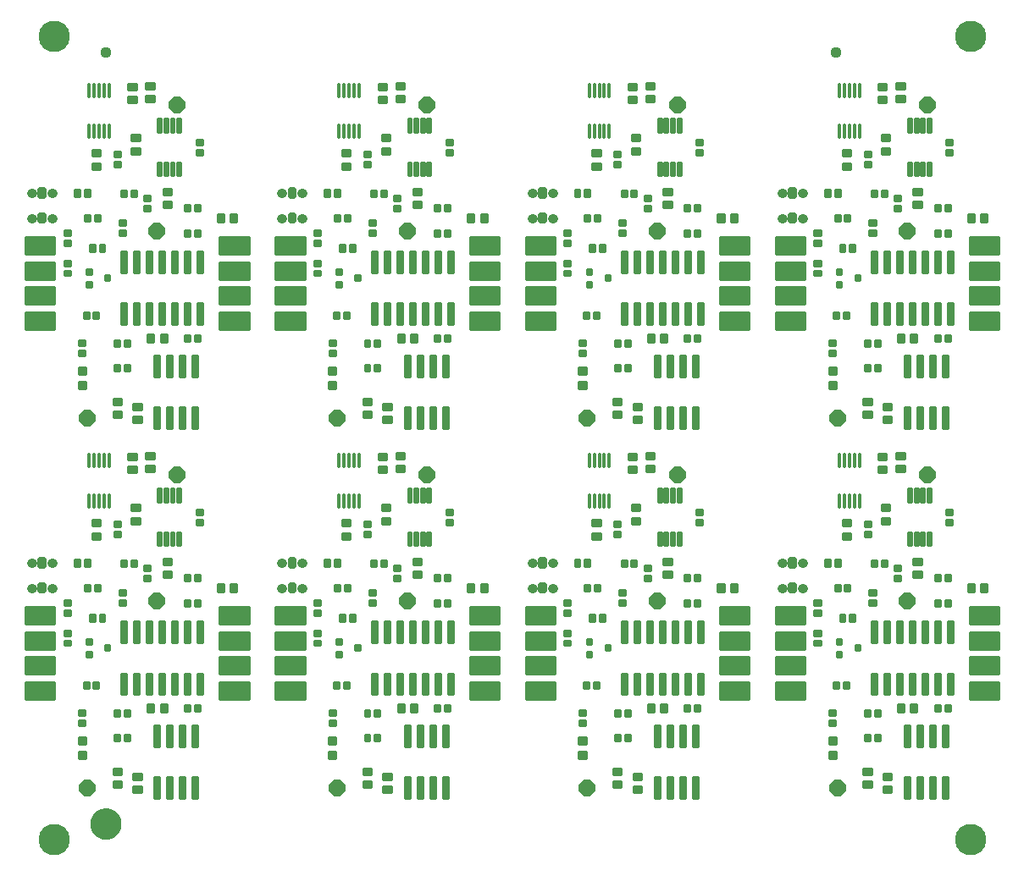
<source format=gbr>
G04 EAGLE Gerber RS-274X export*
G75*
%MOMM*%
%FSLAX34Y34*%
%LPD*%
%INSoldermask Top*%
%IPPOS*%
%AMOC8*
5,1,8,0,0,1.08239X$1,22.5*%
G01*
%ADD10C,3.126994*%
%ADD11C,0.377000*%
%ADD12C,0.231559*%
%ADD13C,0.223409*%
%ADD14C,0.225369*%
%ADD15C,0.927000*%
%ADD16C,0.528388*%
%ADD17C,0.231750*%
%ADD18C,0.229106*%
%ADD19C,0.228344*%
%ADD20C,0.231238*%
%ADD21P,1.761049X8X202.500000*%
%ADD22C,1.127000*%
%ADD23C,1.270000*%
%ADD24C,1.627000*%


D10*
X31750Y-31750D03*
X948258Y-31750D03*
X31750Y771754D03*
X948258Y771754D03*
D11*
X87000Y353250D02*
X87000Y341250D01*
X82000Y341250D02*
X82000Y353250D01*
X77000Y353250D02*
X77000Y341250D01*
X72000Y341250D02*
X72000Y353250D01*
X67000Y353250D02*
X67000Y341250D01*
X87000Y312750D02*
X87000Y300750D01*
X82000Y300750D02*
X82000Y312750D01*
X77000Y312750D02*
X77000Y300750D01*
X72000Y300750D02*
X72000Y312750D01*
X67000Y312750D02*
X67000Y300750D01*
D12*
X117355Y290161D02*
X117355Y284207D01*
X109401Y284207D01*
X109401Y290161D01*
X117355Y290161D01*
X117355Y286407D02*
X109401Y286407D01*
X109401Y288607D02*
X117355Y288607D01*
X117355Y297207D02*
X117355Y303161D01*
X117355Y297207D02*
X109401Y297207D01*
X109401Y303161D01*
X117355Y303161D01*
X117355Y299407D02*
X109401Y299407D01*
X109401Y301607D02*
X117355Y301607D01*
X77977Y274977D02*
X77977Y269023D01*
X70023Y269023D01*
X70023Y274977D01*
X77977Y274977D01*
X77977Y271223D02*
X70023Y271223D01*
X70023Y273423D02*
X77977Y273423D01*
X77977Y282023D02*
X77977Y287977D01*
X77977Y282023D02*
X70023Y282023D01*
X70023Y287977D01*
X77977Y287977D01*
X77977Y284223D02*
X70023Y284223D01*
X70023Y286423D02*
X77977Y286423D01*
X148977Y236477D02*
X148977Y230523D01*
X141023Y230523D01*
X141023Y236477D01*
X148977Y236477D01*
X148977Y232723D02*
X141023Y232723D01*
X141023Y234923D02*
X148977Y234923D01*
X148977Y243523D02*
X148977Y249477D01*
X148977Y243523D02*
X141023Y243523D01*
X141023Y249477D01*
X148977Y249477D01*
X148977Y245723D02*
X141023Y245723D01*
X141023Y247923D02*
X148977Y247923D01*
X195523Y216023D02*
X201477Y216023D01*
X195523Y216023D02*
X195523Y223977D01*
X201477Y223977D01*
X201477Y216023D01*
X201477Y218223D02*
X195523Y218223D01*
X195523Y220423D02*
X201477Y220423D01*
X201477Y222623D02*
X195523Y222623D01*
X208523Y216023D02*
X214477Y216023D01*
X208523Y216023D02*
X208523Y223977D01*
X214477Y223977D01*
X214477Y216023D01*
X214477Y218223D02*
X208523Y218223D01*
X208523Y220423D02*
X214477Y220423D01*
X214477Y222623D02*
X208523Y222623D01*
X131477Y96023D02*
X125523Y96023D01*
X125523Y103977D01*
X131477Y103977D01*
X131477Y96023D01*
X131477Y98223D02*
X125523Y98223D01*
X125523Y100423D02*
X131477Y100423D01*
X131477Y102623D02*
X125523Y102623D01*
X138523Y96023D02*
X144477Y96023D01*
X138523Y96023D02*
X138523Y103977D01*
X144477Y103977D01*
X144477Y96023D01*
X144477Y98223D02*
X138523Y98223D01*
X138523Y100423D02*
X144477Y100423D01*
X144477Y102623D02*
X138523Y102623D01*
X91023Y39477D02*
X91023Y33523D01*
X91023Y39477D02*
X98977Y39477D01*
X98977Y33523D01*
X91023Y33523D01*
X91023Y35723D02*
X98977Y35723D01*
X98977Y37923D02*
X91023Y37923D01*
X91023Y26477D02*
X91023Y20523D01*
X91023Y26477D02*
X98977Y26477D01*
X98977Y20523D01*
X91023Y20523D01*
X91023Y22723D02*
X98977Y22723D01*
X98977Y24923D02*
X91023Y24923D01*
X118977Y21477D02*
X118977Y15523D01*
X111023Y15523D01*
X111023Y21477D01*
X118977Y21477D01*
X118977Y17723D02*
X111023Y17723D01*
X111023Y19923D02*
X118977Y19923D01*
X118977Y28523D02*
X118977Y34477D01*
X118977Y28523D02*
X111023Y28523D01*
X111023Y34477D01*
X118977Y34477D01*
X118977Y30723D02*
X111023Y30723D01*
X111023Y32923D02*
X118977Y32923D01*
X113977Y335523D02*
X113977Y341477D01*
X113977Y335523D02*
X106023Y335523D01*
X106023Y341477D01*
X113977Y341477D01*
X113977Y337723D02*
X106023Y337723D01*
X106023Y339923D02*
X113977Y339923D01*
X113977Y348523D02*
X113977Y354477D01*
X113977Y348523D02*
X106023Y348523D01*
X106023Y354477D01*
X113977Y354477D01*
X113977Y350723D02*
X106023Y350723D01*
X106023Y352923D02*
X113977Y352923D01*
X131977Y341977D02*
X131977Y336023D01*
X124023Y336023D01*
X124023Y341977D01*
X131977Y341977D01*
X131977Y338223D02*
X124023Y338223D01*
X124023Y340423D02*
X131977Y340423D01*
X131977Y349023D02*
X131977Y354977D01*
X131977Y349023D02*
X124023Y349023D01*
X124023Y354977D01*
X131977Y354977D01*
X131977Y351223D02*
X124023Y351223D01*
X124023Y353423D02*
X131977Y353423D01*
D13*
X64482Y169018D02*
X64482Y163982D01*
X64482Y169018D02*
X69018Y169018D01*
X69018Y163982D01*
X64482Y163982D01*
X64482Y166104D02*
X69018Y166104D01*
X69018Y168226D02*
X64482Y168226D01*
X64482Y156018D02*
X64482Y150982D01*
X64482Y156018D02*
X69018Y156018D01*
X69018Y150982D01*
X64482Y150982D01*
X64482Y153104D02*
X69018Y153104D01*
X69018Y155226D02*
X64482Y155226D01*
X82982Y157482D02*
X82982Y162518D01*
X87518Y162518D01*
X87518Y157482D01*
X82982Y157482D01*
X82982Y159604D02*
X87518Y159604D01*
X87518Y161726D02*
X82982Y161726D01*
D14*
X162892Y186508D02*
X167908Y186508D01*
X167908Y165492D01*
X162892Y165492D01*
X162892Y186508D01*
X162892Y167633D02*
X167908Y167633D01*
X167908Y169774D02*
X162892Y169774D01*
X162892Y171915D02*
X167908Y171915D01*
X167908Y174056D02*
X162892Y174056D01*
X162892Y176197D02*
X167908Y176197D01*
X167908Y178338D02*
X162892Y178338D01*
X162892Y180479D02*
X167908Y180479D01*
X167908Y182620D02*
X162892Y182620D01*
X162892Y184761D02*
X167908Y184761D01*
X167908Y134508D02*
X162892Y134508D01*
X167908Y134508D02*
X167908Y113492D01*
X162892Y113492D01*
X162892Y134508D01*
X162892Y115633D02*
X167908Y115633D01*
X167908Y117774D02*
X162892Y117774D01*
X162892Y119915D02*
X167908Y119915D01*
X167908Y122056D02*
X162892Y122056D01*
X162892Y124197D02*
X167908Y124197D01*
X167908Y126338D02*
X162892Y126338D01*
X162892Y128479D02*
X167908Y128479D01*
X167908Y130620D02*
X162892Y130620D01*
X162892Y132761D02*
X167908Y132761D01*
X175592Y186508D02*
X180608Y186508D01*
X180608Y165492D01*
X175592Y165492D01*
X175592Y186508D01*
X175592Y167633D02*
X180608Y167633D01*
X180608Y169774D02*
X175592Y169774D01*
X175592Y171915D02*
X180608Y171915D01*
X180608Y174056D02*
X175592Y174056D01*
X175592Y176197D02*
X180608Y176197D01*
X180608Y178338D02*
X175592Y178338D01*
X175592Y180479D02*
X180608Y180479D01*
X180608Y182620D02*
X175592Y182620D01*
X175592Y184761D02*
X180608Y184761D01*
X155208Y186508D02*
X150192Y186508D01*
X155208Y186508D02*
X155208Y165492D01*
X150192Y165492D01*
X150192Y186508D01*
X150192Y167633D02*
X155208Y167633D01*
X155208Y169774D02*
X150192Y169774D01*
X150192Y171915D02*
X155208Y171915D01*
X155208Y174056D02*
X150192Y174056D01*
X150192Y176197D02*
X155208Y176197D01*
X155208Y178338D02*
X150192Y178338D01*
X150192Y180479D02*
X155208Y180479D01*
X155208Y182620D02*
X150192Y182620D01*
X150192Y184761D02*
X155208Y184761D01*
X142508Y186508D02*
X137492Y186508D01*
X142508Y186508D02*
X142508Y165492D01*
X137492Y165492D01*
X137492Y186508D01*
X137492Y167633D02*
X142508Y167633D01*
X142508Y169774D02*
X137492Y169774D01*
X137492Y171915D02*
X142508Y171915D01*
X142508Y174056D02*
X137492Y174056D01*
X137492Y176197D02*
X142508Y176197D01*
X142508Y178338D02*
X137492Y178338D01*
X137492Y180479D02*
X142508Y180479D01*
X142508Y182620D02*
X137492Y182620D01*
X137492Y184761D02*
X142508Y184761D01*
X175592Y134508D02*
X180608Y134508D01*
X180608Y113492D01*
X175592Y113492D01*
X175592Y134508D01*
X175592Y115633D02*
X180608Y115633D01*
X180608Y117774D02*
X175592Y117774D01*
X175592Y119915D02*
X180608Y119915D01*
X180608Y122056D02*
X175592Y122056D01*
X175592Y124197D02*
X180608Y124197D01*
X180608Y126338D02*
X175592Y126338D01*
X175592Y128479D02*
X180608Y128479D01*
X180608Y130620D02*
X175592Y130620D01*
X175592Y132761D02*
X180608Y132761D01*
X155208Y134508D02*
X150192Y134508D01*
X155208Y134508D02*
X155208Y113492D01*
X150192Y113492D01*
X150192Y134508D01*
X150192Y115633D02*
X155208Y115633D01*
X155208Y117774D02*
X150192Y117774D01*
X150192Y119915D02*
X155208Y119915D01*
X155208Y122056D02*
X150192Y122056D01*
X150192Y124197D02*
X155208Y124197D01*
X155208Y126338D02*
X150192Y126338D01*
X150192Y128479D02*
X155208Y128479D01*
X155208Y130620D02*
X150192Y130620D01*
X150192Y132761D02*
X155208Y132761D01*
X142508Y134508D02*
X137492Y134508D01*
X142508Y134508D02*
X142508Y113492D01*
X137492Y113492D01*
X137492Y134508D01*
X137492Y115633D02*
X142508Y115633D01*
X142508Y117774D02*
X137492Y117774D01*
X137492Y119915D02*
X142508Y119915D01*
X142508Y122056D02*
X137492Y122056D01*
X137492Y124197D02*
X142508Y124197D01*
X142508Y126338D02*
X137492Y126338D01*
X137492Y128479D02*
X142508Y128479D01*
X142508Y130620D02*
X137492Y130620D01*
X137492Y132761D02*
X142508Y132761D01*
X117108Y186508D02*
X112092Y186508D01*
X117108Y186508D02*
X117108Y165492D01*
X112092Y165492D01*
X112092Y186508D01*
X112092Y167633D02*
X117108Y167633D01*
X117108Y169774D02*
X112092Y169774D01*
X112092Y171915D02*
X117108Y171915D01*
X117108Y174056D02*
X112092Y174056D01*
X112092Y176197D02*
X117108Y176197D01*
X117108Y178338D02*
X112092Y178338D01*
X112092Y180479D02*
X117108Y180479D01*
X117108Y182620D02*
X112092Y182620D01*
X112092Y184761D02*
X117108Y184761D01*
X117108Y134508D02*
X112092Y134508D01*
X117108Y134508D02*
X117108Y113492D01*
X112092Y113492D01*
X112092Y134508D01*
X112092Y115633D02*
X117108Y115633D01*
X117108Y117774D02*
X112092Y117774D01*
X112092Y119915D02*
X117108Y119915D01*
X117108Y122056D02*
X112092Y122056D01*
X112092Y124197D02*
X117108Y124197D01*
X117108Y126338D02*
X112092Y126338D01*
X112092Y128479D02*
X117108Y128479D01*
X117108Y130620D02*
X112092Y130620D01*
X112092Y132761D02*
X117108Y132761D01*
X124792Y186508D02*
X129808Y186508D01*
X129808Y165492D01*
X124792Y165492D01*
X124792Y186508D01*
X124792Y167633D02*
X129808Y167633D01*
X129808Y169774D02*
X124792Y169774D01*
X124792Y171915D02*
X129808Y171915D01*
X129808Y174056D02*
X124792Y174056D01*
X124792Y176197D02*
X129808Y176197D01*
X129808Y178338D02*
X124792Y178338D01*
X124792Y180479D02*
X129808Y180479D01*
X129808Y182620D02*
X124792Y182620D01*
X124792Y184761D02*
X129808Y184761D01*
X104408Y186508D02*
X99392Y186508D01*
X104408Y186508D02*
X104408Y165492D01*
X99392Y165492D01*
X99392Y186508D01*
X99392Y167633D02*
X104408Y167633D01*
X104408Y169774D02*
X99392Y169774D01*
X99392Y171915D02*
X104408Y171915D01*
X104408Y174056D02*
X99392Y174056D01*
X99392Y176197D02*
X104408Y176197D01*
X104408Y178338D02*
X99392Y178338D01*
X99392Y180479D02*
X104408Y180479D01*
X104408Y182620D02*
X99392Y182620D01*
X99392Y184761D02*
X104408Y184761D01*
X124792Y134508D02*
X129808Y134508D01*
X129808Y113492D01*
X124792Y113492D01*
X124792Y134508D01*
X124792Y115633D02*
X129808Y115633D01*
X129808Y117774D02*
X124792Y117774D01*
X124792Y119915D02*
X129808Y119915D01*
X129808Y122056D02*
X124792Y122056D01*
X124792Y124197D02*
X129808Y124197D01*
X129808Y126338D02*
X124792Y126338D01*
X124792Y128479D02*
X129808Y128479D01*
X129808Y130620D02*
X124792Y130620D01*
X124792Y132761D02*
X129808Y132761D01*
X104408Y134508D02*
X99392Y134508D01*
X104408Y134508D02*
X104408Y113492D01*
X99392Y113492D01*
X99392Y134508D01*
X99392Y115633D02*
X104408Y115633D01*
X104408Y117774D02*
X99392Y117774D01*
X99392Y119915D02*
X104408Y119915D01*
X104408Y122056D02*
X99392Y122056D01*
X99392Y124197D02*
X104408Y124197D01*
X104408Y126338D02*
X99392Y126338D01*
X99392Y128479D02*
X104408Y128479D01*
X104408Y130620D02*
X99392Y130620D01*
X99392Y132761D02*
X104408Y132761D01*
D15*
X30605Y220000D02*
X29715Y220000D01*
D16*
X18007Y217007D02*
X18007Y222993D01*
X21993Y222993D01*
X21993Y217007D01*
X18007Y217007D01*
X18007Y222027D02*
X21993Y222027D01*
D15*
X10285Y220000D02*
X9395Y220000D01*
X29715Y245000D02*
X30605Y245000D01*
D16*
X18007Y242007D02*
X18007Y247993D01*
X21993Y247993D01*
X21993Y242007D01*
X18007Y242007D01*
X18007Y247027D02*
X21993Y247027D01*
D15*
X10285Y245000D02*
X9395Y245000D01*
D17*
X56524Y55976D02*
X63476Y55976D01*
X63476Y49024D01*
X56524Y49024D01*
X56524Y55976D01*
X56524Y51226D02*
X63476Y51226D01*
X63476Y53428D02*
X56524Y53428D01*
X56524Y55630D02*
X63476Y55630D01*
X63476Y70976D02*
X56524Y70976D01*
X63476Y70976D02*
X63476Y64024D01*
X56524Y64024D01*
X56524Y70976D01*
X56524Y66226D02*
X63476Y66226D01*
X63476Y68428D02*
X56524Y68428D01*
X56524Y70630D02*
X63476Y70630D01*
D18*
X155003Y306242D02*
X155003Y319446D01*
X158301Y319446D01*
X158301Y306242D01*
X155003Y306242D01*
X155003Y308418D02*
X158301Y308418D01*
X158301Y310594D02*
X155003Y310594D01*
X155003Y312770D02*
X158301Y312770D01*
X158301Y314946D02*
X155003Y314946D01*
X155003Y317122D02*
X158301Y317122D01*
X158301Y319298D02*
X155003Y319298D01*
X148653Y319446D02*
X148653Y306242D01*
X148653Y319446D02*
X151951Y319446D01*
X151951Y306242D01*
X148653Y306242D01*
X148653Y308418D02*
X151951Y308418D01*
X151951Y310594D02*
X148653Y310594D01*
X148653Y312770D02*
X151951Y312770D01*
X151951Y314946D02*
X148653Y314946D01*
X148653Y317122D02*
X151951Y317122D01*
X151951Y319298D02*
X148653Y319298D01*
X142049Y319446D02*
X142049Y306242D01*
X142049Y319446D02*
X145347Y319446D01*
X145347Y306242D01*
X142049Y306242D01*
X142049Y308418D02*
X145347Y308418D01*
X145347Y310594D02*
X142049Y310594D01*
X142049Y312770D02*
X145347Y312770D01*
X145347Y314946D02*
X142049Y314946D01*
X142049Y317122D02*
X145347Y317122D01*
X145347Y319298D02*
X142049Y319298D01*
X135699Y319446D02*
X135699Y306242D01*
X135699Y319446D02*
X138997Y319446D01*
X138997Y306242D01*
X135699Y306242D01*
X135699Y308418D02*
X138997Y308418D01*
X138997Y310594D02*
X135699Y310594D01*
X135699Y312770D02*
X138997Y312770D01*
X138997Y314946D02*
X135699Y314946D01*
X135699Y317122D02*
X138997Y317122D01*
X138997Y319298D02*
X135699Y319298D01*
X135699Y275758D02*
X135699Y262554D01*
X135699Y275758D02*
X138997Y275758D01*
X138997Y262554D01*
X135699Y262554D01*
X135699Y264730D02*
X138997Y264730D01*
X138997Y266906D02*
X135699Y266906D01*
X135699Y269082D02*
X138997Y269082D01*
X138997Y271258D02*
X135699Y271258D01*
X135699Y273434D02*
X138997Y273434D01*
X138997Y275610D02*
X135699Y275610D01*
X142049Y275758D02*
X142049Y262554D01*
X142049Y275758D02*
X145347Y275758D01*
X145347Y262554D01*
X142049Y262554D01*
X142049Y264730D02*
X145347Y264730D01*
X145347Y266906D02*
X142049Y266906D01*
X142049Y269082D02*
X145347Y269082D01*
X145347Y271258D02*
X142049Y271258D01*
X142049Y273434D02*
X145347Y273434D01*
X145347Y275610D02*
X142049Y275610D01*
X148653Y275758D02*
X148653Y262554D01*
X148653Y275758D02*
X151951Y275758D01*
X151951Y262554D01*
X148653Y262554D01*
X148653Y264730D02*
X151951Y264730D01*
X151951Y266906D02*
X148653Y266906D01*
X148653Y269082D02*
X151951Y269082D01*
X151951Y271258D02*
X148653Y271258D01*
X148653Y273434D02*
X151951Y273434D01*
X151951Y275610D02*
X148653Y275610D01*
X155003Y275758D02*
X155003Y262554D01*
X155003Y275758D02*
X158301Y275758D01*
X158301Y262554D01*
X155003Y262554D01*
X155003Y264730D02*
X158301Y264730D01*
X158301Y266906D02*
X155003Y266906D01*
X155003Y269082D02*
X158301Y269082D01*
X158301Y271258D02*
X155003Y271258D01*
X155003Y273434D02*
X158301Y273434D01*
X158301Y275610D02*
X155003Y275610D01*
D14*
X173992Y293492D02*
X173992Y298508D01*
X180008Y298508D01*
X180008Y293492D01*
X173992Y293492D01*
X173992Y295633D02*
X180008Y295633D01*
X180008Y297774D02*
X173992Y297774D01*
X173992Y288508D02*
X173992Y283492D01*
X173992Y288508D02*
X180008Y288508D01*
X180008Y283492D01*
X173992Y283492D01*
X173992Y285633D02*
X180008Y285633D01*
X180008Y287774D02*
X173992Y287774D01*
X107508Y98008D02*
X102492Y98008D01*
X107508Y98008D02*
X107508Y91992D01*
X102492Y91992D01*
X102492Y98008D01*
X102492Y94133D02*
X107508Y94133D01*
X107508Y96274D02*
X102492Y96274D01*
X97508Y98008D02*
X92492Y98008D01*
X97508Y98008D02*
X97508Y91992D01*
X92492Y91992D01*
X92492Y98008D01*
X92492Y94133D02*
X97508Y94133D01*
X97508Y96274D02*
X92492Y96274D01*
X92492Y66992D02*
X97508Y66992D01*
X92492Y66992D02*
X92492Y73008D01*
X97508Y73008D01*
X97508Y66992D01*
X97508Y69133D02*
X92492Y69133D01*
X92492Y71274D02*
X97508Y71274D01*
X102492Y66992D02*
X107508Y66992D01*
X102492Y66992D02*
X102492Y73008D01*
X107508Y73008D01*
X107508Y66992D01*
X107508Y69133D02*
X102492Y69133D01*
X102492Y71274D02*
X107508Y71274D01*
X82508Y193008D02*
X77492Y193008D01*
X82508Y193008D02*
X82508Y186992D01*
X77492Y186992D01*
X77492Y193008D01*
X77492Y189133D02*
X82508Y189133D01*
X82508Y191274D02*
X77492Y191274D01*
X72508Y193008D02*
X67492Y193008D01*
X72508Y193008D02*
X72508Y186992D01*
X67492Y186992D01*
X67492Y193008D01*
X67492Y189133D02*
X72508Y189133D01*
X72508Y191274D02*
X67492Y191274D01*
X99146Y241393D02*
X104162Y241393D01*
X99146Y241393D02*
X99146Y247409D01*
X104162Y247409D01*
X104162Y241393D01*
X104162Y243534D02*
X99146Y243534D01*
X99146Y245675D02*
X104162Y245675D01*
X109146Y241393D02*
X114162Y241393D01*
X109146Y241393D02*
X109146Y247409D01*
X114162Y247409D01*
X114162Y241393D01*
X114162Y243534D02*
X109146Y243534D01*
X109146Y245675D02*
X114162Y245675D01*
X67508Y216992D02*
X62492Y216992D01*
X62492Y223008D01*
X67508Y223008D01*
X67508Y216992D01*
X67508Y219133D02*
X62492Y219133D01*
X62492Y221274D02*
X67508Y221274D01*
X72492Y216992D02*
X77508Y216992D01*
X72492Y216992D02*
X72492Y223008D01*
X77508Y223008D01*
X77508Y216992D01*
X77508Y219133D02*
X72492Y219133D01*
X72492Y221274D02*
X77508Y221274D01*
X56992Y97508D02*
X56992Y92492D01*
X56992Y97508D02*
X63008Y97508D01*
X63008Y92492D01*
X56992Y92492D01*
X56992Y94633D02*
X63008Y94633D01*
X63008Y96774D02*
X56992Y96774D01*
X56992Y87508D02*
X56992Y82492D01*
X56992Y87508D02*
X63008Y87508D01*
X63008Y82492D01*
X56992Y82492D01*
X56992Y84633D02*
X63008Y84633D01*
X63008Y86774D02*
X56992Y86774D01*
X48008Y192492D02*
X48008Y197508D01*
X48008Y192492D02*
X41992Y192492D01*
X41992Y197508D01*
X48008Y197508D01*
X48008Y194633D02*
X41992Y194633D01*
X41992Y196774D02*
X48008Y196774D01*
X48008Y202492D02*
X48008Y207508D01*
X48008Y202492D02*
X41992Y202492D01*
X41992Y207508D01*
X48008Y207508D01*
X48008Y204633D02*
X41992Y204633D01*
X41992Y206774D02*
X48008Y206774D01*
X41992Y177508D02*
X41992Y172492D01*
X41992Y177508D02*
X48008Y177508D01*
X48008Y172492D01*
X41992Y172492D01*
X41992Y174633D02*
X48008Y174633D01*
X48008Y176774D02*
X41992Y176774D01*
X41992Y167508D02*
X41992Y162492D01*
X41992Y167508D02*
X48008Y167508D01*
X48008Y162492D01*
X41992Y162492D01*
X41992Y164633D02*
X48008Y164633D01*
X48008Y166774D02*
X41992Y166774D01*
X98008Y271492D02*
X98008Y276508D01*
X98008Y271492D02*
X91992Y271492D01*
X91992Y276508D01*
X98008Y276508D01*
X98008Y273633D02*
X91992Y273633D01*
X91992Y275774D02*
X98008Y275774D01*
X98008Y281492D02*
X98008Y286508D01*
X98008Y281492D02*
X91992Y281492D01*
X91992Y286508D01*
X98008Y286508D01*
X98008Y283633D02*
X91992Y283633D01*
X91992Y285774D02*
X98008Y285774D01*
X162492Y201992D02*
X167508Y201992D01*
X162492Y201992D02*
X162492Y208008D01*
X167508Y208008D01*
X167508Y201992D01*
X167508Y204133D02*
X162492Y204133D01*
X162492Y206274D02*
X167508Y206274D01*
X172492Y201992D02*
X177508Y201992D01*
X172492Y201992D02*
X172492Y208008D01*
X177508Y208008D01*
X177508Y201992D01*
X177508Y204133D02*
X172492Y204133D01*
X172492Y206274D02*
X177508Y206274D01*
X167508Y96992D02*
X162492Y96992D01*
X162492Y103008D01*
X167508Y103008D01*
X167508Y96992D01*
X167508Y99133D02*
X162492Y99133D01*
X162492Y101274D02*
X167508Y101274D01*
X172492Y96992D02*
X177508Y96992D01*
X172492Y96992D02*
X172492Y103008D01*
X177508Y103008D01*
X177508Y96992D01*
X177508Y99133D02*
X172492Y99133D01*
X172492Y101274D02*
X177508Y101274D01*
X121992Y237492D02*
X121992Y242508D01*
X128008Y242508D01*
X128008Y237492D01*
X121992Y237492D01*
X121992Y239633D02*
X128008Y239633D01*
X128008Y241774D02*
X121992Y241774D01*
X121992Y232508D02*
X121992Y227492D01*
X121992Y232508D02*
X128008Y232508D01*
X128008Y227492D01*
X121992Y227492D01*
X121992Y229633D02*
X128008Y229633D01*
X128008Y231774D02*
X121992Y231774D01*
X172492Y233008D02*
X177508Y233008D01*
X177508Y226992D01*
X172492Y226992D01*
X172492Y233008D01*
X172492Y229133D02*
X177508Y229133D01*
X177508Y231274D02*
X172492Y231274D01*
X167508Y233008D02*
X162492Y233008D01*
X167508Y233008D02*
X167508Y226992D01*
X162492Y226992D01*
X162492Y233008D01*
X162492Y229133D02*
X167508Y229133D01*
X167508Y231274D02*
X162492Y231274D01*
X67508Y248008D02*
X62492Y248008D01*
X67508Y248008D02*
X67508Y241992D01*
X62492Y241992D01*
X62492Y248008D01*
X62492Y244133D02*
X67508Y244133D01*
X67508Y246274D02*
X62492Y246274D01*
X57508Y248008D02*
X52492Y248008D01*
X57508Y248008D02*
X57508Y241992D01*
X52492Y241992D01*
X52492Y248008D01*
X52492Y244133D02*
X57508Y244133D01*
X57508Y246274D02*
X52492Y246274D01*
X96992Y217508D02*
X96992Y212492D01*
X96992Y217508D02*
X103008Y217508D01*
X103008Y212492D01*
X96992Y212492D01*
X96992Y214633D02*
X103008Y214633D01*
X103008Y216774D02*
X96992Y216774D01*
X96992Y207508D02*
X96992Y202492D01*
X96992Y207508D02*
X103008Y207508D01*
X103008Y202492D01*
X96992Y202492D01*
X96992Y204633D02*
X103008Y204633D01*
X103008Y206774D02*
X96992Y206774D01*
X66508Y119992D02*
X61492Y119992D01*
X61492Y126008D01*
X66508Y126008D01*
X66508Y119992D01*
X66508Y122133D02*
X61492Y122133D01*
X61492Y124274D02*
X66508Y124274D01*
X71492Y119992D02*
X76508Y119992D01*
X71492Y119992D02*
X71492Y126008D01*
X76508Y126008D01*
X76508Y119992D01*
X76508Y122133D02*
X71492Y122133D01*
X71492Y124274D02*
X76508Y124274D01*
D19*
X170508Y82705D02*
X175592Y82705D01*
X175592Y61619D01*
X170508Y61619D01*
X170508Y82705D01*
X170508Y63788D02*
X175592Y63788D01*
X175592Y65957D02*
X170508Y65957D01*
X170508Y68126D02*
X175592Y68126D01*
X175592Y70295D02*
X170508Y70295D01*
X170508Y72464D02*
X175592Y72464D01*
X175592Y74633D02*
X170508Y74633D01*
X170508Y76802D02*
X175592Y76802D01*
X175592Y78971D02*
X170508Y78971D01*
X170508Y81140D02*
X175592Y81140D01*
X175592Y30381D02*
X170508Y30381D01*
X175592Y30381D02*
X175592Y9295D01*
X170508Y9295D01*
X170508Y30381D01*
X170508Y11464D02*
X175592Y11464D01*
X175592Y13633D02*
X170508Y13633D01*
X170508Y15802D02*
X175592Y15802D01*
X175592Y17971D02*
X170508Y17971D01*
X170508Y20140D02*
X175592Y20140D01*
X175592Y22309D02*
X170508Y22309D01*
X170508Y24478D02*
X175592Y24478D01*
X175592Y26647D02*
X170508Y26647D01*
X170508Y28816D02*
X175592Y28816D01*
X162892Y82705D02*
X157808Y82705D01*
X162892Y82705D02*
X162892Y61619D01*
X157808Y61619D01*
X157808Y82705D01*
X157808Y63788D02*
X162892Y63788D01*
X162892Y65957D02*
X157808Y65957D01*
X157808Y68126D02*
X162892Y68126D01*
X162892Y70295D02*
X157808Y70295D01*
X157808Y72464D02*
X162892Y72464D01*
X162892Y74633D02*
X157808Y74633D01*
X157808Y76802D02*
X162892Y76802D01*
X162892Y78971D02*
X157808Y78971D01*
X157808Y81140D02*
X162892Y81140D01*
X150192Y82705D02*
X145108Y82705D01*
X150192Y82705D02*
X150192Y61619D01*
X145108Y61619D01*
X145108Y82705D01*
X145108Y63788D02*
X150192Y63788D01*
X150192Y65957D02*
X145108Y65957D01*
X145108Y68126D02*
X150192Y68126D01*
X150192Y70295D02*
X145108Y70295D01*
X145108Y72464D02*
X150192Y72464D01*
X150192Y74633D02*
X145108Y74633D01*
X145108Y76802D02*
X150192Y76802D01*
X150192Y78971D02*
X145108Y78971D01*
X145108Y81140D02*
X150192Y81140D01*
X157808Y30381D02*
X162892Y30381D01*
X162892Y9295D01*
X157808Y9295D01*
X157808Y30381D01*
X157808Y11464D02*
X162892Y11464D01*
X162892Y13633D02*
X157808Y13633D01*
X157808Y15802D02*
X162892Y15802D01*
X162892Y17971D02*
X157808Y17971D01*
X157808Y20140D02*
X162892Y20140D01*
X162892Y22309D02*
X157808Y22309D01*
X157808Y24478D02*
X162892Y24478D01*
X162892Y26647D02*
X157808Y26647D01*
X157808Y28816D02*
X162892Y28816D01*
X150192Y30381D02*
X145108Y30381D01*
X150192Y30381D02*
X150192Y9295D01*
X145108Y9295D01*
X145108Y30381D01*
X145108Y11464D02*
X150192Y11464D01*
X150192Y13633D02*
X145108Y13633D01*
X145108Y15802D02*
X150192Y15802D01*
X150192Y17971D02*
X145108Y17971D01*
X145108Y20140D02*
X150192Y20140D01*
X150192Y22309D02*
X145108Y22309D01*
X145108Y24478D02*
X150192Y24478D01*
X150192Y26647D02*
X145108Y26647D01*
X145108Y28816D02*
X150192Y28816D01*
X137492Y82705D02*
X132408Y82705D01*
X137492Y82705D02*
X137492Y61619D01*
X132408Y61619D01*
X132408Y82705D01*
X132408Y63788D02*
X137492Y63788D01*
X137492Y65957D02*
X132408Y65957D01*
X132408Y68126D02*
X137492Y68126D01*
X137492Y70295D02*
X132408Y70295D01*
X132408Y72464D02*
X137492Y72464D01*
X137492Y74633D02*
X132408Y74633D01*
X132408Y76802D02*
X137492Y76802D01*
X137492Y78971D02*
X132408Y78971D01*
X132408Y81140D02*
X137492Y81140D01*
X137492Y30381D02*
X132408Y30381D01*
X137492Y30381D02*
X137492Y9295D01*
X132408Y9295D01*
X132408Y30381D01*
X132408Y11464D02*
X137492Y11464D01*
X137492Y13633D02*
X132408Y13633D01*
X132408Y15802D02*
X137492Y15802D01*
X137492Y17971D02*
X132408Y17971D01*
X132408Y20140D02*
X137492Y20140D01*
X137492Y22309D02*
X132408Y22309D01*
X132408Y24478D02*
X137492Y24478D01*
X137492Y26647D02*
X132408Y26647D01*
X132408Y28816D02*
X137492Y28816D01*
D20*
X226479Y108821D02*
X226479Y125779D01*
X226479Y108821D02*
X197521Y108821D01*
X197521Y125779D01*
X226479Y125779D01*
X226479Y111017D02*
X197521Y111017D01*
X197521Y113213D02*
X226479Y113213D01*
X226479Y115409D02*
X197521Y115409D01*
X197521Y117605D02*
X226479Y117605D01*
X226479Y119801D02*
X197521Y119801D01*
X197521Y121997D02*
X226479Y121997D01*
X226479Y124193D02*
X197521Y124193D01*
X226479Y134221D02*
X226479Y151179D01*
X226479Y134221D02*
X197521Y134221D01*
X197521Y151179D01*
X226479Y151179D01*
X226479Y136417D02*
X197521Y136417D01*
X197521Y138613D02*
X226479Y138613D01*
X226479Y140809D02*
X197521Y140809D01*
X197521Y143005D02*
X226479Y143005D01*
X226479Y145201D02*
X197521Y145201D01*
X197521Y147397D02*
X226479Y147397D01*
X226479Y149593D02*
X197521Y149593D01*
X197521Y184221D02*
X197521Y201179D01*
X226479Y201179D01*
X226479Y184221D01*
X197521Y184221D01*
X197521Y186417D02*
X226479Y186417D01*
X226479Y188613D02*
X197521Y188613D01*
X197521Y190809D02*
X226479Y190809D01*
X226479Y193005D02*
X197521Y193005D01*
X197521Y195201D02*
X226479Y195201D01*
X226479Y197397D02*
X197521Y197397D01*
X197521Y199593D02*
X226479Y199593D01*
X197521Y175779D02*
X197521Y158821D01*
X197521Y175779D02*
X226479Y175779D01*
X226479Y158821D01*
X197521Y158821D01*
X197521Y161017D02*
X226479Y161017D01*
X226479Y163213D02*
X197521Y163213D01*
X197521Y165409D02*
X226479Y165409D01*
X226479Y167605D02*
X197521Y167605D01*
X197521Y169801D02*
X226479Y169801D01*
X226479Y171997D02*
X197521Y171997D01*
X197521Y174193D02*
X226479Y174193D01*
X32479Y125779D02*
X32479Y108821D01*
X3521Y108821D01*
X3521Y125779D01*
X32479Y125779D01*
X32479Y111017D02*
X3521Y111017D01*
X3521Y113213D02*
X32479Y113213D01*
X32479Y115409D02*
X3521Y115409D01*
X3521Y117605D02*
X32479Y117605D01*
X32479Y119801D02*
X3521Y119801D01*
X3521Y121997D02*
X32479Y121997D01*
X32479Y124193D02*
X3521Y124193D01*
X32479Y134221D02*
X32479Y151179D01*
X32479Y134221D02*
X3521Y134221D01*
X3521Y151179D01*
X32479Y151179D01*
X32479Y136417D02*
X3521Y136417D01*
X3521Y138613D02*
X32479Y138613D01*
X32479Y140809D02*
X3521Y140809D01*
X3521Y143005D02*
X32479Y143005D01*
X32479Y145201D02*
X3521Y145201D01*
X3521Y147397D02*
X32479Y147397D01*
X32479Y149593D02*
X3521Y149593D01*
X3521Y184221D02*
X3521Y201179D01*
X32479Y201179D01*
X32479Y184221D01*
X3521Y184221D01*
X3521Y186417D02*
X32479Y186417D01*
X32479Y188613D02*
X3521Y188613D01*
X3521Y190809D02*
X32479Y190809D01*
X32479Y193005D02*
X3521Y193005D01*
X3521Y195201D02*
X32479Y195201D01*
X32479Y197397D02*
X3521Y197397D01*
X3521Y199593D02*
X32479Y199593D01*
X3521Y175779D02*
X3521Y158821D01*
X3521Y175779D02*
X32479Y175779D01*
X32479Y158821D01*
X3521Y158821D01*
X3521Y161017D02*
X32479Y161017D01*
X32479Y163213D02*
X3521Y163213D01*
X3521Y165409D02*
X32479Y165409D01*
X32479Y167605D02*
X3521Y167605D01*
X3521Y169801D02*
X32479Y169801D01*
X32479Y171997D02*
X3521Y171997D01*
X3521Y174193D02*
X32479Y174193D01*
D21*
X65000Y20000D03*
X155083Y332983D03*
X135000Y207000D03*
D11*
X337012Y341250D02*
X337012Y353250D01*
X332012Y353250D02*
X332012Y341250D01*
X327012Y341250D02*
X327012Y353250D01*
X322012Y353250D02*
X322012Y341250D01*
X317012Y341250D02*
X317012Y353250D01*
X337012Y312750D02*
X337012Y300750D01*
X332012Y300750D02*
X332012Y312750D01*
X327012Y312750D02*
X327012Y300750D01*
X322012Y300750D02*
X322012Y312750D01*
X317012Y312750D02*
X317012Y300750D01*
D12*
X367368Y290161D02*
X367368Y284207D01*
X359414Y284207D01*
X359414Y290161D01*
X367368Y290161D01*
X367368Y286407D02*
X359414Y286407D01*
X359414Y288607D02*
X367368Y288607D01*
X367368Y297207D02*
X367368Y303161D01*
X367368Y297207D02*
X359414Y297207D01*
X359414Y303161D01*
X367368Y303161D01*
X367368Y299407D02*
X359414Y299407D01*
X359414Y301607D02*
X367368Y301607D01*
X327989Y274977D02*
X327989Y269023D01*
X320035Y269023D01*
X320035Y274977D01*
X327989Y274977D01*
X327989Y271223D02*
X320035Y271223D01*
X320035Y273423D02*
X327989Y273423D01*
X327989Y282023D02*
X327989Y287977D01*
X327989Y282023D02*
X320035Y282023D01*
X320035Y287977D01*
X327989Y287977D01*
X327989Y284223D02*
X320035Y284223D01*
X320035Y286423D02*
X327989Y286423D01*
X398989Y236477D02*
X398989Y230523D01*
X391035Y230523D01*
X391035Y236477D01*
X398989Y236477D01*
X398989Y232723D02*
X391035Y232723D01*
X391035Y234923D02*
X398989Y234923D01*
X398989Y243523D02*
X398989Y249477D01*
X398989Y243523D02*
X391035Y243523D01*
X391035Y249477D01*
X398989Y249477D01*
X398989Y245723D02*
X391035Y245723D01*
X391035Y247923D02*
X398989Y247923D01*
X445535Y216023D02*
X451489Y216023D01*
X445535Y216023D02*
X445535Y223977D01*
X451489Y223977D01*
X451489Y216023D01*
X451489Y218223D02*
X445535Y218223D01*
X445535Y220423D02*
X451489Y220423D01*
X451489Y222623D02*
X445535Y222623D01*
X458535Y216023D02*
X464489Y216023D01*
X458535Y216023D02*
X458535Y223977D01*
X464489Y223977D01*
X464489Y216023D01*
X464489Y218223D02*
X458535Y218223D01*
X458535Y220423D02*
X464489Y220423D01*
X464489Y222623D02*
X458535Y222623D01*
X381489Y96023D02*
X375535Y96023D01*
X375535Y103977D01*
X381489Y103977D01*
X381489Y96023D01*
X381489Y98223D02*
X375535Y98223D01*
X375535Y100423D02*
X381489Y100423D01*
X381489Y102623D02*
X375535Y102623D01*
X388535Y96023D02*
X394489Y96023D01*
X388535Y96023D02*
X388535Y103977D01*
X394489Y103977D01*
X394489Y96023D01*
X394489Y98223D02*
X388535Y98223D01*
X388535Y100423D02*
X394489Y100423D01*
X394489Y102623D02*
X388535Y102623D01*
X341035Y39477D02*
X341035Y33523D01*
X341035Y39477D02*
X348989Y39477D01*
X348989Y33523D01*
X341035Y33523D01*
X341035Y35723D02*
X348989Y35723D01*
X348989Y37923D02*
X341035Y37923D01*
X341035Y26477D02*
X341035Y20523D01*
X341035Y26477D02*
X348989Y26477D01*
X348989Y20523D01*
X341035Y20523D01*
X341035Y22723D02*
X348989Y22723D01*
X348989Y24923D02*
X341035Y24923D01*
X368989Y21477D02*
X368989Y15523D01*
X361035Y15523D01*
X361035Y21477D01*
X368989Y21477D01*
X368989Y17723D02*
X361035Y17723D01*
X361035Y19923D02*
X368989Y19923D01*
X368989Y28523D02*
X368989Y34477D01*
X368989Y28523D02*
X361035Y28523D01*
X361035Y34477D01*
X368989Y34477D01*
X368989Y30723D02*
X361035Y30723D01*
X361035Y32923D02*
X368989Y32923D01*
X363989Y335523D02*
X363989Y341477D01*
X363989Y335523D02*
X356035Y335523D01*
X356035Y341477D01*
X363989Y341477D01*
X363989Y337723D02*
X356035Y337723D01*
X356035Y339923D02*
X363989Y339923D01*
X363989Y348523D02*
X363989Y354477D01*
X363989Y348523D02*
X356035Y348523D01*
X356035Y354477D01*
X363989Y354477D01*
X363989Y350723D02*
X356035Y350723D01*
X356035Y352923D02*
X363989Y352923D01*
X381989Y341977D02*
X381989Y336023D01*
X374035Y336023D01*
X374035Y341977D01*
X381989Y341977D01*
X381989Y338223D02*
X374035Y338223D01*
X374035Y340423D02*
X381989Y340423D01*
X381989Y349023D02*
X381989Y354977D01*
X381989Y349023D02*
X374035Y349023D01*
X374035Y354977D01*
X381989Y354977D01*
X381989Y351223D02*
X374035Y351223D01*
X374035Y353423D02*
X381989Y353423D01*
D13*
X314494Y169018D02*
X314494Y163982D01*
X314494Y169018D02*
X319030Y169018D01*
X319030Y163982D01*
X314494Y163982D01*
X314494Y166104D02*
X319030Y166104D01*
X319030Y168226D02*
X314494Y168226D01*
X314494Y156018D02*
X314494Y150982D01*
X314494Y156018D02*
X319030Y156018D01*
X319030Y150982D01*
X314494Y150982D01*
X314494Y153104D02*
X319030Y153104D01*
X319030Y155226D02*
X314494Y155226D01*
X332994Y157482D02*
X332994Y162518D01*
X337530Y162518D01*
X337530Y157482D01*
X332994Y157482D01*
X332994Y159604D02*
X337530Y159604D01*
X337530Y161726D02*
X332994Y161726D01*
D14*
X412904Y186508D02*
X417920Y186508D01*
X417920Y165492D01*
X412904Y165492D01*
X412904Y186508D01*
X412904Y167633D02*
X417920Y167633D01*
X417920Y169774D02*
X412904Y169774D01*
X412904Y171915D02*
X417920Y171915D01*
X417920Y174056D02*
X412904Y174056D01*
X412904Y176197D02*
X417920Y176197D01*
X417920Y178338D02*
X412904Y178338D01*
X412904Y180479D02*
X417920Y180479D01*
X417920Y182620D02*
X412904Y182620D01*
X412904Y184761D02*
X417920Y184761D01*
X417920Y134508D02*
X412904Y134508D01*
X417920Y134508D02*
X417920Y113492D01*
X412904Y113492D01*
X412904Y134508D01*
X412904Y115633D02*
X417920Y115633D01*
X417920Y117774D02*
X412904Y117774D01*
X412904Y119915D02*
X417920Y119915D01*
X417920Y122056D02*
X412904Y122056D01*
X412904Y124197D02*
X417920Y124197D01*
X417920Y126338D02*
X412904Y126338D01*
X412904Y128479D02*
X417920Y128479D01*
X417920Y130620D02*
X412904Y130620D01*
X412904Y132761D02*
X417920Y132761D01*
X425604Y186508D02*
X430620Y186508D01*
X430620Y165492D01*
X425604Y165492D01*
X425604Y186508D01*
X425604Y167633D02*
X430620Y167633D01*
X430620Y169774D02*
X425604Y169774D01*
X425604Y171915D02*
X430620Y171915D01*
X430620Y174056D02*
X425604Y174056D01*
X425604Y176197D02*
X430620Y176197D01*
X430620Y178338D02*
X425604Y178338D01*
X425604Y180479D02*
X430620Y180479D01*
X430620Y182620D02*
X425604Y182620D01*
X425604Y184761D02*
X430620Y184761D01*
X405220Y186508D02*
X400204Y186508D01*
X405220Y186508D02*
X405220Y165492D01*
X400204Y165492D01*
X400204Y186508D01*
X400204Y167633D02*
X405220Y167633D01*
X405220Y169774D02*
X400204Y169774D01*
X400204Y171915D02*
X405220Y171915D01*
X405220Y174056D02*
X400204Y174056D01*
X400204Y176197D02*
X405220Y176197D01*
X405220Y178338D02*
X400204Y178338D01*
X400204Y180479D02*
X405220Y180479D01*
X405220Y182620D02*
X400204Y182620D01*
X400204Y184761D02*
X405220Y184761D01*
X392520Y186508D02*
X387504Y186508D01*
X392520Y186508D02*
X392520Y165492D01*
X387504Y165492D01*
X387504Y186508D01*
X387504Y167633D02*
X392520Y167633D01*
X392520Y169774D02*
X387504Y169774D01*
X387504Y171915D02*
X392520Y171915D01*
X392520Y174056D02*
X387504Y174056D01*
X387504Y176197D02*
X392520Y176197D01*
X392520Y178338D02*
X387504Y178338D01*
X387504Y180479D02*
X392520Y180479D01*
X392520Y182620D02*
X387504Y182620D01*
X387504Y184761D02*
X392520Y184761D01*
X425604Y134508D02*
X430620Y134508D01*
X430620Y113492D01*
X425604Y113492D01*
X425604Y134508D01*
X425604Y115633D02*
X430620Y115633D01*
X430620Y117774D02*
X425604Y117774D01*
X425604Y119915D02*
X430620Y119915D01*
X430620Y122056D02*
X425604Y122056D01*
X425604Y124197D02*
X430620Y124197D01*
X430620Y126338D02*
X425604Y126338D01*
X425604Y128479D02*
X430620Y128479D01*
X430620Y130620D02*
X425604Y130620D01*
X425604Y132761D02*
X430620Y132761D01*
X405220Y134508D02*
X400204Y134508D01*
X405220Y134508D02*
X405220Y113492D01*
X400204Y113492D01*
X400204Y134508D01*
X400204Y115633D02*
X405220Y115633D01*
X405220Y117774D02*
X400204Y117774D01*
X400204Y119915D02*
X405220Y119915D01*
X405220Y122056D02*
X400204Y122056D01*
X400204Y124197D02*
X405220Y124197D01*
X405220Y126338D02*
X400204Y126338D01*
X400204Y128479D02*
X405220Y128479D01*
X405220Y130620D02*
X400204Y130620D01*
X400204Y132761D02*
X405220Y132761D01*
X392520Y134508D02*
X387504Y134508D01*
X392520Y134508D02*
X392520Y113492D01*
X387504Y113492D01*
X387504Y134508D01*
X387504Y115633D02*
X392520Y115633D01*
X392520Y117774D02*
X387504Y117774D01*
X387504Y119915D02*
X392520Y119915D01*
X392520Y122056D02*
X387504Y122056D01*
X387504Y124197D02*
X392520Y124197D01*
X392520Y126338D02*
X387504Y126338D01*
X387504Y128479D02*
X392520Y128479D01*
X392520Y130620D02*
X387504Y130620D01*
X387504Y132761D02*
X392520Y132761D01*
X367120Y186508D02*
X362104Y186508D01*
X367120Y186508D02*
X367120Y165492D01*
X362104Y165492D01*
X362104Y186508D01*
X362104Y167633D02*
X367120Y167633D01*
X367120Y169774D02*
X362104Y169774D01*
X362104Y171915D02*
X367120Y171915D01*
X367120Y174056D02*
X362104Y174056D01*
X362104Y176197D02*
X367120Y176197D01*
X367120Y178338D02*
X362104Y178338D01*
X362104Y180479D02*
X367120Y180479D01*
X367120Y182620D02*
X362104Y182620D01*
X362104Y184761D02*
X367120Y184761D01*
X367120Y134508D02*
X362104Y134508D01*
X367120Y134508D02*
X367120Y113492D01*
X362104Y113492D01*
X362104Y134508D01*
X362104Y115633D02*
X367120Y115633D01*
X367120Y117774D02*
X362104Y117774D01*
X362104Y119915D02*
X367120Y119915D01*
X367120Y122056D02*
X362104Y122056D01*
X362104Y124197D02*
X367120Y124197D01*
X367120Y126338D02*
X362104Y126338D01*
X362104Y128479D02*
X367120Y128479D01*
X367120Y130620D02*
X362104Y130620D01*
X362104Y132761D02*
X367120Y132761D01*
X374804Y186508D02*
X379820Y186508D01*
X379820Y165492D01*
X374804Y165492D01*
X374804Y186508D01*
X374804Y167633D02*
X379820Y167633D01*
X379820Y169774D02*
X374804Y169774D01*
X374804Y171915D02*
X379820Y171915D01*
X379820Y174056D02*
X374804Y174056D01*
X374804Y176197D02*
X379820Y176197D01*
X379820Y178338D02*
X374804Y178338D01*
X374804Y180479D02*
X379820Y180479D01*
X379820Y182620D02*
X374804Y182620D01*
X374804Y184761D02*
X379820Y184761D01*
X354420Y186508D02*
X349404Y186508D01*
X354420Y186508D02*
X354420Y165492D01*
X349404Y165492D01*
X349404Y186508D01*
X349404Y167633D02*
X354420Y167633D01*
X354420Y169774D02*
X349404Y169774D01*
X349404Y171915D02*
X354420Y171915D01*
X354420Y174056D02*
X349404Y174056D01*
X349404Y176197D02*
X354420Y176197D01*
X354420Y178338D02*
X349404Y178338D01*
X349404Y180479D02*
X354420Y180479D01*
X354420Y182620D02*
X349404Y182620D01*
X349404Y184761D02*
X354420Y184761D01*
X374804Y134508D02*
X379820Y134508D01*
X379820Y113492D01*
X374804Y113492D01*
X374804Y134508D01*
X374804Y115633D02*
X379820Y115633D01*
X379820Y117774D02*
X374804Y117774D01*
X374804Y119915D02*
X379820Y119915D01*
X379820Y122056D02*
X374804Y122056D01*
X374804Y124197D02*
X379820Y124197D01*
X379820Y126338D02*
X374804Y126338D01*
X374804Y128479D02*
X379820Y128479D01*
X379820Y130620D02*
X374804Y130620D01*
X374804Y132761D02*
X379820Y132761D01*
X354420Y134508D02*
X349404Y134508D01*
X354420Y134508D02*
X354420Y113492D01*
X349404Y113492D01*
X349404Y134508D01*
X349404Y115633D02*
X354420Y115633D01*
X354420Y117774D02*
X349404Y117774D01*
X349404Y119915D02*
X354420Y119915D01*
X354420Y122056D02*
X349404Y122056D01*
X349404Y124197D02*
X354420Y124197D01*
X354420Y126338D02*
X349404Y126338D01*
X349404Y128479D02*
X354420Y128479D01*
X354420Y130620D02*
X349404Y130620D01*
X349404Y132761D02*
X354420Y132761D01*
D15*
X280617Y220000D02*
X279727Y220000D01*
D16*
X268019Y217007D02*
X268019Y222993D01*
X272005Y222993D01*
X272005Y217007D01*
X268019Y217007D01*
X268019Y222027D02*
X272005Y222027D01*
D15*
X260297Y220000D02*
X259407Y220000D01*
X279727Y245000D02*
X280617Y245000D01*
D16*
X268019Y242007D02*
X268019Y247993D01*
X272005Y247993D01*
X272005Y242007D01*
X268019Y242007D01*
X268019Y247027D02*
X272005Y247027D01*
D15*
X260297Y245000D02*
X259407Y245000D01*
D17*
X306536Y55976D02*
X313488Y55976D01*
X313488Y49024D01*
X306536Y49024D01*
X306536Y55976D01*
X306536Y51226D02*
X313488Y51226D01*
X313488Y53428D02*
X306536Y53428D01*
X306536Y55630D02*
X313488Y55630D01*
X313488Y70976D02*
X306536Y70976D01*
X313488Y70976D02*
X313488Y64024D01*
X306536Y64024D01*
X306536Y70976D01*
X306536Y66226D02*
X313488Y66226D01*
X313488Y68428D02*
X306536Y68428D01*
X306536Y70630D02*
X313488Y70630D01*
D18*
X405015Y306242D02*
X405015Y319446D01*
X408313Y319446D01*
X408313Y306242D01*
X405015Y306242D01*
X405015Y308418D02*
X408313Y308418D01*
X408313Y310594D02*
X405015Y310594D01*
X405015Y312770D02*
X408313Y312770D01*
X408313Y314946D02*
X405015Y314946D01*
X405015Y317122D02*
X408313Y317122D01*
X408313Y319298D02*
X405015Y319298D01*
X398665Y319446D02*
X398665Y306242D01*
X398665Y319446D02*
X401963Y319446D01*
X401963Y306242D01*
X398665Y306242D01*
X398665Y308418D02*
X401963Y308418D01*
X401963Y310594D02*
X398665Y310594D01*
X398665Y312770D02*
X401963Y312770D01*
X401963Y314946D02*
X398665Y314946D01*
X398665Y317122D02*
X401963Y317122D01*
X401963Y319298D02*
X398665Y319298D01*
X392061Y319446D02*
X392061Y306242D01*
X392061Y319446D02*
X395359Y319446D01*
X395359Y306242D01*
X392061Y306242D01*
X392061Y308418D02*
X395359Y308418D01*
X395359Y310594D02*
X392061Y310594D01*
X392061Y312770D02*
X395359Y312770D01*
X395359Y314946D02*
X392061Y314946D01*
X392061Y317122D02*
X395359Y317122D01*
X395359Y319298D02*
X392061Y319298D01*
X385711Y319446D02*
X385711Y306242D01*
X385711Y319446D02*
X389009Y319446D01*
X389009Y306242D01*
X385711Y306242D01*
X385711Y308418D02*
X389009Y308418D01*
X389009Y310594D02*
X385711Y310594D01*
X385711Y312770D02*
X389009Y312770D01*
X389009Y314946D02*
X385711Y314946D01*
X385711Y317122D02*
X389009Y317122D01*
X389009Y319298D02*
X385711Y319298D01*
X385711Y275758D02*
X385711Y262554D01*
X385711Y275758D02*
X389009Y275758D01*
X389009Y262554D01*
X385711Y262554D01*
X385711Y264730D02*
X389009Y264730D01*
X389009Y266906D02*
X385711Y266906D01*
X385711Y269082D02*
X389009Y269082D01*
X389009Y271258D02*
X385711Y271258D01*
X385711Y273434D02*
X389009Y273434D01*
X389009Y275610D02*
X385711Y275610D01*
X392061Y275758D02*
X392061Y262554D01*
X392061Y275758D02*
X395359Y275758D01*
X395359Y262554D01*
X392061Y262554D01*
X392061Y264730D02*
X395359Y264730D01*
X395359Y266906D02*
X392061Y266906D01*
X392061Y269082D02*
X395359Y269082D01*
X395359Y271258D02*
X392061Y271258D01*
X392061Y273434D02*
X395359Y273434D01*
X395359Y275610D02*
X392061Y275610D01*
X398665Y275758D02*
X398665Y262554D01*
X398665Y275758D02*
X401963Y275758D01*
X401963Y262554D01*
X398665Y262554D01*
X398665Y264730D02*
X401963Y264730D01*
X401963Y266906D02*
X398665Y266906D01*
X398665Y269082D02*
X401963Y269082D01*
X401963Y271258D02*
X398665Y271258D01*
X398665Y273434D02*
X401963Y273434D01*
X401963Y275610D02*
X398665Y275610D01*
X405015Y275758D02*
X405015Y262554D01*
X405015Y275758D02*
X408313Y275758D01*
X408313Y262554D01*
X405015Y262554D01*
X405015Y264730D02*
X408313Y264730D01*
X408313Y266906D02*
X405015Y266906D01*
X405015Y269082D02*
X408313Y269082D01*
X408313Y271258D02*
X405015Y271258D01*
X405015Y273434D02*
X408313Y273434D01*
X408313Y275610D02*
X405015Y275610D01*
D14*
X424004Y293492D02*
X424004Y298508D01*
X430020Y298508D01*
X430020Y293492D01*
X424004Y293492D01*
X424004Y295633D02*
X430020Y295633D01*
X430020Y297774D02*
X424004Y297774D01*
X424004Y288508D02*
X424004Y283492D01*
X424004Y288508D02*
X430020Y288508D01*
X430020Y283492D01*
X424004Y283492D01*
X424004Y285633D02*
X430020Y285633D01*
X430020Y287774D02*
X424004Y287774D01*
X357520Y98008D02*
X352504Y98008D01*
X357520Y98008D02*
X357520Y91992D01*
X352504Y91992D01*
X352504Y98008D01*
X352504Y94133D02*
X357520Y94133D01*
X357520Y96274D02*
X352504Y96274D01*
X347520Y98008D02*
X342504Y98008D01*
X347520Y98008D02*
X347520Y91992D01*
X342504Y91992D01*
X342504Y98008D01*
X342504Y94133D02*
X347520Y94133D01*
X347520Y96274D02*
X342504Y96274D01*
X342504Y66992D02*
X347520Y66992D01*
X342504Y66992D02*
X342504Y73008D01*
X347520Y73008D01*
X347520Y66992D01*
X347520Y69133D02*
X342504Y69133D01*
X342504Y71274D02*
X347520Y71274D01*
X352504Y66992D02*
X357520Y66992D01*
X352504Y66992D02*
X352504Y73008D01*
X357520Y73008D01*
X357520Y66992D01*
X357520Y69133D02*
X352504Y69133D01*
X352504Y71274D02*
X357520Y71274D01*
X332520Y193008D02*
X327504Y193008D01*
X332520Y193008D02*
X332520Y186992D01*
X327504Y186992D01*
X327504Y193008D01*
X327504Y189133D02*
X332520Y189133D01*
X332520Y191274D02*
X327504Y191274D01*
X322520Y193008D02*
X317504Y193008D01*
X322520Y193008D02*
X322520Y186992D01*
X317504Y186992D01*
X317504Y193008D01*
X317504Y189133D02*
X322520Y189133D01*
X322520Y191274D02*
X317504Y191274D01*
X349158Y241393D02*
X354174Y241393D01*
X349158Y241393D02*
X349158Y247409D01*
X354174Y247409D01*
X354174Y241393D01*
X354174Y243534D02*
X349158Y243534D01*
X349158Y245675D02*
X354174Y245675D01*
X359158Y241393D02*
X364174Y241393D01*
X359158Y241393D02*
X359158Y247409D01*
X364174Y247409D01*
X364174Y241393D01*
X364174Y243534D02*
X359158Y243534D01*
X359158Y245675D02*
X364174Y245675D01*
X317520Y216992D02*
X312504Y216992D01*
X312504Y223008D01*
X317520Y223008D01*
X317520Y216992D01*
X317520Y219133D02*
X312504Y219133D01*
X312504Y221274D02*
X317520Y221274D01*
X322504Y216992D02*
X327520Y216992D01*
X322504Y216992D02*
X322504Y223008D01*
X327520Y223008D01*
X327520Y216992D01*
X327520Y219133D02*
X322504Y219133D01*
X322504Y221274D02*
X327520Y221274D01*
X307004Y97508D02*
X307004Y92492D01*
X307004Y97508D02*
X313020Y97508D01*
X313020Y92492D01*
X307004Y92492D01*
X307004Y94633D02*
X313020Y94633D01*
X313020Y96774D02*
X307004Y96774D01*
X307004Y87508D02*
X307004Y82492D01*
X307004Y87508D02*
X313020Y87508D01*
X313020Y82492D01*
X307004Y82492D01*
X307004Y84633D02*
X313020Y84633D01*
X313020Y86774D02*
X307004Y86774D01*
X298020Y192492D02*
X298020Y197508D01*
X298020Y192492D02*
X292004Y192492D01*
X292004Y197508D01*
X298020Y197508D01*
X298020Y194633D02*
X292004Y194633D01*
X292004Y196774D02*
X298020Y196774D01*
X298020Y202492D02*
X298020Y207508D01*
X298020Y202492D02*
X292004Y202492D01*
X292004Y207508D01*
X298020Y207508D01*
X298020Y204633D02*
X292004Y204633D01*
X292004Y206774D02*
X298020Y206774D01*
X292004Y177508D02*
X292004Y172492D01*
X292004Y177508D02*
X298020Y177508D01*
X298020Y172492D01*
X292004Y172492D01*
X292004Y174633D02*
X298020Y174633D01*
X298020Y176774D02*
X292004Y176774D01*
X292004Y167508D02*
X292004Y162492D01*
X292004Y167508D02*
X298020Y167508D01*
X298020Y162492D01*
X292004Y162492D01*
X292004Y164633D02*
X298020Y164633D01*
X298020Y166774D02*
X292004Y166774D01*
X348020Y271492D02*
X348020Y276508D01*
X348020Y271492D02*
X342004Y271492D01*
X342004Y276508D01*
X348020Y276508D01*
X348020Y273633D02*
X342004Y273633D01*
X342004Y275774D02*
X348020Y275774D01*
X348020Y281492D02*
X348020Y286508D01*
X348020Y281492D02*
X342004Y281492D01*
X342004Y286508D01*
X348020Y286508D01*
X348020Y283633D02*
X342004Y283633D01*
X342004Y285774D02*
X348020Y285774D01*
X412504Y201992D02*
X417520Y201992D01*
X412504Y201992D02*
X412504Y208008D01*
X417520Y208008D01*
X417520Y201992D01*
X417520Y204133D02*
X412504Y204133D01*
X412504Y206274D02*
X417520Y206274D01*
X422504Y201992D02*
X427520Y201992D01*
X422504Y201992D02*
X422504Y208008D01*
X427520Y208008D01*
X427520Y201992D01*
X427520Y204133D02*
X422504Y204133D01*
X422504Y206274D02*
X427520Y206274D01*
X417520Y96992D02*
X412504Y96992D01*
X412504Y103008D01*
X417520Y103008D01*
X417520Y96992D01*
X417520Y99133D02*
X412504Y99133D01*
X412504Y101274D02*
X417520Y101274D01*
X422504Y96992D02*
X427520Y96992D01*
X422504Y96992D02*
X422504Y103008D01*
X427520Y103008D01*
X427520Y96992D01*
X427520Y99133D02*
X422504Y99133D01*
X422504Y101274D02*
X427520Y101274D01*
X372004Y237492D02*
X372004Y242508D01*
X378020Y242508D01*
X378020Y237492D01*
X372004Y237492D01*
X372004Y239633D02*
X378020Y239633D01*
X378020Y241774D02*
X372004Y241774D01*
X372004Y232508D02*
X372004Y227492D01*
X372004Y232508D02*
X378020Y232508D01*
X378020Y227492D01*
X372004Y227492D01*
X372004Y229633D02*
X378020Y229633D01*
X378020Y231774D02*
X372004Y231774D01*
X422504Y233008D02*
X427520Y233008D01*
X427520Y226992D01*
X422504Y226992D01*
X422504Y233008D01*
X422504Y229133D02*
X427520Y229133D01*
X427520Y231274D02*
X422504Y231274D01*
X417520Y233008D02*
X412504Y233008D01*
X417520Y233008D02*
X417520Y226992D01*
X412504Y226992D01*
X412504Y233008D01*
X412504Y229133D02*
X417520Y229133D01*
X417520Y231274D02*
X412504Y231274D01*
X317520Y248008D02*
X312504Y248008D01*
X317520Y248008D02*
X317520Y241992D01*
X312504Y241992D01*
X312504Y248008D01*
X312504Y244133D02*
X317520Y244133D01*
X317520Y246274D02*
X312504Y246274D01*
X307520Y248008D02*
X302504Y248008D01*
X307520Y248008D02*
X307520Y241992D01*
X302504Y241992D01*
X302504Y248008D01*
X302504Y244133D02*
X307520Y244133D01*
X307520Y246274D02*
X302504Y246274D01*
X347004Y217508D02*
X347004Y212492D01*
X347004Y217508D02*
X353020Y217508D01*
X353020Y212492D01*
X347004Y212492D01*
X347004Y214633D02*
X353020Y214633D01*
X353020Y216774D02*
X347004Y216774D01*
X347004Y207508D02*
X347004Y202492D01*
X347004Y207508D02*
X353020Y207508D01*
X353020Y202492D01*
X347004Y202492D01*
X347004Y204633D02*
X353020Y204633D01*
X353020Y206774D02*
X347004Y206774D01*
X316520Y119992D02*
X311504Y119992D01*
X311504Y126008D01*
X316520Y126008D01*
X316520Y119992D01*
X316520Y122133D02*
X311504Y122133D01*
X311504Y124274D02*
X316520Y124274D01*
X321504Y119992D02*
X326520Y119992D01*
X321504Y119992D02*
X321504Y126008D01*
X326520Y126008D01*
X326520Y119992D01*
X326520Y122133D02*
X321504Y122133D01*
X321504Y124274D02*
X326520Y124274D01*
D19*
X420520Y82705D02*
X425604Y82705D01*
X425604Y61619D01*
X420520Y61619D01*
X420520Y82705D01*
X420520Y63788D02*
X425604Y63788D01*
X425604Y65957D02*
X420520Y65957D01*
X420520Y68126D02*
X425604Y68126D01*
X425604Y70295D02*
X420520Y70295D01*
X420520Y72464D02*
X425604Y72464D01*
X425604Y74633D02*
X420520Y74633D01*
X420520Y76802D02*
X425604Y76802D01*
X425604Y78971D02*
X420520Y78971D01*
X420520Y81140D02*
X425604Y81140D01*
X425604Y30381D02*
X420520Y30381D01*
X425604Y30381D02*
X425604Y9295D01*
X420520Y9295D01*
X420520Y30381D01*
X420520Y11464D02*
X425604Y11464D01*
X425604Y13633D02*
X420520Y13633D01*
X420520Y15802D02*
X425604Y15802D01*
X425604Y17971D02*
X420520Y17971D01*
X420520Y20140D02*
X425604Y20140D01*
X425604Y22309D02*
X420520Y22309D01*
X420520Y24478D02*
X425604Y24478D01*
X425604Y26647D02*
X420520Y26647D01*
X420520Y28816D02*
X425604Y28816D01*
X412904Y82705D02*
X407820Y82705D01*
X412904Y82705D02*
X412904Y61619D01*
X407820Y61619D01*
X407820Y82705D01*
X407820Y63788D02*
X412904Y63788D01*
X412904Y65957D02*
X407820Y65957D01*
X407820Y68126D02*
X412904Y68126D01*
X412904Y70295D02*
X407820Y70295D01*
X407820Y72464D02*
X412904Y72464D01*
X412904Y74633D02*
X407820Y74633D01*
X407820Y76802D02*
X412904Y76802D01*
X412904Y78971D02*
X407820Y78971D01*
X407820Y81140D02*
X412904Y81140D01*
X400204Y82705D02*
X395120Y82705D01*
X400204Y82705D02*
X400204Y61619D01*
X395120Y61619D01*
X395120Y82705D01*
X395120Y63788D02*
X400204Y63788D01*
X400204Y65957D02*
X395120Y65957D01*
X395120Y68126D02*
X400204Y68126D01*
X400204Y70295D02*
X395120Y70295D01*
X395120Y72464D02*
X400204Y72464D01*
X400204Y74633D02*
X395120Y74633D01*
X395120Y76802D02*
X400204Y76802D01*
X400204Y78971D02*
X395120Y78971D01*
X395120Y81140D02*
X400204Y81140D01*
X407820Y30381D02*
X412904Y30381D01*
X412904Y9295D01*
X407820Y9295D01*
X407820Y30381D01*
X407820Y11464D02*
X412904Y11464D01*
X412904Y13633D02*
X407820Y13633D01*
X407820Y15802D02*
X412904Y15802D01*
X412904Y17971D02*
X407820Y17971D01*
X407820Y20140D02*
X412904Y20140D01*
X412904Y22309D02*
X407820Y22309D01*
X407820Y24478D02*
X412904Y24478D01*
X412904Y26647D02*
X407820Y26647D01*
X407820Y28816D02*
X412904Y28816D01*
X400204Y30381D02*
X395120Y30381D01*
X400204Y30381D02*
X400204Y9295D01*
X395120Y9295D01*
X395120Y30381D01*
X395120Y11464D02*
X400204Y11464D01*
X400204Y13633D02*
X395120Y13633D01*
X395120Y15802D02*
X400204Y15802D01*
X400204Y17971D02*
X395120Y17971D01*
X395120Y20140D02*
X400204Y20140D01*
X400204Y22309D02*
X395120Y22309D01*
X395120Y24478D02*
X400204Y24478D01*
X400204Y26647D02*
X395120Y26647D01*
X395120Y28816D02*
X400204Y28816D01*
X387504Y82705D02*
X382420Y82705D01*
X387504Y82705D02*
X387504Y61619D01*
X382420Y61619D01*
X382420Y82705D01*
X382420Y63788D02*
X387504Y63788D01*
X387504Y65957D02*
X382420Y65957D01*
X382420Y68126D02*
X387504Y68126D01*
X387504Y70295D02*
X382420Y70295D01*
X382420Y72464D02*
X387504Y72464D01*
X387504Y74633D02*
X382420Y74633D01*
X382420Y76802D02*
X387504Y76802D01*
X387504Y78971D02*
X382420Y78971D01*
X382420Y81140D02*
X387504Y81140D01*
X387504Y30381D02*
X382420Y30381D01*
X387504Y30381D02*
X387504Y9295D01*
X382420Y9295D01*
X382420Y30381D01*
X382420Y11464D02*
X387504Y11464D01*
X387504Y13633D02*
X382420Y13633D01*
X382420Y15802D02*
X387504Y15802D01*
X387504Y17971D02*
X382420Y17971D01*
X382420Y20140D02*
X387504Y20140D01*
X387504Y22309D02*
X382420Y22309D01*
X382420Y24478D02*
X387504Y24478D01*
X387504Y26647D02*
X382420Y26647D01*
X382420Y28816D02*
X387504Y28816D01*
D20*
X476491Y108821D02*
X476491Y125779D01*
X476491Y108821D02*
X447533Y108821D01*
X447533Y125779D01*
X476491Y125779D01*
X476491Y111017D02*
X447533Y111017D01*
X447533Y113213D02*
X476491Y113213D01*
X476491Y115409D02*
X447533Y115409D01*
X447533Y117605D02*
X476491Y117605D01*
X476491Y119801D02*
X447533Y119801D01*
X447533Y121997D02*
X476491Y121997D01*
X476491Y124193D02*
X447533Y124193D01*
X476491Y134221D02*
X476491Y151179D01*
X476491Y134221D02*
X447533Y134221D01*
X447533Y151179D01*
X476491Y151179D01*
X476491Y136417D02*
X447533Y136417D01*
X447533Y138613D02*
X476491Y138613D01*
X476491Y140809D02*
X447533Y140809D01*
X447533Y143005D02*
X476491Y143005D01*
X476491Y145201D02*
X447533Y145201D01*
X447533Y147397D02*
X476491Y147397D01*
X476491Y149593D02*
X447533Y149593D01*
X447533Y184221D02*
X447533Y201179D01*
X476491Y201179D01*
X476491Y184221D01*
X447533Y184221D01*
X447533Y186417D02*
X476491Y186417D01*
X476491Y188613D02*
X447533Y188613D01*
X447533Y190809D02*
X476491Y190809D01*
X476491Y193005D02*
X447533Y193005D01*
X447533Y195201D02*
X476491Y195201D01*
X476491Y197397D02*
X447533Y197397D01*
X447533Y199593D02*
X476491Y199593D01*
X447533Y175779D02*
X447533Y158821D01*
X447533Y175779D02*
X476491Y175779D01*
X476491Y158821D01*
X447533Y158821D01*
X447533Y161017D02*
X476491Y161017D01*
X476491Y163213D02*
X447533Y163213D01*
X447533Y165409D02*
X476491Y165409D01*
X476491Y167605D02*
X447533Y167605D01*
X447533Y169801D02*
X476491Y169801D01*
X476491Y171997D02*
X447533Y171997D01*
X447533Y174193D02*
X476491Y174193D01*
X282491Y125779D02*
X282491Y108821D01*
X253533Y108821D01*
X253533Y125779D01*
X282491Y125779D01*
X282491Y111017D02*
X253533Y111017D01*
X253533Y113213D02*
X282491Y113213D01*
X282491Y115409D02*
X253533Y115409D01*
X253533Y117605D02*
X282491Y117605D01*
X282491Y119801D02*
X253533Y119801D01*
X253533Y121997D02*
X282491Y121997D01*
X282491Y124193D02*
X253533Y124193D01*
X282491Y134221D02*
X282491Y151179D01*
X282491Y134221D02*
X253533Y134221D01*
X253533Y151179D01*
X282491Y151179D01*
X282491Y136417D02*
X253533Y136417D01*
X253533Y138613D02*
X282491Y138613D01*
X282491Y140809D02*
X253533Y140809D01*
X253533Y143005D02*
X282491Y143005D01*
X282491Y145201D02*
X253533Y145201D01*
X253533Y147397D02*
X282491Y147397D01*
X282491Y149593D02*
X253533Y149593D01*
X253533Y184221D02*
X253533Y201179D01*
X282491Y201179D01*
X282491Y184221D01*
X253533Y184221D01*
X253533Y186417D02*
X282491Y186417D01*
X282491Y188613D02*
X253533Y188613D01*
X253533Y190809D02*
X282491Y190809D01*
X282491Y193005D02*
X253533Y193005D01*
X253533Y195201D02*
X282491Y195201D01*
X282491Y197397D02*
X253533Y197397D01*
X253533Y199593D02*
X282491Y199593D01*
X253533Y175779D02*
X253533Y158821D01*
X253533Y175779D02*
X282491Y175779D01*
X282491Y158821D01*
X253533Y158821D01*
X253533Y161017D02*
X282491Y161017D01*
X282491Y163213D02*
X253533Y163213D01*
X253533Y165409D02*
X282491Y165409D01*
X282491Y167605D02*
X253533Y167605D01*
X253533Y169801D02*
X282491Y169801D01*
X282491Y171997D02*
X253533Y171997D01*
X253533Y174193D02*
X282491Y174193D01*
D21*
X315012Y20000D03*
X405095Y332983D03*
X385012Y207000D03*
D11*
X586999Y341250D02*
X586999Y353250D01*
X581999Y353250D02*
X581999Y341250D01*
X576999Y341250D02*
X576999Y353250D01*
X571999Y353250D02*
X571999Y341250D01*
X566999Y341250D02*
X566999Y353250D01*
X586999Y312750D02*
X586999Y300750D01*
X581999Y300750D02*
X581999Y312750D01*
X576999Y312750D02*
X576999Y300750D01*
X571999Y300750D02*
X571999Y312750D01*
X566999Y312750D02*
X566999Y300750D01*
D12*
X617354Y290161D02*
X617354Y284207D01*
X609400Y284207D01*
X609400Y290161D01*
X617354Y290161D01*
X617354Y286407D02*
X609400Y286407D01*
X609400Y288607D02*
X617354Y288607D01*
X617354Y297207D02*
X617354Y303161D01*
X617354Y297207D02*
X609400Y297207D01*
X609400Y303161D01*
X617354Y303161D01*
X617354Y299407D02*
X609400Y299407D01*
X609400Y301607D02*
X617354Y301607D01*
X577976Y274977D02*
X577976Y269023D01*
X570022Y269023D01*
X570022Y274977D01*
X577976Y274977D01*
X577976Y271223D02*
X570022Y271223D01*
X570022Y273423D02*
X577976Y273423D01*
X577976Y282023D02*
X577976Y287977D01*
X577976Y282023D02*
X570022Y282023D01*
X570022Y287977D01*
X577976Y287977D01*
X577976Y284223D02*
X570022Y284223D01*
X570022Y286423D02*
X577976Y286423D01*
X648976Y236477D02*
X648976Y230523D01*
X641022Y230523D01*
X641022Y236477D01*
X648976Y236477D01*
X648976Y232723D02*
X641022Y232723D01*
X641022Y234923D02*
X648976Y234923D01*
X648976Y243523D02*
X648976Y249477D01*
X648976Y243523D02*
X641022Y243523D01*
X641022Y249477D01*
X648976Y249477D01*
X648976Y245723D02*
X641022Y245723D01*
X641022Y247923D02*
X648976Y247923D01*
X695522Y216023D02*
X701476Y216023D01*
X695522Y216023D02*
X695522Y223977D01*
X701476Y223977D01*
X701476Y216023D01*
X701476Y218223D02*
X695522Y218223D01*
X695522Y220423D02*
X701476Y220423D01*
X701476Y222623D02*
X695522Y222623D01*
X708522Y216023D02*
X714476Y216023D01*
X708522Y216023D02*
X708522Y223977D01*
X714476Y223977D01*
X714476Y216023D01*
X714476Y218223D02*
X708522Y218223D01*
X708522Y220423D02*
X714476Y220423D01*
X714476Y222623D02*
X708522Y222623D01*
X631476Y96023D02*
X625522Y96023D01*
X625522Y103977D01*
X631476Y103977D01*
X631476Y96023D01*
X631476Y98223D02*
X625522Y98223D01*
X625522Y100423D02*
X631476Y100423D01*
X631476Y102623D02*
X625522Y102623D01*
X638522Y96023D02*
X644476Y96023D01*
X638522Y96023D02*
X638522Y103977D01*
X644476Y103977D01*
X644476Y96023D01*
X644476Y98223D02*
X638522Y98223D01*
X638522Y100423D02*
X644476Y100423D01*
X644476Y102623D02*
X638522Y102623D01*
X591022Y39477D02*
X591022Y33523D01*
X591022Y39477D02*
X598976Y39477D01*
X598976Y33523D01*
X591022Y33523D01*
X591022Y35723D02*
X598976Y35723D01*
X598976Y37923D02*
X591022Y37923D01*
X591022Y26477D02*
X591022Y20523D01*
X591022Y26477D02*
X598976Y26477D01*
X598976Y20523D01*
X591022Y20523D01*
X591022Y22723D02*
X598976Y22723D01*
X598976Y24923D02*
X591022Y24923D01*
X618976Y21477D02*
X618976Y15523D01*
X611022Y15523D01*
X611022Y21477D01*
X618976Y21477D01*
X618976Y17723D02*
X611022Y17723D01*
X611022Y19923D02*
X618976Y19923D01*
X618976Y28523D02*
X618976Y34477D01*
X618976Y28523D02*
X611022Y28523D01*
X611022Y34477D01*
X618976Y34477D01*
X618976Y30723D02*
X611022Y30723D01*
X611022Y32923D02*
X618976Y32923D01*
X613976Y335523D02*
X613976Y341477D01*
X613976Y335523D02*
X606022Y335523D01*
X606022Y341477D01*
X613976Y341477D01*
X613976Y337723D02*
X606022Y337723D01*
X606022Y339923D02*
X613976Y339923D01*
X613976Y348523D02*
X613976Y354477D01*
X613976Y348523D02*
X606022Y348523D01*
X606022Y354477D01*
X613976Y354477D01*
X613976Y350723D02*
X606022Y350723D01*
X606022Y352923D02*
X613976Y352923D01*
X631976Y341977D02*
X631976Y336023D01*
X624022Y336023D01*
X624022Y341977D01*
X631976Y341977D01*
X631976Y338223D02*
X624022Y338223D01*
X624022Y340423D02*
X631976Y340423D01*
X631976Y349023D02*
X631976Y354977D01*
X631976Y349023D02*
X624022Y349023D01*
X624022Y354977D01*
X631976Y354977D01*
X631976Y351223D02*
X624022Y351223D01*
X624022Y353423D02*
X631976Y353423D01*
D13*
X564481Y169018D02*
X564481Y163982D01*
X564481Y169018D02*
X569017Y169018D01*
X569017Y163982D01*
X564481Y163982D01*
X564481Y166104D02*
X569017Y166104D01*
X569017Y168226D02*
X564481Y168226D01*
X564481Y156018D02*
X564481Y150982D01*
X564481Y156018D02*
X569017Y156018D01*
X569017Y150982D01*
X564481Y150982D01*
X564481Y153104D02*
X569017Y153104D01*
X569017Y155226D02*
X564481Y155226D01*
X582981Y157482D02*
X582981Y162518D01*
X587517Y162518D01*
X587517Y157482D01*
X582981Y157482D01*
X582981Y159604D02*
X587517Y159604D01*
X587517Y161726D02*
X582981Y161726D01*
D14*
X662891Y186508D02*
X667907Y186508D01*
X667907Y165492D01*
X662891Y165492D01*
X662891Y186508D01*
X662891Y167633D02*
X667907Y167633D01*
X667907Y169774D02*
X662891Y169774D01*
X662891Y171915D02*
X667907Y171915D01*
X667907Y174056D02*
X662891Y174056D01*
X662891Y176197D02*
X667907Y176197D01*
X667907Y178338D02*
X662891Y178338D01*
X662891Y180479D02*
X667907Y180479D01*
X667907Y182620D02*
X662891Y182620D01*
X662891Y184761D02*
X667907Y184761D01*
X667907Y134508D02*
X662891Y134508D01*
X667907Y134508D02*
X667907Y113492D01*
X662891Y113492D01*
X662891Y134508D01*
X662891Y115633D02*
X667907Y115633D01*
X667907Y117774D02*
X662891Y117774D01*
X662891Y119915D02*
X667907Y119915D01*
X667907Y122056D02*
X662891Y122056D01*
X662891Y124197D02*
X667907Y124197D01*
X667907Y126338D02*
X662891Y126338D01*
X662891Y128479D02*
X667907Y128479D01*
X667907Y130620D02*
X662891Y130620D01*
X662891Y132761D02*
X667907Y132761D01*
X675591Y186508D02*
X680607Y186508D01*
X680607Y165492D01*
X675591Y165492D01*
X675591Y186508D01*
X675591Y167633D02*
X680607Y167633D01*
X680607Y169774D02*
X675591Y169774D01*
X675591Y171915D02*
X680607Y171915D01*
X680607Y174056D02*
X675591Y174056D01*
X675591Y176197D02*
X680607Y176197D01*
X680607Y178338D02*
X675591Y178338D01*
X675591Y180479D02*
X680607Y180479D01*
X680607Y182620D02*
X675591Y182620D01*
X675591Y184761D02*
X680607Y184761D01*
X655207Y186508D02*
X650191Y186508D01*
X655207Y186508D02*
X655207Y165492D01*
X650191Y165492D01*
X650191Y186508D01*
X650191Y167633D02*
X655207Y167633D01*
X655207Y169774D02*
X650191Y169774D01*
X650191Y171915D02*
X655207Y171915D01*
X655207Y174056D02*
X650191Y174056D01*
X650191Y176197D02*
X655207Y176197D01*
X655207Y178338D02*
X650191Y178338D01*
X650191Y180479D02*
X655207Y180479D01*
X655207Y182620D02*
X650191Y182620D01*
X650191Y184761D02*
X655207Y184761D01*
X642507Y186508D02*
X637491Y186508D01*
X642507Y186508D02*
X642507Y165492D01*
X637491Y165492D01*
X637491Y186508D01*
X637491Y167633D02*
X642507Y167633D01*
X642507Y169774D02*
X637491Y169774D01*
X637491Y171915D02*
X642507Y171915D01*
X642507Y174056D02*
X637491Y174056D01*
X637491Y176197D02*
X642507Y176197D01*
X642507Y178338D02*
X637491Y178338D01*
X637491Y180479D02*
X642507Y180479D01*
X642507Y182620D02*
X637491Y182620D01*
X637491Y184761D02*
X642507Y184761D01*
X675591Y134508D02*
X680607Y134508D01*
X680607Y113492D01*
X675591Y113492D01*
X675591Y134508D01*
X675591Y115633D02*
X680607Y115633D01*
X680607Y117774D02*
X675591Y117774D01*
X675591Y119915D02*
X680607Y119915D01*
X680607Y122056D02*
X675591Y122056D01*
X675591Y124197D02*
X680607Y124197D01*
X680607Y126338D02*
X675591Y126338D01*
X675591Y128479D02*
X680607Y128479D01*
X680607Y130620D02*
X675591Y130620D01*
X675591Y132761D02*
X680607Y132761D01*
X655207Y134508D02*
X650191Y134508D01*
X655207Y134508D02*
X655207Y113492D01*
X650191Y113492D01*
X650191Y134508D01*
X650191Y115633D02*
X655207Y115633D01*
X655207Y117774D02*
X650191Y117774D01*
X650191Y119915D02*
X655207Y119915D01*
X655207Y122056D02*
X650191Y122056D01*
X650191Y124197D02*
X655207Y124197D01*
X655207Y126338D02*
X650191Y126338D01*
X650191Y128479D02*
X655207Y128479D01*
X655207Y130620D02*
X650191Y130620D01*
X650191Y132761D02*
X655207Y132761D01*
X642507Y134508D02*
X637491Y134508D01*
X642507Y134508D02*
X642507Y113492D01*
X637491Y113492D01*
X637491Y134508D01*
X637491Y115633D02*
X642507Y115633D01*
X642507Y117774D02*
X637491Y117774D01*
X637491Y119915D02*
X642507Y119915D01*
X642507Y122056D02*
X637491Y122056D01*
X637491Y124197D02*
X642507Y124197D01*
X642507Y126338D02*
X637491Y126338D01*
X637491Y128479D02*
X642507Y128479D01*
X642507Y130620D02*
X637491Y130620D01*
X637491Y132761D02*
X642507Y132761D01*
X617107Y186508D02*
X612091Y186508D01*
X617107Y186508D02*
X617107Y165492D01*
X612091Y165492D01*
X612091Y186508D01*
X612091Y167633D02*
X617107Y167633D01*
X617107Y169774D02*
X612091Y169774D01*
X612091Y171915D02*
X617107Y171915D01*
X617107Y174056D02*
X612091Y174056D01*
X612091Y176197D02*
X617107Y176197D01*
X617107Y178338D02*
X612091Y178338D01*
X612091Y180479D02*
X617107Y180479D01*
X617107Y182620D02*
X612091Y182620D01*
X612091Y184761D02*
X617107Y184761D01*
X617107Y134508D02*
X612091Y134508D01*
X617107Y134508D02*
X617107Y113492D01*
X612091Y113492D01*
X612091Y134508D01*
X612091Y115633D02*
X617107Y115633D01*
X617107Y117774D02*
X612091Y117774D01*
X612091Y119915D02*
X617107Y119915D01*
X617107Y122056D02*
X612091Y122056D01*
X612091Y124197D02*
X617107Y124197D01*
X617107Y126338D02*
X612091Y126338D01*
X612091Y128479D02*
X617107Y128479D01*
X617107Y130620D02*
X612091Y130620D01*
X612091Y132761D02*
X617107Y132761D01*
X624791Y186508D02*
X629807Y186508D01*
X629807Y165492D01*
X624791Y165492D01*
X624791Y186508D01*
X624791Y167633D02*
X629807Y167633D01*
X629807Y169774D02*
X624791Y169774D01*
X624791Y171915D02*
X629807Y171915D01*
X629807Y174056D02*
X624791Y174056D01*
X624791Y176197D02*
X629807Y176197D01*
X629807Y178338D02*
X624791Y178338D01*
X624791Y180479D02*
X629807Y180479D01*
X629807Y182620D02*
X624791Y182620D01*
X624791Y184761D02*
X629807Y184761D01*
X604407Y186508D02*
X599391Y186508D01*
X604407Y186508D02*
X604407Y165492D01*
X599391Y165492D01*
X599391Y186508D01*
X599391Y167633D02*
X604407Y167633D01*
X604407Y169774D02*
X599391Y169774D01*
X599391Y171915D02*
X604407Y171915D01*
X604407Y174056D02*
X599391Y174056D01*
X599391Y176197D02*
X604407Y176197D01*
X604407Y178338D02*
X599391Y178338D01*
X599391Y180479D02*
X604407Y180479D01*
X604407Y182620D02*
X599391Y182620D01*
X599391Y184761D02*
X604407Y184761D01*
X624791Y134508D02*
X629807Y134508D01*
X629807Y113492D01*
X624791Y113492D01*
X624791Y134508D01*
X624791Y115633D02*
X629807Y115633D01*
X629807Y117774D02*
X624791Y117774D01*
X624791Y119915D02*
X629807Y119915D01*
X629807Y122056D02*
X624791Y122056D01*
X624791Y124197D02*
X629807Y124197D01*
X629807Y126338D02*
X624791Y126338D01*
X624791Y128479D02*
X629807Y128479D01*
X629807Y130620D02*
X624791Y130620D01*
X624791Y132761D02*
X629807Y132761D01*
X604407Y134508D02*
X599391Y134508D01*
X604407Y134508D02*
X604407Y113492D01*
X599391Y113492D01*
X599391Y134508D01*
X599391Y115633D02*
X604407Y115633D01*
X604407Y117774D02*
X599391Y117774D01*
X599391Y119915D02*
X604407Y119915D01*
X604407Y122056D02*
X599391Y122056D01*
X599391Y124197D02*
X604407Y124197D01*
X604407Y126338D02*
X599391Y126338D01*
X599391Y128479D02*
X604407Y128479D01*
X604407Y130620D02*
X599391Y130620D01*
X599391Y132761D02*
X604407Y132761D01*
D15*
X530604Y220000D02*
X529714Y220000D01*
D16*
X518006Y217007D02*
X518006Y222993D01*
X521992Y222993D01*
X521992Y217007D01*
X518006Y217007D01*
X518006Y222027D02*
X521992Y222027D01*
D15*
X510284Y220000D02*
X509394Y220000D01*
X529714Y245000D02*
X530604Y245000D01*
D16*
X518006Y242007D02*
X518006Y247993D01*
X521992Y247993D01*
X521992Y242007D01*
X518006Y242007D01*
X518006Y247027D02*
X521992Y247027D01*
D15*
X510284Y245000D02*
X509394Y245000D01*
D17*
X556523Y55976D02*
X563475Y55976D01*
X563475Y49024D01*
X556523Y49024D01*
X556523Y55976D01*
X556523Y51226D02*
X563475Y51226D01*
X563475Y53428D02*
X556523Y53428D01*
X556523Y55630D02*
X563475Y55630D01*
X563475Y70976D02*
X556523Y70976D01*
X563475Y70976D02*
X563475Y64024D01*
X556523Y64024D01*
X556523Y70976D01*
X556523Y66226D02*
X563475Y66226D01*
X563475Y68428D02*
X556523Y68428D01*
X556523Y70630D02*
X563475Y70630D01*
D18*
X655002Y306242D02*
X655002Y319446D01*
X658300Y319446D01*
X658300Y306242D01*
X655002Y306242D01*
X655002Y308418D02*
X658300Y308418D01*
X658300Y310594D02*
X655002Y310594D01*
X655002Y312770D02*
X658300Y312770D01*
X658300Y314946D02*
X655002Y314946D01*
X655002Y317122D02*
X658300Y317122D01*
X658300Y319298D02*
X655002Y319298D01*
X648652Y319446D02*
X648652Y306242D01*
X648652Y319446D02*
X651950Y319446D01*
X651950Y306242D01*
X648652Y306242D01*
X648652Y308418D02*
X651950Y308418D01*
X651950Y310594D02*
X648652Y310594D01*
X648652Y312770D02*
X651950Y312770D01*
X651950Y314946D02*
X648652Y314946D01*
X648652Y317122D02*
X651950Y317122D01*
X651950Y319298D02*
X648652Y319298D01*
X642048Y319446D02*
X642048Y306242D01*
X642048Y319446D02*
X645346Y319446D01*
X645346Y306242D01*
X642048Y306242D01*
X642048Y308418D02*
X645346Y308418D01*
X645346Y310594D02*
X642048Y310594D01*
X642048Y312770D02*
X645346Y312770D01*
X645346Y314946D02*
X642048Y314946D01*
X642048Y317122D02*
X645346Y317122D01*
X645346Y319298D02*
X642048Y319298D01*
X635698Y319446D02*
X635698Y306242D01*
X635698Y319446D02*
X638996Y319446D01*
X638996Y306242D01*
X635698Y306242D01*
X635698Y308418D02*
X638996Y308418D01*
X638996Y310594D02*
X635698Y310594D01*
X635698Y312770D02*
X638996Y312770D01*
X638996Y314946D02*
X635698Y314946D01*
X635698Y317122D02*
X638996Y317122D01*
X638996Y319298D02*
X635698Y319298D01*
X635698Y275758D02*
X635698Y262554D01*
X635698Y275758D02*
X638996Y275758D01*
X638996Y262554D01*
X635698Y262554D01*
X635698Y264730D02*
X638996Y264730D01*
X638996Y266906D02*
X635698Y266906D01*
X635698Y269082D02*
X638996Y269082D01*
X638996Y271258D02*
X635698Y271258D01*
X635698Y273434D02*
X638996Y273434D01*
X638996Y275610D02*
X635698Y275610D01*
X642048Y275758D02*
X642048Y262554D01*
X642048Y275758D02*
X645346Y275758D01*
X645346Y262554D01*
X642048Y262554D01*
X642048Y264730D02*
X645346Y264730D01*
X645346Y266906D02*
X642048Y266906D01*
X642048Y269082D02*
X645346Y269082D01*
X645346Y271258D02*
X642048Y271258D01*
X642048Y273434D02*
X645346Y273434D01*
X645346Y275610D02*
X642048Y275610D01*
X648652Y275758D02*
X648652Y262554D01*
X648652Y275758D02*
X651950Y275758D01*
X651950Y262554D01*
X648652Y262554D01*
X648652Y264730D02*
X651950Y264730D01*
X651950Y266906D02*
X648652Y266906D01*
X648652Y269082D02*
X651950Y269082D01*
X651950Y271258D02*
X648652Y271258D01*
X648652Y273434D02*
X651950Y273434D01*
X651950Y275610D02*
X648652Y275610D01*
X655002Y275758D02*
X655002Y262554D01*
X655002Y275758D02*
X658300Y275758D01*
X658300Y262554D01*
X655002Y262554D01*
X655002Y264730D02*
X658300Y264730D01*
X658300Y266906D02*
X655002Y266906D01*
X655002Y269082D02*
X658300Y269082D01*
X658300Y271258D02*
X655002Y271258D01*
X655002Y273434D02*
X658300Y273434D01*
X658300Y275610D02*
X655002Y275610D01*
D14*
X673991Y293492D02*
X673991Y298508D01*
X680007Y298508D01*
X680007Y293492D01*
X673991Y293492D01*
X673991Y295633D02*
X680007Y295633D01*
X680007Y297774D02*
X673991Y297774D01*
X673991Y288508D02*
X673991Y283492D01*
X673991Y288508D02*
X680007Y288508D01*
X680007Y283492D01*
X673991Y283492D01*
X673991Y285633D02*
X680007Y285633D01*
X680007Y287774D02*
X673991Y287774D01*
X607507Y98008D02*
X602491Y98008D01*
X607507Y98008D02*
X607507Y91992D01*
X602491Y91992D01*
X602491Y98008D01*
X602491Y94133D02*
X607507Y94133D01*
X607507Y96274D02*
X602491Y96274D01*
X597507Y98008D02*
X592491Y98008D01*
X597507Y98008D02*
X597507Y91992D01*
X592491Y91992D01*
X592491Y98008D01*
X592491Y94133D02*
X597507Y94133D01*
X597507Y96274D02*
X592491Y96274D01*
X592491Y66992D02*
X597507Y66992D01*
X592491Y66992D02*
X592491Y73008D01*
X597507Y73008D01*
X597507Y66992D01*
X597507Y69133D02*
X592491Y69133D01*
X592491Y71274D02*
X597507Y71274D01*
X602491Y66992D02*
X607507Y66992D01*
X602491Y66992D02*
X602491Y73008D01*
X607507Y73008D01*
X607507Y66992D01*
X607507Y69133D02*
X602491Y69133D01*
X602491Y71274D02*
X607507Y71274D01*
X582507Y193008D02*
X577491Y193008D01*
X582507Y193008D02*
X582507Y186992D01*
X577491Y186992D01*
X577491Y193008D01*
X577491Y189133D02*
X582507Y189133D01*
X582507Y191274D02*
X577491Y191274D01*
X572507Y193008D02*
X567491Y193008D01*
X572507Y193008D02*
X572507Y186992D01*
X567491Y186992D01*
X567491Y193008D01*
X567491Y189133D02*
X572507Y189133D01*
X572507Y191274D02*
X567491Y191274D01*
X599145Y241393D02*
X604161Y241393D01*
X599145Y241393D02*
X599145Y247409D01*
X604161Y247409D01*
X604161Y241393D01*
X604161Y243534D02*
X599145Y243534D01*
X599145Y245675D02*
X604161Y245675D01*
X609145Y241393D02*
X614161Y241393D01*
X609145Y241393D02*
X609145Y247409D01*
X614161Y247409D01*
X614161Y241393D01*
X614161Y243534D02*
X609145Y243534D01*
X609145Y245675D02*
X614161Y245675D01*
X567507Y216992D02*
X562491Y216992D01*
X562491Y223008D01*
X567507Y223008D01*
X567507Y216992D01*
X567507Y219133D02*
X562491Y219133D01*
X562491Y221274D02*
X567507Y221274D01*
X572491Y216992D02*
X577507Y216992D01*
X572491Y216992D02*
X572491Y223008D01*
X577507Y223008D01*
X577507Y216992D01*
X577507Y219133D02*
X572491Y219133D01*
X572491Y221274D02*
X577507Y221274D01*
X556991Y97508D02*
X556991Y92492D01*
X556991Y97508D02*
X563007Y97508D01*
X563007Y92492D01*
X556991Y92492D01*
X556991Y94633D02*
X563007Y94633D01*
X563007Y96774D02*
X556991Y96774D01*
X556991Y87508D02*
X556991Y82492D01*
X556991Y87508D02*
X563007Y87508D01*
X563007Y82492D01*
X556991Y82492D01*
X556991Y84633D02*
X563007Y84633D01*
X563007Y86774D02*
X556991Y86774D01*
X548007Y192492D02*
X548007Y197508D01*
X548007Y192492D02*
X541991Y192492D01*
X541991Y197508D01*
X548007Y197508D01*
X548007Y194633D02*
X541991Y194633D01*
X541991Y196774D02*
X548007Y196774D01*
X548007Y202492D02*
X548007Y207508D01*
X548007Y202492D02*
X541991Y202492D01*
X541991Y207508D01*
X548007Y207508D01*
X548007Y204633D02*
X541991Y204633D01*
X541991Y206774D02*
X548007Y206774D01*
X541991Y177508D02*
X541991Y172492D01*
X541991Y177508D02*
X548007Y177508D01*
X548007Y172492D01*
X541991Y172492D01*
X541991Y174633D02*
X548007Y174633D01*
X548007Y176774D02*
X541991Y176774D01*
X541991Y167508D02*
X541991Y162492D01*
X541991Y167508D02*
X548007Y167508D01*
X548007Y162492D01*
X541991Y162492D01*
X541991Y164633D02*
X548007Y164633D01*
X548007Y166774D02*
X541991Y166774D01*
X598007Y271492D02*
X598007Y276508D01*
X598007Y271492D02*
X591991Y271492D01*
X591991Y276508D01*
X598007Y276508D01*
X598007Y273633D02*
X591991Y273633D01*
X591991Y275774D02*
X598007Y275774D01*
X598007Y281492D02*
X598007Y286508D01*
X598007Y281492D02*
X591991Y281492D01*
X591991Y286508D01*
X598007Y286508D01*
X598007Y283633D02*
X591991Y283633D01*
X591991Y285774D02*
X598007Y285774D01*
X662491Y201992D02*
X667507Y201992D01*
X662491Y201992D02*
X662491Y208008D01*
X667507Y208008D01*
X667507Y201992D01*
X667507Y204133D02*
X662491Y204133D01*
X662491Y206274D02*
X667507Y206274D01*
X672491Y201992D02*
X677507Y201992D01*
X672491Y201992D02*
X672491Y208008D01*
X677507Y208008D01*
X677507Y201992D01*
X677507Y204133D02*
X672491Y204133D01*
X672491Y206274D02*
X677507Y206274D01*
X667507Y96992D02*
X662491Y96992D01*
X662491Y103008D01*
X667507Y103008D01*
X667507Y96992D01*
X667507Y99133D02*
X662491Y99133D01*
X662491Y101274D02*
X667507Y101274D01*
X672491Y96992D02*
X677507Y96992D01*
X672491Y96992D02*
X672491Y103008D01*
X677507Y103008D01*
X677507Y96992D01*
X677507Y99133D02*
X672491Y99133D01*
X672491Y101274D02*
X677507Y101274D01*
X621991Y237492D02*
X621991Y242508D01*
X628007Y242508D01*
X628007Y237492D01*
X621991Y237492D01*
X621991Y239633D02*
X628007Y239633D01*
X628007Y241774D02*
X621991Y241774D01*
X621991Y232508D02*
X621991Y227492D01*
X621991Y232508D02*
X628007Y232508D01*
X628007Y227492D01*
X621991Y227492D01*
X621991Y229633D02*
X628007Y229633D01*
X628007Y231774D02*
X621991Y231774D01*
X672491Y233008D02*
X677507Y233008D01*
X677507Y226992D01*
X672491Y226992D01*
X672491Y233008D01*
X672491Y229133D02*
X677507Y229133D01*
X677507Y231274D02*
X672491Y231274D01*
X667507Y233008D02*
X662491Y233008D01*
X667507Y233008D02*
X667507Y226992D01*
X662491Y226992D01*
X662491Y233008D01*
X662491Y229133D02*
X667507Y229133D01*
X667507Y231274D02*
X662491Y231274D01*
X567507Y248008D02*
X562491Y248008D01*
X567507Y248008D02*
X567507Y241992D01*
X562491Y241992D01*
X562491Y248008D01*
X562491Y244133D02*
X567507Y244133D01*
X567507Y246274D02*
X562491Y246274D01*
X557507Y248008D02*
X552491Y248008D01*
X557507Y248008D02*
X557507Y241992D01*
X552491Y241992D01*
X552491Y248008D01*
X552491Y244133D02*
X557507Y244133D01*
X557507Y246274D02*
X552491Y246274D01*
X596991Y217508D02*
X596991Y212492D01*
X596991Y217508D02*
X603007Y217508D01*
X603007Y212492D01*
X596991Y212492D01*
X596991Y214633D02*
X603007Y214633D01*
X603007Y216774D02*
X596991Y216774D01*
X596991Y207508D02*
X596991Y202492D01*
X596991Y207508D02*
X603007Y207508D01*
X603007Y202492D01*
X596991Y202492D01*
X596991Y204633D02*
X603007Y204633D01*
X603007Y206774D02*
X596991Y206774D01*
X566507Y119992D02*
X561491Y119992D01*
X561491Y126008D01*
X566507Y126008D01*
X566507Y119992D01*
X566507Y122133D02*
X561491Y122133D01*
X561491Y124274D02*
X566507Y124274D01*
X571491Y119992D02*
X576507Y119992D01*
X571491Y119992D02*
X571491Y126008D01*
X576507Y126008D01*
X576507Y119992D01*
X576507Y122133D02*
X571491Y122133D01*
X571491Y124274D02*
X576507Y124274D01*
D19*
X670507Y82705D02*
X675591Y82705D01*
X675591Y61619D01*
X670507Y61619D01*
X670507Y82705D01*
X670507Y63788D02*
X675591Y63788D01*
X675591Y65957D02*
X670507Y65957D01*
X670507Y68126D02*
X675591Y68126D01*
X675591Y70295D02*
X670507Y70295D01*
X670507Y72464D02*
X675591Y72464D01*
X675591Y74633D02*
X670507Y74633D01*
X670507Y76802D02*
X675591Y76802D01*
X675591Y78971D02*
X670507Y78971D01*
X670507Y81140D02*
X675591Y81140D01*
X675591Y30381D02*
X670507Y30381D01*
X675591Y30381D02*
X675591Y9295D01*
X670507Y9295D01*
X670507Y30381D01*
X670507Y11464D02*
X675591Y11464D01*
X675591Y13633D02*
X670507Y13633D01*
X670507Y15802D02*
X675591Y15802D01*
X675591Y17971D02*
X670507Y17971D01*
X670507Y20140D02*
X675591Y20140D01*
X675591Y22309D02*
X670507Y22309D01*
X670507Y24478D02*
X675591Y24478D01*
X675591Y26647D02*
X670507Y26647D01*
X670507Y28816D02*
X675591Y28816D01*
X662891Y82705D02*
X657807Y82705D01*
X662891Y82705D02*
X662891Y61619D01*
X657807Y61619D01*
X657807Y82705D01*
X657807Y63788D02*
X662891Y63788D01*
X662891Y65957D02*
X657807Y65957D01*
X657807Y68126D02*
X662891Y68126D01*
X662891Y70295D02*
X657807Y70295D01*
X657807Y72464D02*
X662891Y72464D01*
X662891Y74633D02*
X657807Y74633D01*
X657807Y76802D02*
X662891Y76802D01*
X662891Y78971D02*
X657807Y78971D01*
X657807Y81140D02*
X662891Y81140D01*
X650191Y82705D02*
X645107Y82705D01*
X650191Y82705D02*
X650191Y61619D01*
X645107Y61619D01*
X645107Y82705D01*
X645107Y63788D02*
X650191Y63788D01*
X650191Y65957D02*
X645107Y65957D01*
X645107Y68126D02*
X650191Y68126D01*
X650191Y70295D02*
X645107Y70295D01*
X645107Y72464D02*
X650191Y72464D01*
X650191Y74633D02*
X645107Y74633D01*
X645107Y76802D02*
X650191Y76802D01*
X650191Y78971D02*
X645107Y78971D01*
X645107Y81140D02*
X650191Y81140D01*
X657807Y30381D02*
X662891Y30381D01*
X662891Y9295D01*
X657807Y9295D01*
X657807Y30381D01*
X657807Y11464D02*
X662891Y11464D01*
X662891Y13633D02*
X657807Y13633D01*
X657807Y15802D02*
X662891Y15802D01*
X662891Y17971D02*
X657807Y17971D01*
X657807Y20140D02*
X662891Y20140D01*
X662891Y22309D02*
X657807Y22309D01*
X657807Y24478D02*
X662891Y24478D01*
X662891Y26647D02*
X657807Y26647D01*
X657807Y28816D02*
X662891Y28816D01*
X650191Y30381D02*
X645107Y30381D01*
X650191Y30381D02*
X650191Y9295D01*
X645107Y9295D01*
X645107Y30381D01*
X645107Y11464D02*
X650191Y11464D01*
X650191Y13633D02*
X645107Y13633D01*
X645107Y15802D02*
X650191Y15802D01*
X650191Y17971D02*
X645107Y17971D01*
X645107Y20140D02*
X650191Y20140D01*
X650191Y22309D02*
X645107Y22309D01*
X645107Y24478D02*
X650191Y24478D01*
X650191Y26647D02*
X645107Y26647D01*
X645107Y28816D02*
X650191Y28816D01*
X637491Y82705D02*
X632407Y82705D01*
X637491Y82705D02*
X637491Y61619D01*
X632407Y61619D01*
X632407Y82705D01*
X632407Y63788D02*
X637491Y63788D01*
X637491Y65957D02*
X632407Y65957D01*
X632407Y68126D02*
X637491Y68126D01*
X637491Y70295D02*
X632407Y70295D01*
X632407Y72464D02*
X637491Y72464D01*
X637491Y74633D02*
X632407Y74633D01*
X632407Y76802D02*
X637491Y76802D01*
X637491Y78971D02*
X632407Y78971D01*
X632407Y81140D02*
X637491Y81140D01*
X637491Y30381D02*
X632407Y30381D01*
X637491Y30381D02*
X637491Y9295D01*
X632407Y9295D01*
X632407Y30381D01*
X632407Y11464D02*
X637491Y11464D01*
X637491Y13633D02*
X632407Y13633D01*
X632407Y15802D02*
X637491Y15802D01*
X637491Y17971D02*
X632407Y17971D01*
X632407Y20140D02*
X637491Y20140D01*
X637491Y22309D02*
X632407Y22309D01*
X632407Y24478D02*
X637491Y24478D01*
X637491Y26647D02*
X632407Y26647D01*
X632407Y28816D02*
X637491Y28816D01*
D20*
X726478Y108821D02*
X726478Y125779D01*
X726478Y108821D02*
X697520Y108821D01*
X697520Y125779D01*
X726478Y125779D01*
X726478Y111017D02*
X697520Y111017D01*
X697520Y113213D02*
X726478Y113213D01*
X726478Y115409D02*
X697520Y115409D01*
X697520Y117605D02*
X726478Y117605D01*
X726478Y119801D02*
X697520Y119801D01*
X697520Y121997D02*
X726478Y121997D01*
X726478Y124193D02*
X697520Y124193D01*
X726478Y134221D02*
X726478Y151179D01*
X726478Y134221D02*
X697520Y134221D01*
X697520Y151179D01*
X726478Y151179D01*
X726478Y136417D02*
X697520Y136417D01*
X697520Y138613D02*
X726478Y138613D01*
X726478Y140809D02*
X697520Y140809D01*
X697520Y143005D02*
X726478Y143005D01*
X726478Y145201D02*
X697520Y145201D01*
X697520Y147397D02*
X726478Y147397D01*
X726478Y149593D02*
X697520Y149593D01*
X697520Y184221D02*
X697520Y201179D01*
X726478Y201179D01*
X726478Y184221D01*
X697520Y184221D01*
X697520Y186417D02*
X726478Y186417D01*
X726478Y188613D02*
X697520Y188613D01*
X697520Y190809D02*
X726478Y190809D01*
X726478Y193005D02*
X697520Y193005D01*
X697520Y195201D02*
X726478Y195201D01*
X726478Y197397D02*
X697520Y197397D01*
X697520Y199593D02*
X726478Y199593D01*
X697520Y175779D02*
X697520Y158821D01*
X697520Y175779D02*
X726478Y175779D01*
X726478Y158821D01*
X697520Y158821D01*
X697520Y161017D02*
X726478Y161017D01*
X726478Y163213D02*
X697520Y163213D01*
X697520Y165409D02*
X726478Y165409D01*
X726478Y167605D02*
X697520Y167605D01*
X697520Y169801D02*
X726478Y169801D01*
X726478Y171997D02*
X697520Y171997D01*
X697520Y174193D02*
X726478Y174193D01*
X532478Y125779D02*
X532478Y108821D01*
X503520Y108821D01*
X503520Y125779D01*
X532478Y125779D01*
X532478Y111017D02*
X503520Y111017D01*
X503520Y113213D02*
X532478Y113213D01*
X532478Y115409D02*
X503520Y115409D01*
X503520Y117605D02*
X532478Y117605D01*
X532478Y119801D02*
X503520Y119801D01*
X503520Y121997D02*
X532478Y121997D01*
X532478Y124193D02*
X503520Y124193D01*
X532478Y134221D02*
X532478Y151179D01*
X532478Y134221D02*
X503520Y134221D01*
X503520Y151179D01*
X532478Y151179D01*
X532478Y136417D02*
X503520Y136417D01*
X503520Y138613D02*
X532478Y138613D01*
X532478Y140809D02*
X503520Y140809D01*
X503520Y143005D02*
X532478Y143005D01*
X532478Y145201D02*
X503520Y145201D01*
X503520Y147397D02*
X532478Y147397D01*
X532478Y149593D02*
X503520Y149593D01*
X503520Y184221D02*
X503520Y201179D01*
X532478Y201179D01*
X532478Y184221D01*
X503520Y184221D01*
X503520Y186417D02*
X532478Y186417D01*
X532478Y188613D02*
X503520Y188613D01*
X503520Y190809D02*
X532478Y190809D01*
X532478Y193005D02*
X503520Y193005D01*
X503520Y195201D02*
X532478Y195201D01*
X532478Y197397D02*
X503520Y197397D01*
X503520Y199593D02*
X532478Y199593D01*
X503520Y175779D02*
X503520Y158821D01*
X503520Y175779D02*
X532478Y175779D01*
X532478Y158821D01*
X503520Y158821D01*
X503520Y161017D02*
X532478Y161017D01*
X532478Y163213D02*
X503520Y163213D01*
X503520Y165409D02*
X532478Y165409D01*
X532478Y167605D02*
X503520Y167605D01*
X503520Y169801D02*
X532478Y169801D01*
X532478Y171997D02*
X503520Y171997D01*
X503520Y174193D02*
X532478Y174193D01*
D21*
X564999Y20000D03*
X655082Y332983D03*
X634999Y207000D03*
D11*
X837011Y341250D02*
X837011Y353250D01*
X832011Y353250D02*
X832011Y341250D01*
X827011Y341250D02*
X827011Y353250D01*
X822011Y353250D02*
X822011Y341250D01*
X817011Y341250D02*
X817011Y353250D01*
X837011Y312750D02*
X837011Y300750D01*
X832011Y300750D02*
X832011Y312750D01*
X827011Y312750D02*
X827011Y300750D01*
X822011Y300750D02*
X822011Y312750D01*
X817011Y312750D02*
X817011Y300750D01*
D12*
X867367Y290161D02*
X867367Y284207D01*
X859413Y284207D01*
X859413Y290161D01*
X867367Y290161D01*
X867367Y286407D02*
X859413Y286407D01*
X859413Y288607D02*
X867367Y288607D01*
X867367Y297207D02*
X867367Y303161D01*
X867367Y297207D02*
X859413Y297207D01*
X859413Y303161D01*
X867367Y303161D01*
X867367Y299407D02*
X859413Y299407D01*
X859413Y301607D02*
X867367Y301607D01*
X827988Y274977D02*
X827988Y269023D01*
X820034Y269023D01*
X820034Y274977D01*
X827988Y274977D01*
X827988Y271223D02*
X820034Y271223D01*
X820034Y273423D02*
X827988Y273423D01*
X827988Y282023D02*
X827988Y287977D01*
X827988Y282023D02*
X820034Y282023D01*
X820034Y287977D01*
X827988Y287977D01*
X827988Y284223D02*
X820034Y284223D01*
X820034Y286423D02*
X827988Y286423D01*
X898988Y236477D02*
X898988Y230523D01*
X891034Y230523D01*
X891034Y236477D01*
X898988Y236477D01*
X898988Y232723D02*
X891034Y232723D01*
X891034Y234923D02*
X898988Y234923D01*
X898988Y243523D02*
X898988Y249477D01*
X898988Y243523D02*
X891034Y243523D01*
X891034Y249477D01*
X898988Y249477D01*
X898988Y245723D02*
X891034Y245723D01*
X891034Y247923D02*
X898988Y247923D01*
X945534Y216023D02*
X951488Y216023D01*
X945534Y216023D02*
X945534Y223977D01*
X951488Y223977D01*
X951488Y216023D01*
X951488Y218223D02*
X945534Y218223D01*
X945534Y220423D02*
X951488Y220423D01*
X951488Y222623D02*
X945534Y222623D01*
X958534Y216023D02*
X964488Y216023D01*
X958534Y216023D02*
X958534Y223977D01*
X964488Y223977D01*
X964488Y216023D01*
X964488Y218223D02*
X958534Y218223D01*
X958534Y220423D02*
X964488Y220423D01*
X964488Y222623D02*
X958534Y222623D01*
X881488Y96023D02*
X875534Y96023D01*
X875534Y103977D01*
X881488Y103977D01*
X881488Y96023D01*
X881488Y98223D02*
X875534Y98223D01*
X875534Y100423D02*
X881488Y100423D01*
X881488Y102623D02*
X875534Y102623D01*
X888534Y96023D02*
X894488Y96023D01*
X888534Y96023D02*
X888534Y103977D01*
X894488Y103977D01*
X894488Y96023D01*
X894488Y98223D02*
X888534Y98223D01*
X888534Y100423D02*
X894488Y100423D01*
X894488Y102623D02*
X888534Y102623D01*
X841034Y39477D02*
X841034Y33523D01*
X841034Y39477D02*
X848988Y39477D01*
X848988Y33523D01*
X841034Y33523D01*
X841034Y35723D02*
X848988Y35723D01*
X848988Y37923D02*
X841034Y37923D01*
X841034Y26477D02*
X841034Y20523D01*
X841034Y26477D02*
X848988Y26477D01*
X848988Y20523D01*
X841034Y20523D01*
X841034Y22723D02*
X848988Y22723D01*
X848988Y24923D02*
X841034Y24923D01*
X868988Y21477D02*
X868988Y15523D01*
X861034Y15523D01*
X861034Y21477D01*
X868988Y21477D01*
X868988Y17723D02*
X861034Y17723D01*
X861034Y19923D02*
X868988Y19923D01*
X868988Y28523D02*
X868988Y34477D01*
X868988Y28523D02*
X861034Y28523D01*
X861034Y34477D01*
X868988Y34477D01*
X868988Y30723D02*
X861034Y30723D01*
X861034Y32923D02*
X868988Y32923D01*
X863988Y335523D02*
X863988Y341477D01*
X863988Y335523D02*
X856034Y335523D01*
X856034Y341477D01*
X863988Y341477D01*
X863988Y337723D02*
X856034Y337723D01*
X856034Y339923D02*
X863988Y339923D01*
X863988Y348523D02*
X863988Y354477D01*
X863988Y348523D02*
X856034Y348523D01*
X856034Y354477D01*
X863988Y354477D01*
X863988Y350723D02*
X856034Y350723D01*
X856034Y352923D02*
X863988Y352923D01*
X881988Y341977D02*
X881988Y336023D01*
X874034Y336023D01*
X874034Y341977D01*
X881988Y341977D01*
X881988Y338223D02*
X874034Y338223D01*
X874034Y340423D02*
X881988Y340423D01*
X881988Y349023D02*
X881988Y354977D01*
X881988Y349023D02*
X874034Y349023D01*
X874034Y354977D01*
X881988Y354977D01*
X881988Y351223D02*
X874034Y351223D01*
X874034Y353423D02*
X881988Y353423D01*
D13*
X814493Y169018D02*
X814493Y163982D01*
X814493Y169018D02*
X819029Y169018D01*
X819029Y163982D01*
X814493Y163982D01*
X814493Y166104D02*
X819029Y166104D01*
X819029Y168226D02*
X814493Y168226D01*
X814493Y156018D02*
X814493Y150982D01*
X814493Y156018D02*
X819029Y156018D01*
X819029Y150982D01*
X814493Y150982D01*
X814493Y153104D02*
X819029Y153104D01*
X819029Y155226D02*
X814493Y155226D01*
X832993Y157482D02*
X832993Y162518D01*
X837529Y162518D01*
X837529Y157482D01*
X832993Y157482D01*
X832993Y159604D02*
X837529Y159604D01*
X837529Y161726D02*
X832993Y161726D01*
D14*
X912903Y186508D02*
X917919Y186508D01*
X917919Y165492D01*
X912903Y165492D01*
X912903Y186508D01*
X912903Y167633D02*
X917919Y167633D01*
X917919Y169774D02*
X912903Y169774D01*
X912903Y171915D02*
X917919Y171915D01*
X917919Y174056D02*
X912903Y174056D01*
X912903Y176197D02*
X917919Y176197D01*
X917919Y178338D02*
X912903Y178338D01*
X912903Y180479D02*
X917919Y180479D01*
X917919Y182620D02*
X912903Y182620D01*
X912903Y184761D02*
X917919Y184761D01*
X917919Y134508D02*
X912903Y134508D01*
X917919Y134508D02*
X917919Y113492D01*
X912903Y113492D01*
X912903Y134508D01*
X912903Y115633D02*
X917919Y115633D01*
X917919Y117774D02*
X912903Y117774D01*
X912903Y119915D02*
X917919Y119915D01*
X917919Y122056D02*
X912903Y122056D01*
X912903Y124197D02*
X917919Y124197D01*
X917919Y126338D02*
X912903Y126338D01*
X912903Y128479D02*
X917919Y128479D01*
X917919Y130620D02*
X912903Y130620D01*
X912903Y132761D02*
X917919Y132761D01*
X925603Y186508D02*
X930619Y186508D01*
X930619Y165492D01*
X925603Y165492D01*
X925603Y186508D01*
X925603Y167633D02*
X930619Y167633D01*
X930619Y169774D02*
X925603Y169774D01*
X925603Y171915D02*
X930619Y171915D01*
X930619Y174056D02*
X925603Y174056D01*
X925603Y176197D02*
X930619Y176197D01*
X930619Y178338D02*
X925603Y178338D01*
X925603Y180479D02*
X930619Y180479D01*
X930619Y182620D02*
X925603Y182620D01*
X925603Y184761D02*
X930619Y184761D01*
X905219Y186508D02*
X900203Y186508D01*
X905219Y186508D02*
X905219Y165492D01*
X900203Y165492D01*
X900203Y186508D01*
X900203Y167633D02*
X905219Y167633D01*
X905219Y169774D02*
X900203Y169774D01*
X900203Y171915D02*
X905219Y171915D01*
X905219Y174056D02*
X900203Y174056D01*
X900203Y176197D02*
X905219Y176197D01*
X905219Y178338D02*
X900203Y178338D01*
X900203Y180479D02*
X905219Y180479D01*
X905219Y182620D02*
X900203Y182620D01*
X900203Y184761D02*
X905219Y184761D01*
X892519Y186508D02*
X887503Y186508D01*
X892519Y186508D02*
X892519Y165492D01*
X887503Y165492D01*
X887503Y186508D01*
X887503Y167633D02*
X892519Y167633D01*
X892519Y169774D02*
X887503Y169774D01*
X887503Y171915D02*
X892519Y171915D01*
X892519Y174056D02*
X887503Y174056D01*
X887503Y176197D02*
X892519Y176197D01*
X892519Y178338D02*
X887503Y178338D01*
X887503Y180479D02*
X892519Y180479D01*
X892519Y182620D02*
X887503Y182620D01*
X887503Y184761D02*
X892519Y184761D01*
X925603Y134508D02*
X930619Y134508D01*
X930619Y113492D01*
X925603Y113492D01*
X925603Y134508D01*
X925603Y115633D02*
X930619Y115633D01*
X930619Y117774D02*
X925603Y117774D01*
X925603Y119915D02*
X930619Y119915D01*
X930619Y122056D02*
X925603Y122056D01*
X925603Y124197D02*
X930619Y124197D01*
X930619Y126338D02*
X925603Y126338D01*
X925603Y128479D02*
X930619Y128479D01*
X930619Y130620D02*
X925603Y130620D01*
X925603Y132761D02*
X930619Y132761D01*
X905219Y134508D02*
X900203Y134508D01*
X905219Y134508D02*
X905219Y113492D01*
X900203Y113492D01*
X900203Y134508D01*
X900203Y115633D02*
X905219Y115633D01*
X905219Y117774D02*
X900203Y117774D01*
X900203Y119915D02*
X905219Y119915D01*
X905219Y122056D02*
X900203Y122056D01*
X900203Y124197D02*
X905219Y124197D01*
X905219Y126338D02*
X900203Y126338D01*
X900203Y128479D02*
X905219Y128479D01*
X905219Y130620D02*
X900203Y130620D01*
X900203Y132761D02*
X905219Y132761D01*
X892519Y134508D02*
X887503Y134508D01*
X892519Y134508D02*
X892519Y113492D01*
X887503Y113492D01*
X887503Y134508D01*
X887503Y115633D02*
X892519Y115633D01*
X892519Y117774D02*
X887503Y117774D01*
X887503Y119915D02*
X892519Y119915D01*
X892519Y122056D02*
X887503Y122056D01*
X887503Y124197D02*
X892519Y124197D01*
X892519Y126338D02*
X887503Y126338D01*
X887503Y128479D02*
X892519Y128479D01*
X892519Y130620D02*
X887503Y130620D01*
X887503Y132761D02*
X892519Y132761D01*
X867119Y186508D02*
X862103Y186508D01*
X867119Y186508D02*
X867119Y165492D01*
X862103Y165492D01*
X862103Y186508D01*
X862103Y167633D02*
X867119Y167633D01*
X867119Y169774D02*
X862103Y169774D01*
X862103Y171915D02*
X867119Y171915D01*
X867119Y174056D02*
X862103Y174056D01*
X862103Y176197D02*
X867119Y176197D01*
X867119Y178338D02*
X862103Y178338D01*
X862103Y180479D02*
X867119Y180479D01*
X867119Y182620D02*
X862103Y182620D01*
X862103Y184761D02*
X867119Y184761D01*
X867119Y134508D02*
X862103Y134508D01*
X867119Y134508D02*
X867119Y113492D01*
X862103Y113492D01*
X862103Y134508D01*
X862103Y115633D02*
X867119Y115633D01*
X867119Y117774D02*
X862103Y117774D01*
X862103Y119915D02*
X867119Y119915D01*
X867119Y122056D02*
X862103Y122056D01*
X862103Y124197D02*
X867119Y124197D01*
X867119Y126338D02*
X862103Y126338D01*
X862103Y128479D02*
X867119Y128479D01*
X867119Y130620D02*
X862103Y130620D01*
X862103Y132761D02*
X867119Y132761D01*
X874803Y186508D02*
X879819Y186508D01*
X879819Y165492D01*
X874803Y165492D01*
X874803Y186508D01*
X874803Y167633D02*
X879819Y167633D01*
X879819Y169774D02*
X874803Y169774D01*
X874803Y171915D02*
X879819Y171915D01*
X879819Y174056D02*
X874803Y174056D01*
X874803Y176197D02*
X879819Y176197D01*
X879819Y178338D02*
X874803Y178338D01*
X874803Y180479D02*
X879819Y180479D01*
X879819Y182620D02*
X874803Y182620D01*
X874803Y184761D02*
X879819Y184761D01*
X854419Y186508D02*
X849403Y186508D01*
X854419Y186508D02*
X854419Y165492D01*
X849403Y165492D01*
X849403Y186508D01*
X849403Y167633D02*
X854419Y167633D01*
X854419Y169774D02*
X849403Y169774D01*
X849403Y171915D02*
X854419Y171915D01*
X854419Y174056D02*
X849403Y174056D01*
X849403Y176197D02*
X854419Y176197D01*
X854419Y178338D02*
X849403Y178338D01*
X849403Y180479D02*
X854419Y180479D01*
X854419Y182620D02*
X849403Y182620D01*
X849403Y184761D02*
X854419Y184761D01*
X874803Y134508D02*
X879819Y134508D01*
X879819Y113492D01*
X874803Y113492D01*
X874803Y134508D01*
X874803Y115633D02*
X879819Y115633D01*
X879819Y117774D02*
X874803Y117774D01*
X874803Y119915D02*
X879819Y119915D01*
X879819Y122056D02*
X874803Y122056D01*
X874803Y124197D02*
X879819Y124197D01*
X879819Y126338D02*
X874803Y126338D01*
X874803Y128479D02*
X879819Y128479D01*
X879819Y130620D02*
X874803Y130620D01*
X874803Y132761D02*
X879819Y132761D01*
X854419Y134508D02*
X849403Y134508D01*
X854419Y134508D02*
X854419Y113492D01*
X849403Y113492D01*
X849403Y134508D01*
X849403Y115633D02*
X854419Y115633D01*
X854419Y117774D02*
X849403Y117774D01*
X849403Y119915D02*
X854419Y119915D01*
X854419Y122056D02*
X849403Y122056D01*
X849403Y124197D02*
X854419Y124197D01*
X854419Y126338D02*
X849403Y126338D01*
X849403Y128479D02*
X854419Y128479D01*
X854419Y130620D02*
X849403Y130620D01*
X849403Y132761D02*
X854419Y132761D01*
D15*
X780616Y220000D02*
X779726Y220000D01*
D16*
X768018Y217007D02*
X768018Y222993D01*
X772004Y222993D01*
X772004Y217007D01*
X768018Y217007D01*
X768018Y222027D02*
X772004Y222027D01*
D15*
X760296Y220000D02*
X759406Y220000D01*
X779726Y245000D02*
X780616Y245000D01*
D16*
X768018Y242007D02*
X768018Y247993D01*
X772004Y247993D01*
X772004Y242007D01*
X768018Y242007D01*
X768018Y247027D02*
X772004Y247027D01*
D15*
X760296Y245000D02*
X759406Y245000D01*
D17*
X806535Y55976D02*
X813487Y55976D01*
X813487Y49024D01*
X806535Y49024D01*
X806535Y55976D01*
X806535Y51226D02*
X813487Y51226D01*
X813487Y53428D02*
X806535Y53428D01*
X806535Y55630D02*
X813487Y55630D01*
X813487Y70976D02*
X806535Y70976D01*
X813487Y70976D02*
X813487Y64024D01*
X806535Y64024D01*
X806535Y70976D01*
X806535Y66226D02*
X813487Y66226D01*
X813487Y68428D02*
X806535Y68428D01*
X806535Y70630D02*
X813487Y70630D01*
D18*
X905014Y306242D02*
X905014Y319446D01*
X908312Y319446D01*
X908312Y306242D01*
X905014Y306242D01*
X905014Y308418D02*
X908312Y308418D01*
X908312Y310594D02*
X905014Y310594D01*
X905014Y312770D02*
X908312Y312770D01*
X908312Y314946D02*
X905014Y314946D01*
X905014Y317122D02*
X908312Y317122D01*
X908312Y319298D02*
X905014Y319298D01*
X898664Y319446D02*
X898664Y306242D01*
X898664Y319446D02*
X901962Y319446D01*
X901962Y306242D01*
X898664Y306242D01*
X898664Y308418D02*
X901962Y308418D01*
X901962Y310594D02*
X898664Y310594D01*
X898664Y312770D02*
X901962Y312770D01*
X901962Y314946D02*
X898664Y314946D01*
X898664Y317122D02*
X901962Y317122D01*
X901962Y319298D02*
X898664Y319298D01*
X892060Y319446D02*
X892060Y306242D01*
X892060Y319446D02*
X895358Y319446D01*
X895358Y306242D01*
X892060Y306242D01*
X892060Y308418D02*
X895358Y308418D01*
X895358Y310594D02*
X892060Y310594D01*
X892060Y312770D02*
X895358Y312770D01*
X895358Y314946D02*
X892060Y314946D01*
X892060Y317122D02*
X895358Y317122D01*
X895358Y319298D02*
X892060Y319298D01*
X885710Y319446D02*
X885710Y306242D01*
X885710Y319446D02*
X889008Y319446D01*
X889008Y306242D01*
X885710Y306242D01*
X885710Y308418D02*
X889008Y308418D01*
X889008Y310594D02*
X885710Y310594D01*
X885710Y312770D02*
X889008Y312770D01*
X889008Y314946D02*
X885710Y314946D01*
X885710Y317122D02*
X889008Y317122D01*
X889008Y319298D02*
X885710Y319298D01*
X885710Y275758D02*
X885710Y262554D01*
X885710Y275758D02*
X889008Y275758D01*
X889008Y262554D01*
X885710Y262554D01*
X885710Y264730D02*
X889008Y264730D01*
X889008Y266906D02*
X885710Y266906D01*
X885710Y269082D02*
X889008Y269082D01*
X889008Y271258D02*
X885710Y271258D01*
X885710Y273434D02*
X889008Y273434D01*
X889008Y275610D02*
X885710Y275610D01*
X892060Y275758D02*
X892060Y262554D01*
X892060Y275758D02*
X895358Y275758D01*
X895358Y262554D01*
X892060Y262554D01*
X892060Y264730D02*
X895358Y264730D01*
X895358Y266906D02*
X892060Y266906D01*
X892060Y269082D02*
X895358Y269082D01*
X895358Y271258D02*
X892060Y271258D01*
X892060Y273434D02*
X895358Y273434D01*
X895358Y275610D02*
X892060Y275610D01*
X898664Y275758D02*
X898664Y262554D01*
X898664Y275758D02*
X901962Y275758D01*
X901962Y262554D01*
X898664Y262554D01*
X898664Y264730D02*
X901962Y264730D01*
X901962Y266906D02*
X898664Y266906D01*
X898664Y269082D02*
X901962Y269082D01*
X901962Y271258D02*
X898664Y271258D01*
X898664Y273434D02*
X901962Y273434D01*
X901962Y275610D02*
X898664Y275610D01*
X905014Y275758D02*
X905014Y262554D01*
X905014Y275758D02*
X908312Y275758D01*
X908312Y262554D01*
X905014Y262554D01*
X905014Y264730D02*
X908312Y264730D01*
X908312Y266906D02*
X905014Y266906D01*
X905014Y269082D02*
X908312Y269082D01*
X908312Y271258D02*
X905014Y271258D01*
X905014Y273434D02*
X908312Y273434D01*
X908312Y275610D02*
X905014Y275610D01*
D14*
X924003Y293492D02*
X924003Y298508D01*
X930019Y298508D01*
X930019Y293492D01*
X924003Y293492D01*
X924003Y295633D02*
X930019Y295633D01*
X930019Y297774D02*
X924003Y297774D01*
X924003Y288508D02*
X924003Y283492D01*
X924003Y288508D02*
X930019Y288508D01*
X930019Y283492D01*
X924003Y283492D01*
X924003Y285633D02*
X930019Y285633D01*
X930019Y287774D02*
X924003Y287774D01*
X857519Y98008D02*
X852503Y98008D01*
X857519Y98008D02*
X857519Y91992D01*
X852503Y91992D01*
X852503Y98008D01*
X852503Y94133D02*
X857519Y94133D01*
X857519Y96274D02*
X852503Y96274D01*
X847519Y98008D02*
X842503Y98008D01*
X847519Y98008D02*
X847519Y91992D01*
X842503Y91992D01*
X842503Y98008D01*
X842503Y94133D02*
X847519Y94133D01*
X847519Y96274D02*
X842503Y96274D01*
X842503Y66992D02*
X847519Y66992D01*
X842503Y66992D02*
X842503Y73008D01*
X847519Y73008D01*
X847519Y66992D01*
X847519Y69133D02*
X842503Y69133D01*
X842503Y71274D02*
X847519Y71274D01*
X852503Y66992D02*
X857519Y66992D01*
X852503Y66992D02*
X852503Y73008D01*
X857519Y73008D01*
X857519Y66992D01*
X857519Y69133D02*
X852503Y69133D01*
X852503Y71274D02*
X857519Y71274D01*
X832519Y193008D02*
X827503Y193008D01*
X832519Y193008D02*
X832519Y186992D01*
X827503Y186992D01*
X827503Y193008D01*
X827503Y189133D02*
X832519Y189133D01*
X832519Y191274D02*
X827503Y191274D01*
X822519Y193008D02*
X817503Y193008D01*
X822519Y193008D02*
X822519Y186992D01*
X817503Y186992D01*
X817503Y193008D01*
X817503Y189133D02*
X822519Y189133D01*
X822519Y191274D02*
X817503Y191274D01*
X849157Y241393D02*
X854173Y241393D01*
X849157Y241393D02*
X849157Y247409D01*
X854173Y247409D01*
X854173Y241393D01*
X854173Y243534D02*
X849157Y243534D01*
X849157Y245675D02*
X854173Y245675D01*
X859157Y241393D02*
X864173Y241393D01*
X859157Y241393D02*
X859157Y247409D01*
X864173Y247409D01*
X864173Y241393D01*
X864173Y243534D02*
X859157Y243534D01*
X859157Y245675D02*
X864173Y245675D01*
X817519Y216992D02*
X812503Y216992D01*
X812503Y223008D01*
X817519Y223008D01*
X817519Y216992D01*
X817519Y219133D02*
X812503Y219133D01*
X812503Y221274D02*
X817519Y221274D01*
X822503Y216992D02*
X827519Y216992D01*
X822503Y216992D02*
X822503Y223008D01*
X827519Y223008D01*
X827519Y216992D01*
X827519Y219133D02*
X822503Y219133D01*
X822503Y221274D02*
X827519Y221274D01*
X807003Y97508D02*
X807003Y92492D01*
X807003Y97508D02*
X813019Y97508D01*
X813019Y92492D01*
X807003Y92492D01*
X807003Y94633D02*
X813019Y94633D01*
X813019Y96774D02*
X807003Y96774D01*
X807003Y87508D02*
X807003Y82492D01*
X807003Y87508D02*
X813019Y87508D01*
X813019Y82492D01*
X807003Y82492D01*
X807003Y84633D02*
X813019Y84633D01*
X813019Y86774D02*
X807003Y86774D01*
X798019Y192492D02*
X798019Y197508D01*
X798019Y192492D02*
X792003Y192492D01*
X792003Y197508D01*
X798019Y197508D01*
X798019Y194633D02*
X792003Y194633D01*
X792003Y196774D02*
X798019Y196774D01*
X798019Y202492D02*
X798019Y207508D01*
X798019Y202492D02*
X792003Y202492D01*
X792003Y207508D01*
X798019Y207508D01*
X798019Y204633D02*
X792003Y204633D01*
X792003Y206774D02*
X798019Y206774D01*
X792003Y177508D02*
X792003Y172492D01*
X792003Y177508D02*
X798019Y177508D01*
X798019Y172492D01*
X792003Y172492D01*
X792003Y174633D02*
X798019Y174633D01*
X798019Y176774D02*
X792003Y176774D01*
X792003Y167508D02*
X792003Y162492D01*
X792003Y167508D02*
X798019Y167508D01*
X798019Y162492D01*
X792003Y162492D01*
X792003Y164633D02*
X798019Y164633D01*
X798019Y166774D02*
X792003Y166774D01*
X848019Y271492D02*
X848019Y276508D01*
X848019Y271492D02*
X842003Y271492D01*
X842003Y276508D01*
X848019Y276508D01*
X848019Y273633D02*
X842003Y273633D01*
X842003Y275774D02*
X848019Y275774D01*
X848019Y281492D02*
X848019Y286508D01*
X848019Y281492D02*
X842003Y281492D01*
X842003Y286508D01*
X848019Y286508D01*
X848019Y283633D02*
X842003Y283633D01*
X842003Y285774D02*
X848019Y285774D01*
X912503Y201992D02*
X917519Y201992D01*
X912503Y201992D02*
X912503Y208008D01*
X917519Y208008D01*
X917519Y201992D01*
X917519Y204133D02*
X912503Y204133D01*
X912503Y206274D02*
X917519Y206274D01*
X922503Y201992D02*
X927519Y201992D01*
X922503Y201992D02*
X922503Y208008D01*
X927519Y208008D01*
X927519Y201992D01*
X927519Y204133D02*
X922503Y204133D01*
X922503Y206274D02*
X927519Y206274D01*
X917519Y96992D02*
X912503Y96992D01*
X912503Y103008D01*
X917519Y103008D01*
X917519Y96992D01*
X917519Y99133D02*
X912503Y99133D01*
X912503Y101274D02*
X917519Y101274D01*
X922503Y96992D02*
X927519Y96992D01*
X922503Y96992D02*
X922503Y103008D01*
X927519Y103008D01*
X927519Y96992D01*
X927519Y99133D02*
X922503Y99133D01*
X922503Y101274D02*
X927519Y101274D01*
X872003Y237492D02*
X872003Y242508D01*
X878019Y242508D01*
X878019Y237492D01*
X872003Y237492D01*
X872003Y239633D02*
X878019Y239633D01*
X878019Y241774D02*
X872003Y241774D01*
X872003Y232508D02*
X872003Y227492D01*
X872003Y232508D02*
X878019Y232508D01*
X878019Y227492D01*
X872003Y227492D01*
X872003Y229633D02*
X878019Y229633D01*
X878019Y231774D02*
X872003Y231774D01*
X922503Y233008D02*
X927519Y233008D01*
X927519Y226992D01*
X922503Y226992D01*
X922503Y233008D01*
X922503Y229133D02*
X927519Y229133D01*
X927519Y231274D02*
X922503Y231274D01*
X917519Y233008D02*
X912503Y233008D01*
X917519Y233008D02*
X917519Y226992D01*
X912503Y226992D01*
X912503Y233008D01*
X912503Y229133D02*
X917519Y229133D01*
X917519Y231274D02*
X912503Y231274D01*
X817519Y248008D02*
X812503Y248008D01*
X817519Y248008D02*
X817519Y241992D01*
X812503Y241992D01*
X812503Y248008D01*
X812503Y244133D02*
X817519Y244133D01*
X817519Y246274D02*
X812503Y246274D01*
X807519Y248008D02*
X802503Y248008D01*
X807519Y248008D02*
X807519Y241992D01*
X802503Y241992D01*
X802503Y248008D01*
X802503Y244133D02*
X807519Y244133D01*
X807519Y246274D02*
X802503Y246274D01*
X847003Y217508D02*
X847003Y212492D01*
X847003Y217508D02*
X853019Y217508D01*
X853019Y212492D01*
X847003Y212492D01*
X847003Y214633D02*
X853019Y214633D01*
X853019Y216774D02*
X847003Y216774D01*
X847003Y207508D02*
X847003Y202492D01*
X847003Y207508D02*
X853019Y207508D01*
X853019Y202492D01*
X847003Y202492D01*
X847003Y204633D02*
X853019Y204633D01*
X853019Y206774D02*
X847003Y206774D01*
X816519Y119992D02*
X811503Y119992D01*
X811503Y126008D01*
X816519Y126008D01*
X816519Y119992D01*
X816519Y122133D02*
X811503Y122133D01*
X811503Y124274D02*
X816519Y124274D01*
X821503Y119992D02*
X826519Y119992D01*
X821503Y119992D02*
X821503Y126008D01*
X826519Y126008D01*
X826519Y119992D01*
X826519Y122133D02*
X821503Y122133D01*
X821503Y124274D02*
X826519Y124274D01*
D19*
X920519Y82705D02*
X925603Y82705D01*
X925603Y61619D01*
X920519Y61619D01*
X920519Y82705D01*
X920519Y63788D02*
X925603Y63788D01*
X925603Y65957D02*
X920519Y65957D01*
X920519Y68126D02*
X925603Y68126D01*
X925603Y70295D02*
X920519Y70295D01*
X920519Y72464D02*
X925603Y72464D01*
X925603Y74633D02*
X920519Y74633D01*
X920519Y76802D02*
X925603Y76802D01*
X925603Y78971D02*
X920519Y78971D01*
X920519Y81140D02*
X925603Y81140D01*
X925603Y30381D02*
X920519Y30381D01*
X925603Y30381D02*
X925603Y9295D01*
X920519Y9295D01*
X920519Y30381D01*
X920519Y11464D02*
X925603Y11464D01*
X925603Y13633D02*
X920519Y13633D01*
X920519Y15802D02*
X925603Y15802D01*
X925603Y17971D02*
X920519Y17971D01*
X920519Y20140D02*
X925603Y20140D01*
X925603Y22309D02*
X920519Y22309D01*
X920519Y24478D02*
X925603Y24478D01*
X925603Y26647D02*
X920519Y26647D01*
X920519Y28816D02*
X925603Y28816D01*
X912903Y82705D02*
X907819Y82705D01*
X912903Y82705D02*
X912903Y61619D01*
X907819Y61619D01*
X907819Y82705D01*
X907819Y63788D02*
X912903Y63788D01*
X912903Y65957D02*
X907819Y65957D01*
X907819Y68126D02*
X912903Y68126D01*
X912903Y70295D02*
X907819Y70295D01*
X907819Y72464D02*
X912903Y72464D01*
X912903Y74633D02*
X907819Y74633D01*
X907819Y76802D02*
X912903Y76802D01*
X912903Y78971D02*
X907819Y78971D01*
X907819Y81140D02*
X912903Y81140D01*
X900203Y82705D02*
X895119Y82705D01*
X900203Y82705D02*
X900203Y61619D01*
X895119Y61619D01*
X895119Y82705D01*
X895119Y63788D02*
X900203Y63788D01*
X900203Y65957D02*
X895119Y65957D01*
X895119Y68126D02*
X900203Y68126D01*
X900203Y70295D02*
X895119Y70295D01*
X895119Y72464D02*
X900203Y72464D01*
X900203Y74633D02*
X895119Y74633D01*
X895119Y76802D02*
X900203Y76802D01*
X900203Y78971D02*
X895119Y78971D01*
X895119Y81140D02*
X900203Y81140D01*
X907819Y30381D02*
X912903Y30381D01*
X912903Y9295D01*
X907819Y9295D01*
X907819Y30381D01*
X907819Y11464D02*
X912903Y11464D01*
X912903Y13633D02*
X907819Y13633D01*
X907819Y15802D02*
X912903Y15802D01*
X912903Y17971D02*
X907819Y17971D01*
X907819Y20140D02*
X912903Y20140D01*
X912903Y22309D02*
X907819Y22309D01*
X907819Y24478D02*
X912903Y24478D01*
X912903Y26647D02*
X907819Y26647D01*
X907819Y28816D02*
X912903Y28816D01*
X900203Y30381D02*
X895119Y30381D01*
X900203Y30381D02*
X900203Y9295D01*
X895119Y9295D01*
X895119Y30381D01*
X895119Y11464D02*
X900203Y11464D01*
X900203Y13633D02*
X895119Y13633D01*
X895119Y15802D02*
X900203Y15802D01*
X900203Y17971D02*
X895119Y17971D01*
X895119Y20140D02*
X900203Y20140D01*
X900203Y22309D02*
X895119Y22309D01*
X895119Y24478D02*
X900203Y24478D01*
X900203Y26647D02*
X895119Y26647D01*
X895119Y28816D02*
X900203Y28816D01*
X887503Y82705D02*
X882419Y82705D01*
X887503Y82705D02*
X887503Y61619D01*
X882419Y61619D01*
X882419Y82705D01*
X882419Y63788D02*
X887503Y63788D01*
X887503Y65957D02*
X882419Y65957D01*
X882419Y68126D02*
X887503Y68126D01*
X887503Y70295D02*
X882419Y70295D01*
X882419Y72464D02*
X887503Y72464D01*
X887503Y74633D02*
X882419Y74633D01*
X882419Y76802D02*
X887503Y76802D01*
X887503Y78971D02*
X882419Y78971D01*
X882419Y81140D02*
X887503Y81140D01*
X887503Y30381D02*
X882419Y30381D01*
X887503Y30381D02*
X887503Y9295D01*
X882419Y9295D01*
X882419Y30381D01*
X882419Y11464D02*
X887503Y11464D01*
X887503Y13633D02*
X882419Y13633D01*
X882419Y15802D02*
X887503Y15802D01*
X887503Y17971D02*
X882419Y17971D01*
X882419Y20140D02*
X887503Y20140D01*
X887503Y22309D02*
X882419Y22309D01*
X882419Y24478D02*
X887503Y24478D01*
X887503Y26647D02*
X882419Y26647D01*
X882419Y28816D02*
X887503Y28816D01*
D20*
X976490Y108821D02*
X976490Y125779D01*
X976490Y108821D02*
X947532Y108821D01*
X947532Y125779D01*
X976490Y125779D01*
X976490Y111017D02*
X947532Y111017D01*
X947532Y113213D02*
X976490Y113213D01*
X976490Y115409D02*
X947532Y115409D01*
X947532Y117605D02*
X976490Y117605D01*
X976490Y119801D02*
X947532Y119801D01*
X947532Y121997D02*
X976490Y121997D01*
X976490Y124193D02*
X947532Y124193D01*
X976490Y134221D02*
X976490Y151179D01*
X976490Y134221D02*
X947532Y134221D01*
X947532Y151179D01*
X976490Y151179D01*
X976490Y136417D02*
X947532Y136417D01*
X947532Y138613D02*
X976490Y138613D01*
X976490Y140809D02*
X947532Y140809D01*
X947532Y143005D02*
X976490Y143005D01*
X976490Y145201D02*
X947532Y145201D01*
X947532Y147397D02*
X976490Y147397D01*
X976490Y149593D02*
X947532Y149593D01*
X947532Y184221D02*
X947532Y201179D01*
X976490Y201179D01*
X976490Y184221D01*
X947532Y184221D01*
X947532Y186417D02*
X976490Y186417D01*
X976490Y188613D02*
X947532Y188613D01*
X947532Y190809D02*
X976490Y190809D01*
X976490Y193005D02*
X947532Y193005D01*
X947532Y195201D02*
X976490Y195201D01*
X976490Y197397D02*
X947532Y197397D01*
X947532Y199593D02*
X976490Y199593D01*
X947532Y175779D02*
X947532Y158821D01*
X947532Y175779D02*
X976490Y175779D01*
X976490Y158821D01*
X947532Y158821D01*
X947532Y161017D02*
X976490Y161017D01*
X976490Y163213D02*
X947532Y163213D01*
X947532Y165409D02*
X976490Y165409D01*
X976490Y167605D02*
X947532Y167605D01*
X947532Y169801D02*
X976490Y169801D01*
X976490Y171997D02*
X947532Y171997D01*
X947532Y174193D02*
X976490Y174193D01*
X782490Y125779D02*
X782490Y108821D01*
X753532Y108821D01*
X753532Y125779D01*
X782490Y125779D01*
X782490Y111017D02*
X753532Y111017D01*
X753532Y113213D02*
X782490Y113213D01*
X782490Y115409D02*
X753532Y115409D01*
X753532Y117605D02*
X782490Y117605D01*
X782490Y119801D02*
X753532Y119801D01*
X753532Y121997D02*
X782490Y121997D01*
X782490Y124193D02*
X753532Y124193D01*
X782490Y134221D02*
X782490Y151179D01*
X782490Y134221D02*
X753532Y134221D01*
X753532Y151179D01*
X782490Y151179D01*
X782490Y136417D02*
X753532Y136417D01*
X753532Y138613D02*
X782490Y138613D01*
X782490Y140809D02*
X753532Y140809D01*
X753532Y143005D02*
X782490Y143005D01*
X782490Y145201D02*
X753532Y145201D01*
X753532Y147397D02*
X782490Y147397D01*
X782490Y149593D02*
X753532Y149593D01*
X753532Y184221D02*
X753532Y201179D01*
X782490Y201179D01*
X782490Y184221D01*
X753532Y184221D01*
X753532Y186417D02*
X782490Y186417D01*
X782490Y188613D02*
X753532Y188613D01*
X753532Y190809D02*
X782490Y190809D01*
X782490Y193005D02*
X753532Y193005D01*
X753532Y195201D02*
X782490Y195201D01*
X782490Y197397D02*
X753532Y197397D01*
X753532Y199593D02*
X782490Y199593D01*
X753532Y175779D02*
X753532Y158821D01*
X753532Y175779D02*
X782490Y175779D01*
X782490Y158821D01*
X753532Y158821D01*
X753532Y161017D02*
X782490Y161017D01*
X782490Y163213D02*
X753532Y163213D01*
X753532Y165409D02*
X782490Y165409D01*
X782490Y167605D02*
X753532Y167605D01*
X753532Y169801D02*
X782490Y169801D01*
X782490Y171997D02*
X753532Y171997D01*
X753532Y174193D02*
X782490Y174193D01*
D21*
X815011Y20000D03*
X905094Y332983D03*
X885011Y207000D03*
D11*
X87000Y711252D02*
X87000Y723252D01*
X82000Y723252D02*
X82000Y711252D01*
X77000Y711252D02*
X77000Y723252D01*
X72000Y723252D02*
X72000Y711252D01*
X67000Y711252D02*
X67000Y723252D01*
X87000Y682752D02*
X87000Y670752D01*
X82000Y670752D02*
X82000Y682752D01*
X77000Y682752D02*
X77000Y670752D01*
X72000Y670752D02*
X72000Y682752D01*
X67000Y682752D02*
X67000Y670752D01*
D12*
X117355Y660163D02*
X117355Y654209D01*
X109401Y654209D01*
X109401Y660163D01*
X117355Y660163D01*
X117355Y656409D02*
X109401Y656409D01*
X109401Y658609D02*
X117355Y658609D01*
X117355Y667209D02*
X117355Y673163D01*
X117355Y667209D02*
X109401Y667209D01*
X109401Y673163D01*
X117355Y673163D01*
X117355Y669409D02*
X109401Y669409D01*
X109401Y671609D02*
X117355Y671609D01*
X77977Y644979D02*
X77977Y639025D01*
X70023Y639025D01*
X70023Y644979D01*
X77977Y644979D01*
X77977Y641225D02*
X70023Y641225D01*
X70023Y643425D02*
X77977Y643425D01*
X77977Y652025D02*
X77977Y657979D01*
X77977Y652025D02*
X70023Y652025D01*
X70023Y657979D01*
X77977Y657979D01*
X77977Y654225D02*
X70023Y654225D01*
X70023Y656425D02*
X77977Y656425D01*
X148977Y606479D02*
X148977Y600525D01*
X141023Y600525D01*
X141023Y606479D01*
X148977Y606479D01*
X148977Y602725D02*
X141023Y602725D01*
X141023Y604925D02*
X148977Y604925D01*
X148977Y613525D02*
X148977Y619479D01*
X148977Y613525D02*
X141023Y613525D01*
X141023Y619479D01*
X148977Y619479D01*
X148977Y615725D02*
X141023Y615725D01*
X141023Y617925D02*
X148977Y617925D01*
X195523Y586025D02*
X201477Y586025D01*
X195523Y586025D02*
X195523Y593979D01*
X201477Y593979D01*
X201477Y586025D01*
X201477Y588225D02*
X195523Y588225D01*
X195523Y590425D02*
X201477Y590425D01*
X201477Y592625D02*
X195523Y592625D01*
X208523Y586025D02*
X214477Y586025D01*
X208523Y586025D02*
X208523Y593979D01*
X214477Y593979D01*
X214477Y586025D01*
X214477Y588225D02*
X208523Y588225D01*
X208523Y590425D02*
X214477Y590425D01*
X214477Y592625D02*
X208523Y592625D01*
X131477Y466025D02*
X125523Y466025D01*
X125523Y473979D01*
X131477Y473979D01*
X131477Y466025D01*
X131477Y468225D02*
X125523Y468225D01*
X125523Y470425D02*
X131477Y470425D01*
X131477Y472625D02*
X125523Y472625D01*
X138523Y466025D02*
X144477Y466025D01*
X138523Y466025D02*
X138523Y473979D01*
X144477Y473979D01*
X144477Y466025D01*
X144477Y468225D02*
X138523Y468225D01*
X138523Y470425D02*
X144477Y470425D01*
X144477Y472625D02*
X138523Y472625D01*
X91023Y409479D02*
X91023Y403525D01*
X91023Y409479D02*
X98977Y409479D01*
X98977Y403525D01*
X91023Y403525D01*
X91023Y405725D02*
X98977Y405725D01*
X98977Y407925D02*
X91023Y407925D01*
X91023Y396479D02*
X91023Y390525D01*
X91023Y396479D02*
X98977Y396479D01*
X98977Y390525D01*
X91023Y390525D01*
X91023Y392725D02*
X98977Y392725D01*
X98977Y394925D02*
X91023Y394925D01*
X118977Y391479D02*
X118977Y385525D01*
X111023Y385525D01*
X111023Y391479D01*
X118977Y391479D01*
X118977Y387725D02*
X111023Y387725D01*
X111023Y389925D02*
X118977Y389925D01*
X118977Y398525D02*
X118977Y404479D01*
X118977Y398525D02*
X111023Y398525D01*
X111023Y404479D01*
X118977Y404479D01*
X118977Y400725D02*
X111023Y400725D01*
X111023Y402925D02*
X118977Y402925D01*
X113977Y705525D02*
X113977Y711479D01*
X113977Y705525D02*
X106023Y705525D01*
X106023Y711479D01*
X113977Y711479D01*
X113977Y707725D02*
X106023Y707725D01*
X106023Y709925D02*
X113977Y709925D01*
X113977Y718525D02*
X113977Y724479D01*
X113977Y718525D02*
X106023Y718525D01*
X106023Y724479D01*
X113977Y724479D01*
X113977Y720725D02*
X106023Y720725D01*
X106023Y722925D02*
X113977Y722925D01*
X131977Y711979D02*
X131977Y706025D01*
X124023Y706025D01*
X124023Y711979D01*
X131977Y711979D01*
X131977Y708225D02*
X124023Y708225D01*
X124023Y710425D02*
X131977Y710425D01*
X131977Y719025D02*
X131977Y724979D01*
X131977Y719025D02*
X124023Y719025D01*
X124023Y724979D01*
X131977Y724979D01*
X131977Y721225D02*
X124023Y721225D01*
X124023Y723425D02*
X131977Y723425D01*
D13*
X64482Y539020D02*
X64482Y533984D01*
X64482Y539020D02*
X69018Y539020D01*
X69018Y533984D01*
X64482Y533984D01*
X64482Y536106D02*
X69018Y536106D01*
X69018Y538228D02*
X64482Y538228D01*
X64482Y526020D02*
X64482Y520984D01*
X64482Y526020D02*
X69018Y526020D01*
X69018Y520984D01*
X64482Y520984D01*
X64482Y523106D02*
X69018Y523106D01*
X69018Y525228D02*
X64482Y525228D01*
X82982Y527484D02*
X82982Y532520D01*
X87518Y532520D01*
X87518Y527484D01*
X82982Y527484D01*
X82982Y529606D02*
X87518Y529606D01*
X87518Y531728D02*
X82982Y531728D01*
D14*
X162892Y556510D02*
X167908Y556510D01*
X167908Y535494D01*
X162892Y535494D01*
X162892Y556510D01*
X162892Y537635D02*
X167908Y537635D01*
X167908Y539776D02*
X162892Y539776D01*
X162892Y541917D02*
X167908Y541917D01*
X167908Y544058D02*
X162892Y544058D01*
X162892Y546199D02*
X167908Y546199D01*
X167908Y548340D02*
X162892Y548340D01*
X162892Y550481D02*
X167908Y550481D01*
X167908Y552622D02*
X162892Y552622D01*
X162892Y554763D02*
X167908Y554763D01*
X167908Y504510D02*
X162892Y504510D01*
X167908Y504510D02*
X167908Y483494D01*
X162892Y483494D01*
X162892Y504510D01*
X162892Y485635D02*
X167908Y485635D01*
X167908Y487776D02*
X162892Y487776D01*
X162892Y489917D02*
X167908Y489917D01*
X167908Y492058D02*
X162892Y492058D01*
X162892Y494199D02*
X167908Y494199D01*
X167908Y496340D02*
X162892Y496340D01*
X162892Y498481D02*
X167908Y498481D01*
X167908Y500622D02*
X162892Y500622D01*
X162892Y502763D02*
X167908Y502763D01*
X175592Y556510D02*
X180608Y556510D01*
X180608Y535494D01*
X175592Y535494D01*
X175592Y556510D01*
X175592Y537635D02*
X180608Y537635D01*
X180608Y539776D02*
X175592Y539776D01*
X175592Y541917D02*
X180608Y541917D01*
X180608Y544058D02*
X175592Y544058D01*
X175592Y546199D02*
X180608Y546199D01*
X180608Y548340D02*
X175592Y548340D01*
X175592Y550481D02*
X180608Y550481D01*
X180608Y552622D02*
X175592Y552622D01*
X175592Y554763D02*
X180608Y554763D01*
X155208Y556510D02*
X150192Y556510D01*
X155208Y556510D02*
X155208Y535494D01*
X150192Y535494D01*
X150192Y556510D01*
X150192Y537635D02*
X155208Y537635D01*
X155208Y539776D02*
X150192Y539776D01*
X150192Y541917D02*
X155208Y541917D01*
X155208Y544058D02*
X150192Y544058D01*
X150192Y546199D02*
X155208Y546199D01*
X155208Y548340D02*
X150192Y548340D01*
X150192Y550481D02*
X155208Y550481D01*
X155208Y552622D02*
X150192Y552622D01*
X150192Y554763D02*
X155208Y554763D01*
X142508Y556510D02*
X137492Y556510D01*
X142508Y556510D02*
X142508Y535494D01*
X137492Y535494D01*
X137492Y556510D01*
X137492Y537635D02*
X142508Y537635D01*
X142508Y539776D02*
X137492Y539776D01*
X137492Y541917D02*
X142508Y541917D01*
X142508Y544058D02*
X137492Y544058D01*
X137492Y546199D02*
X142508Y546199D01*
X142508Y548340D02*
X137492Y548340D01*
X137492Y550481D02*
X142508Y550481D01*
X142508Y552622D02*
X137492Y552622D01*
X137492Y554763D02*
X142508Y554763D01*
X175592Y504510D02*
X180608Y504510D01*
X180608Y483494D01*
X175592Y483494D01*
X175592Y504510D01*
X175592Y485635D02*
X180608Y485635D01*
X180608Y487776D02*
X175592Y487776D01*
X175592Y489917D02*
X180608Y489917D01*
X180608Y492058D02*
X175592Y492058D01*
X175592Y494199D02*
X180608Y494199D01*
X180608Y496340D02*
X175592Y496340D01*
X175592Y498481D02*
X180608Y498481D01*
X180608Y500622D02*
X175592Y500622D01*
X175592Y502763D02*
X180608Y502763D01*
X155208Y504510D02*
X150192Y504510D01*
X155208Y504510D02*
X155208Y483494D01*
X150192Y483494D01*
X150192Y504510D01*
X150192Y485635D02*
X155208Y485635D01*
X155208Y487776D02*
X150192Y487776D01*
X150192Y489917D02*
X155208Y489917D01*
X155208Y492058D02*
X150192Y492058D01*
X150192Y494199D02*
X155208Y494199D01*
X155208Y496340D02*
X150192Y496340D01*
X150192Y498481D02*
X155208Y498481D01*
X155208Y500622D02*
X150192Y500622D01*
X150192Y502763D02*
X155208Y502763D01*
X142508Y504510D02*
X137492Y504510D01*
X142508Y504510D02*
X142508Y483494D01*
X137492Y483494D01*
X137492Y504510D01*
X137492Y485635D02*
X142508Y485635D01*
X142508Y487776D02*
X137492Y487776D01*
X137492Y489917D02*
X142508Y489917D01*
X142508Y492058D02*
X137492Y492058D01*
X137492Y494199D02*
X142508Y494199D01*
X142508Y496340D02*
X137492Y496340D01*
X137492Y498481D02*
X142508Y498481D01*
X142508Y500622D02*
X137492Y500622D01*
X137492Y502763D02*
X142508Y502763D01*
X117108Y556510D02*
X112092Y556510D01*
X117108Y556510D02*
X117108Y535494D01*
X112092Y535494D01*
X112092Y556510D01*
X112092Y537635D02*
X117108Y537635D01*
X117108Y539776D02*
X112092Y539776D01*
X112092Y541917D02*
X117108Y541917D01*
X117108Y544058D02*
X112092Y544058D01*
X112092Y546199D02*
X117108Y546199D01*
X117108Y548340D02*
X112092Y548340D01*
X112092Y550481D02*
X117108Y550481D01*
X117108Y552622D02*
X112092Y552622D01*
X112092Y554763D02*
X117108Y554763D01*
X117108Y504510D02*
X112092Y504510D01*
X117108Y504510D02*
X117108Y483494D01*
X112092Y483494D01*
X112092Y504510D01*
X112092Y485635D02*
X117108Y485635D01*
X117108Y487776D02*
X112092Y487776D01*
X112092Y489917D02*
X117108Y489917D01*
X117108Y492058D02*
X112092Y492058D01*
X112092Y494199D02*
X117108Y494199D01*
X117108Y496340D02*
X112092Y496340D01*
X112092Y498481D02*
X117108Y498481D01*
X117108Y500622D02*
X112092Y500622D01*
X112092Y502763D02*
X117108Y502763D01*
X124792Y556510D02*
X129808Y556510D01*
X129808Y535494D01*
X124792Y535494D01*
X124792Y556510D01*
X124792Y537635D02*
X129808Y537635D01*
X129808Y539776D02*
X124792Y539776D01*
X124792Y541917D02*
X129808Y541917D01*
X129808Y544058D02*
X124792Y544058D01*
X124792Y546199D02*
X129808Y546199D01*
X129808Y548340D02*
X124792Y548340D01*
X124792Y550481D02*
X129808Y550481D01*
X129808Y552622D02*
X124792Y552622D01*
X124792Y554763D02*
X129808Y554763D01*
X104408Y556510D02*
X99392Y556510D01*
X104408Y556510D02*
X104408Y535494D01*
X99392Y535494D01*
X99392Y556510D01*
X99392Y537635D02*
X104408Y537635D01*
X104408Y539776D02*
X99392Y539776D01*
X99392Y541917D02*
X104408Y541917D01*
X104408Y544058D02*
X99392Y544058D01*
X99392Y546199D02*
X104408Y546199D01*
X104408Y548340D02*
X99392Y548340D01*
X99392Y550481D02*
X104408Y550481D01*
X104408Y552622D02*
X99392Y552622D01*
X99392Y554763D02*
X104408Y554763D01*
X124792Y504510D02*
X129808Y504510D01*
X129808Y483494D01*
X124792Y483494D01*
X124792Y504510D01*
X124792Y485635D02*
X129808Y485635D01*
X129808Y487776D02*
X124792Y487776D01*
X124792Y489917D02*
X129808Y489917D01*
X129808Y492058D02*
X124792Y492058D01*
X124792Y494199D02*
X129808Y494199D01*
X129808Y496340D02*
X124792Y496340D01*
X124792Y498481D02*
X129808Y498481D01*
X129808Y500622D02*
X124792Y500622D01*
X124792Y502763D02*
X129808Y502763D01*
X104408Y504510D02*
X99392Y504510D01*
X104408Y504510D02*
X104408Y483494D01*
X99392Y483494D01*
X99392Y504510D01*
X99392Y485635D02*
X104408Y485635D01*
X104408Y487776D02*
X99392Y487776D01*
X99392Y489917D02*
X104408Y489917D01*
X104408Y492058D02*
X99392Y492058D01*
X99392Y494199D02*
X104408Y494199D01*
X104408Y496340D02*
X99392Y496340D01*
X99392Y498481D02*
X104408Y498481D01*
X104408Y500622D02*
X99392Y500622D01*
X99392Y502763D02*
X104408Y502763D01*
D15*
X30605Y590002D02*
X29715Y590002D01*
D16*
X18007Y587009D02*
X18007Y592995D01*
X21993Y592995D01*
X21993Y587009D01*
X18007Y587009D01*
X18007Y592029D02*
X21993Y592029D01*
D15*
X10285Y590002D02*
X9395Y590002D01*
X29715Y615002D02*
X30605Y615002D01*
D16*
X18007Y612009D02*
X18007Y617995D01*
X21993Y617995D01*
X21993Y612009D01*
X18007Y612009D01*
X18007Y617029D02*
X21993Y617029D01*
D15*
X10285Y615002D02*
X9395Y615002D01*
D17*
X56524Y425978D02*
X63476Y425978D01*
X63476Y419026D01*
X56524Y419026D01*
X56524Y425978D01*
X56524Y421228D02*
X63476Y421228D01*
X63476Y423430D02*
X56524Y423430D01*
X56524Y425632D02*
X63476Y425632D01*
X63476Y440978D02*
X56524Y440978D01*
X63476Y440978D02*
X63476Y434026D01*
X56524Y434026D01*
X56524Y440978D01*
X56524Y436228D02*
X63476Y436228D01*
X63476Y438430D02*
X56524Y438430D01*
X56524Y440632D02*
X63476Y440632D01*
D18*
X155003Y676244D02*
X155003Y689448D01*
X158301Y689448D01*
X158301Y676244D01*
X155003Y676244D01*
X155003Y678420D02*
X158301Y678420D01*
X158301Y680596D02*
X155003Y680596D01*
X155003Y682772D02*
X158301Y682772D01*
X158301Y684948D02*
X155003Y684948D01*
X155003Y687124D02*
X158301Y687124D01*
X158301Y689300D02*
X155003Y689300D01*
X148653Y689448D02*
X148653Y676244D01*
X148653Y689448D02*
X151951Y689448D01*
X151951Y676244D01*
X148653Y676244D01*
X148653Y678420D02*
X151951Y678420D01*
X151951Y680596D02*
X148653Y680596D01*
X148653Y682772D02*
X151951Y682772D01*
X151951Y684948D02*
X148653Y684948D01*
X148653Y687124D02*
X151951Y687124D01*
X151951Y689300D02*
X148653Y689300D01*
X142049Y689448D02*
X142049Y676244D01*
X142049Y689448D02*
X145347Y689448D01*
X145347Y676244D01*
X142049Y676244D01*
X142049Y678420D02*
X145347Y678420D01*
X145347Y680596D02*
X142049Y680596D01*
X142049Y682772D02*
X145347Y682772D01*
X145347Y684948D02*
X142049Y684948D01*
X142049Y687124D02*
X145347Y687124D01*
X145347Y689300D02*
X142049Y689300D01*
X135699Y689448D02*
X135699Y676244D01*
X135699Y689448D02*
X138997Y689448D01*
X138997Y676244D01*
X135699Y676244D01*
X135699Y678420D02*
X138997Y678420D01*
X138997Y680596D02*
X135699Y680596D01*
X135699Y682772D02*
X138997Y682772D01*
X138997Y684948D02*
X135699Y684948D01*
X135699Y687124D02*
X138997Y687124D01*
X138997Y689300D02*
X135699Y689300D01*
X135699Y645760D02*
X135699Y632556D01*
X135699Y645760D02*
X138997Y645760D01*
X138997Y632556D01*
X135699Y632556D01*
X135699Y634732D02*
X138997Y634732D01*
X138997Y636908D02*
X135699Y636908D01*
X135699Y639084D02*
X138997Y639084D01*
X138997Y641260D02*
X135699Y641260D01*
X135699Y643436D02*
X138997Y643436D01*
X138997Y645612D02*
X135699Y645612D01*
X142049Y645760D02*
X142049Y632556D01*
X142049Y645760D02*
X145347Y645760D01*
X145347Y632556D01*
X142049Y632556D01*
X142049Y634732D02*
X145347Y634732D01*
X145347Y636908D02*
X142049Y636908D01*
X142049Y639084D02*
X145347Y639084D01*
X145347Y641260D02*
X142049Y641260D01*
X142049Y643436D02*
X145347Y643436D01*
X145347Y645612D02*
X142049Y645612D01*
X148653Y645760D02*
X148653Y632556D01*
X148653Y645760D02*
X151951Y645760D01*
X151951Y632556D01*
X148653Y632556D01*
X148653Y634732D02*
X151951Y634732D01*
X151951Y636908D02*
X148653Y636908D01*
X148653Y639084D02*
X151951Y639084D01*
X151951Y641260D02*
X148653Y641260D01*
X148653Y643436D02*
X151951Y643436D01*
X151951Y645612D02*
X148653Y645612D01*
X155003Y645760D02*
X155003Y632556D01*
X155003Y645760D02*
X158301Y645760D01*
X158301Y632556D01*
X155003Y632556D01*
X155003Y634732D02*
X158301Y634732D01*
X158301Y636908D02*
X155003Y636908D01*
X155003Y639084D02*
X158301Y639084D01*
X158301Y641260D02*
X155003Y641260D01*
X155003Y643436D02*
X158301Y643436D01*
X158301Y645612D02*
X155003Y645612D01*
D14*
X173992Y663494D02*
X173992Y668510D01*
X180008Y668510D01*
X180008Y663494D01*
X173992Y663494D01*
X173992Y665635D02*
X180008Y665635D01*
X180008Y667776D02*
X173992Y667776D01*
X173992Y658510D02*
X173992Y653494D01*
X173992Y658510D02*
X180008Y658510D01*
X180008Y653494D01*
X173992Y653494D01*
X173992Y655635D02*
X180008Y655635D01*
X180008Y657776D02*
X173992Y657776D01*
X107508Y468010D02*
X102492Y468010D01*
X107508Y468010D02*
X107508Y461994D01*
X102492Y461994D01*
X102492Y468010D01*
X102492Y464135D02*
X107508Y464135D01*
X107508Y466276D02*
X102492Y466276D01*
X97508Y468010D02*
X92492Y468010D01*
X97508Y468010D02*
X97508Y461994D01*
X92492Y461994D01*
X92492Y468010D01*
X92492Y464135D02*
X97508Y464135D01*
X97508Y466276D02*
X92492Y466276D01*
X92492Y436994D02*
X97508Y436994D01*
X92492Y436994D02*
X92492Y443010D01*
X97508Y443010D01*
X97508Y436994D01*
X97508Y439135D02*
X92492Y439135D01*
X92492Y441276D02*
X97508Y441276D01*
X102492Y436994D02*
X107508Y436994D01*
X102492Y436994D02*
X102492Y443010D01*
X107508Y443010D01*
X107508Y436994D01*
X107508Y439135D02*
X102492Y439135D01*
X102492Y441276D02*
X107508Y441276D01*
X82508Y563010D02*
X77492Y563010D01*
X82508Y563010D02*
X82508Y556994D01*
X77492Y556994D01*
X77492Y563010D01*
X77492Y559135D02*
X82508Y559135D01*
X82508Y561276D02*
X77492Y561276D01*
X72508Y563010D02*
X67492Y563010D01*
X72508Y563010D02*
X72508Y556994D01*
X67492Y556994D01*
X67492Y563010D01*
X67492Y559135D02*
X72508Y559135D01*
X72508Y561276D02*
X67492Y561276D01*
X99146Y611395D02*
X104162Y611395D01*
X99146Y611395D02*
X99146Y617411D01*
X104162Y617411D01*
X104162Y611395D01*
X104162Y613536D02*
X99146Y613536D01*
X99146Y615677D02*
X104162Y615677D01*
X109146Y611395D02*
X114162Y611395D01*
X109146Y611395D02*
X109146Y617411D01*
X114162Y617411D01*
X114162Y611395D01*
X114162Y613536D02*
X109146Y613536D01*
X109146Y615677D02*
X114162Y615677D01*
X67508Y586994D02*
X62492Y586994D01*
X62492Y593010D01*
X67508Y593010D01*
X67508Y586994D01*
X67508Y589135D02*
X62492Y589135D01*
X62492Y591276D02*
X67508Y591276D01*
X72492Y586994D02*
X77508Y586994D01*
X72492Y586994D02*
X72492Y593010D01*
X77508Y593010D01*
X77508Y586994D01*
X77508Y589135D02*
X72492Y589135D01*
X72492Y591276D02*
X77508Y591276D01*
X56992Y467510D02*
X56992Y462494D01*
X56992Y467510D02*
X63008Y467510D01*
X63008Y462494D01*
X56992Y462494D01*
X56992Y464635D02*
X63008Y464635D01*
X63008Y466776D02*
X56992Y466776D01*
X56992Y457510D02*
X56992Y452494D01*
X56992Y457510D02*
X63008Y457510D01*
X63008Y452494D01*
X56992Y452494D01*
X56992Y454635D02*
X63008Y454635D01*
X63008Y456776D02*
X56992Y456776D01*
X48008Y562494D02*
X48008Y567510D01*
X48008Y562494D02*
X41992Y562494D01*
X41992Y567510D01*
X48008Y567510D01*
X48008Y564635D02*
X41992Y564635D01*
X41992Y566776D02*
X48008Y566776D01*
X48008Y572494D02*
X48008Y577510D01*
X48008Y572494D02*
X41992Y572494D01*
X41992Y577510D01*
X48008Y577510D01*
X48008Y574635D02*
X41992Y574635D01*
X41992Y576776D02*
X48008Y576776D01*
X41992Y547510D02*
X41992Y542494D01*
X41992Y547510D02*
X48008Y547510D01*
X48008Y542494D01*
X41992Y542494D01*
X41992Y544635D02*
X48008Y544635D01*
X48008Y546776D02*
X41992Y546776D01*
X41992Y537510D02*
X41992Y532494D01*
X41992Y537510D02*
X48008Y537510D01*
X48008Y532494D01*
X41992Y532494D01*
X41992Y534635D02*
X48008Y534635D01*
X48008Y536776D02*
X41992Y536776D01*
X98008Y641494D02*
X98008Y646510D01*
X98008Y641494D02*
X91992Y641494D01*
X91992Y646510D01*
X98008Y646510D01*
X98008Y643635D02*
X91992Y643635D01*
X91992Y645776D02*
X98008Y645776D01*
X98008Y651494D02*
X98008Y656510D01*
X98008Y651494D02*
X91992Y651494D01*
X91992Y656510D01*
X98008Y656510D01*
X98008Y653635D02*
X91992Y653635D01*
X91992Y655776D02*
X98008Y655776D01*
X162492Y571994D02*
X167508Y571994D01*
X162492Y571994D02*
X162492Y578010D01*
X167508Y578010D01*
X167508Y571994D01*
X167508Y574135D02*
X162492Y574135D01*
X162492Y576276D02*
X167508Y576276D01*
X172492Y571994D02*
X177508Y571994D01*
X172492Y571994D02*
X172492Y578010D01*
X177508Y578010D01*
X177508Y571994D01*
X177508Y574135D02*
X172492Y574135D01*
X172492Y576276D02*
X177508Y576276D01*
X167508Y466994D02*
X162492Y466994D01*
X162492Y473010D01*
X167508Y473010D01*
X167508Y466994D01*
X167508Y469135D02*
X162492Y469135D01*
X162492Y471276D02*
X167508Y471276D01*
X172492Y466994D02*
X177508Y466994D01*
X172492Y466994D02*
X172492Y473010D01*
X177508Y473010D01*
X177508Y466994D01*
X177508Y469135D02*
X172492Y469135D01*
X172492Y471276D02*
X177508Y471276D01*
X121992Y607494D02*
X121992Y612510D01*
X128008Y612510D01*
X128008Y607494D01*
X121992Y607494D01*
X121992Y609635D02*
X128008Y609635D01*
X128008Y611776D02*
X121992Y611776D01*
X121992Y602510D02*
X121992Y597494D01*
X121992Y602510D02*
X128008Y602510D01*
X128008Y597494D01*
X121992Y597494D01*
X121992Y599635D02*
X128008Y599635D01*
X128008Y601776D02*
X121992Y601776D01*
X172492Y603010D02*
X177508Y603010D01*
X177508Y596994D01*
X172492Y596994D01*
X172492Y603010D01*
X172492Y599135D02*
X177508Y599135D01*
X177508Y601276D02*
X172492Y601276D01*
X167508Y603010D02*
X162492Y603010D01*
X167508Y603010D02*
X167508Y596994D01*
X162492Y596994D01*
X162492Y603010D01*
X162492Y599135D02*
X167508Y599135D01*
X167508Y601276D02*
X162492Y601276D01*
X67508Y618010D02*
X62492Y618010D01*
X67508Y618010D02*
X67508Y611994D01*
X62492Y611994D01*
X62492Y618010D01*
X62492Y614135D02*
X67508Y614135D01*
X67508Y616276D02*
X62492Y616276D01*
X57508Y618010D02*
X52492Y618010D01*
X57508Y618010D02*
X57508Y611994D01*
X52492Y611994D01*
X52492Y618010D01*
X52492Y614135D02*
X57508Y614135D01*
X57508Y616276D02*
X52492Y616276D01*
X96992Y587510D02*
X96992Y582494D01*
X96992Y587510D02*
X103008Y587510D01*
X103008Y582494D01*
X96992Y582494D01*
X96992Y584635D02*
X103008Y584635D01*
X103008Y586776D02*
X96992Y586776D01*
X96992Y577510D02*
X96992Y572494D01*
X96992Y577510D02*
X103008Y577510D01*
X103008Y572494D01*
X96992Y572494D01*
X96992Y574635D02*
X103008Y574635D01*
X103008Y576776D02*
X96992Y576776D01*
X66508Y489994D02*
X61492Y489994D01*
X61492Y496010D01*
X66508Y496010D01*
X66508Y489994D01*
X66508Y492135D02*
X61492Y492135D01*
X61492Y494276D02*
X66508Y494276D01*
X71492Y489994D02*
X76508Y489994D01*
X71492Y489994D02*
X71492Y496010D01*
X76508Y496010D01*
X76508Y489994D01*
X76508Y492135D02*
X71492Y492135D01*
X71492Y494276D02*
X76508Y494276D01*
D19*
X170508Y452707D02*
X175592Y452707D01*
X175592Y431621D01*
X170508Y431621D01*
X170508Y452707D01*
X170508Y433790D02*
X175592Y433790D01*
X175592Y435959D02*
X170508Y435959D01*
X170508Y438128D02*
X175592Y438128D01*
X175592Y440297D02*
X170508Y440297D01*
X170508Y442466D02*
X175592Y442466D01*
X175592Y444635D02*
X170508Y444635D01*
X170508Y446804D02*
X175592Y446804D01*
X175592Y448973D02*
X170508Y448973D01*
X170508Y451142D02*
X175592Y451142D01*
X175592Y400383D02*
X170508Y400383D01*
X175592Y400383D02*
X175592Y379297D01*
X170508Y379297D01*
X170508Y400383D01*
X170508Y381466D02*
X175592Y381466D01*
X175592Y383635D02*
X170508Y383635D01*
X170508Y385804D02*
X175592Y385804D01*
X175592Y387973D02*
X170508Y387973D01*
X170508Y390142D02*
X175592Y390142D01*
X175592Y392311D02*
X170508Y392311D01*
X170508Y394480D02*
X175592Y394480D01*
X175592Y396649D02*
X170508Y396649D01*
X170508Y398818D02*
X175592Y398818D01*
X162892Y452707D02*
X157808Y452707D01*
X162892Y452707D02*
X162892Y431621D01*
X157808Y431621D01*
X157808Y452707D01*
X157808Y433790D02*
X162892Y433790D01*
X162892Y435959D02*
X157808Y435959D01*
X157808Y438128D02*
X162892Y438128D01*
X162892Y440297D02*
X157808Y440297D01*
X157808Y442466D02*
X162892Y442466D01*
X162892Y444635D02*
X157808Y444635D01*
X157808Y446804D02*
X162892Y446804D01*
X162892Y448973D02*
X157808Y448973D01*
X157808Y451142D02*
X162892Y451142D01*
X150192Y452707D02*
X145108Y452707D01*
X150192Y452707D02*
X150192Y431621D01*
X145108Y431621D01*
X145108Y452707D01*
X145108Y433790D02*
X150192Y433790D01*
X150192Y435959D02*
X145108Y435959D01*
X145108Y438128D02*
X150192Y438128D01*
X150192Y440297D02*
X145108Y440297D01*
X145108Y442466D02*
X150192Y442466D01*
X150192Y444635D02*
X145108Y444635D01*
X145108Y446804D02*
X150192Y446804D01*
X150192Y448973D02*
X145108Y448973D01*
X145108Y451142D02*
X150192Y451142D01*
X157808Y400383D02*
X162892Y400383D01*
X162892Y379297D01*
X157808Y379297D01*
X157808Y400383D01*
X157808Y381466D02*
X162892Y381466D01*
X162892Y383635D02*
X157808Y383635D01*
X157808Y385804D02*
X162892Y385804D01*
X162892Y387973D02*
X157808Y387973D01*
X157808Y390142D02*
X162892Y390142D01*
X162892Y392311D02*
X157808Y392311D01*
X157808Y394480D02*
X162892Y394480D01*
X162892Y396649D02*
X157808Y396649D01*
X157808Y398818D02*
X162892Y398818D01*
X150192Y400383D02*
X145108Y400383D01*
X150192Y400383D02*
X150192Y379297D01*
X145108Y379297D01*
X145108Y400383D01*
X145108Y381466D02*
X150192Y381466D01*
X150192Y383635D02*
X145108Y383635D01*
X145108Y385804D02*
X150192Y385804D01*
X150192Y387973D02*
X145108Y387973D01*
X145108Y390142D02*
X150192Y390142D01*
X150192Y392311D02*
X145108Y392311D01*
X145108Y394480D02*
X150192Y394480D01*
X150192Y396649D02*
X145108Y396649D01*
X145108Y398818D02*
X150192Y398818D01*
X137492Y452707D02*
X132408Y452707D01*
X137492Y452707D02*
X137492Y431621D01*
X132408Y431621D01*
X132408Y452707D01*
X132408Y433790D02*
X137492Y433790D01*
X137492Y435959D02*
X132408Y435959D01*
X132408Y438128D02*
X137492Y438128D01*
X137492Y440297D02*
X132408Y440297D01*
X132408Y442466D02*
X137492Y442466D01*
X137492Y444635D02*
X132408Y444635D01*
X132408Y446804D02*
X137492Y446804D01*
X137492Y448973D02*
X132408Y448973D01*
X132408Y451142D02*
X137492Y451142D01*
X137492Y400383D02*
X132408Y400383D01*
X137492Y400383D02*
X137492Y379297D01*
X132408Y379297D01*
X132408Y400383D01*
X132408Y381466D02*
X137492Y381466D01*
X137492Y383635D02*
X132408Y383635D01*
X132408Y385804D02*
X137492Y385804D01*
X137492Y387973D02*
X132408Y387973D01*
X132408Y390142D02*
X137492Y390142D01*
X137492Y392311D02*
X132408Y392311D01*
X132408Y394480D02*
X137492Y394480D01*
X137492Y396649D02*
X132408Y396649D01*
X132408Y398818D02*
X137492Y398818D01*
D20*
X226479Y478823D02*
X226479Y495781D01*
X226479Y478823D02*
X197521Y478823D01*
X197521Y495781D01*
X226479Y495781D01*
X226479Y481019D02*
X197521Y481019D01*
X197521Y483215D02*
X226479Y483215D01*
X226479Y485411D02*
X197521Y485411D01*
X197521Y487607D02*
X226479Y487607D01*
X226479Y489803D02*
X197521Y489803D01*
X197521Y491999D02*
X226479Y491999D01*
X226479Y494195D02*
X197521Y494195D01*
X226479Y504223D02*
X226479Y521181D01*
X226479Y504223D02*
X197521Y504223D01*
X197521Y521181D01*
X226479Y521181D01*
X226479Y506419D02*
X197521Y506419D01*
X197521Y508615D02*
X226479Y508615D01*
X226479Y510811D02*
X197521Y510811D01*
X197521Y513007D02*
X226479Y513007D01*
X226479Y515203D02*
X197521Y515203D01*
X197521Y517399D02*
X226479Y517399D01*
X226479Y519595D02*
X197521Y519595D01*
X197521Y554223D02*
X197521Y571181D01*
X226479Y571181D01*
X226479Y554223D01*
X197521Y554223D01*
X197521Y556419D02*
X226479Y556419D01*
X226479Y558615D02*
X197521Y558615D01*
X197521Y560811D02*
X226479Y560811D01*
X226479Y563007D02*
X197521Y563007D01*
X197521Y565203D02*
X226479Y565203D01*
X226479Y567399D02*
X197521Y567399D01*
X197521Y569595D02*
X226479Y569595D01*
X197521Y545781D02*
X197521Y528823D01*
X197521Y545781D02*
X226479Y545781D01*
X226479Y528823D01*
X197521Y528823D01*
X197521Y531019D02*
X226479Y531019D01*
X226479Y533215D02*
X197521Y533215D01*
X197521Y535411D02*
X226479Y535411D01*
X226479Y537607D02*
X197521Y537607D01*
X197521Y539803D02*
X226479Y539803D01*
X226479Y541999D02*
X197521Y541999D01*
X197521Y544195D02*
X226479Y544195D01*
X32479Y495781D02*
X32479Y478823D01*
X3521Y478823D01*
X3521Y495781D01*
X32479Y495781D01*
X32479Y481019D02*
X3521Y481019D01*
X3521Y483215D02*
X32479Y483215D01*
X32479Y485411D02*
X3521Y485411D01*
X3521Y487607D02*
X32479Y487607D01*
X32479Y489803D02*
X3521Y489803D01*
X3521Y491999D02*
X32479Y491999D01*
X32479Y494195D02*
X3521Y494195D01*
X32479Y504223D02*
X32479Y521181D01*
X32479Y504223D02*
X3521Y504223D01*
X3521Y521181D01*
X32479Y521181D01*
X32479Y506419D02*
X3521Y506419D01*
X3521Y508615D02*
X32479Y508615D01*
X32479Y510811D02*
X3521Y510811D01*
X3521Y513007D02*
X32479Y513007D01*
X32479Y515203D02*
X3521Y515203D01*
X3521Y517399D02*
X32479Y517399D01*
X32479Y519595D02*
X3521Y519595D01*
X3521Y554223D02*
X3521Y571181D01*
X32479Y571181D01*
X32479Y554223D01*
X3521Y554223D01*
X3521Y556419D02*
X32479Y556419D01*
X32479Y558615D02*
X3521Y558615D01*
X3521Y560811D02*
X32479Y560811D01*
X32479Y563007D02*
X3521Y563007D01*
X3521Y565203D02*
X32479Y565203D01*
X32479Y567399D02*
X3521Y567399D01*
X3521Y569595D02*
X32479Y569595D01*
X3521Y545781D02*
X3521Y528823D01*
X3521Y545781D02*
X32479Y545781D01*
X32479Y528823D01*
X3521Y528823D01*
X3521Y531019D02*
X32479Y531019D01*
X32479Y533215D02*
X3521Y533215D01*
X3521Y535411D02*
X32479Y535411D01*
X32479Y537607D02*
X3521Y537607D01*
X3521Y539803D02*
X32479Y539803D01*
X32479Y541999D02*
X3521Y541999D01*
X3521Y544195D02*
X32479Y544195D01*
D21*
X65000Y390002D03*
X155083Y702984D03*
X135000Y577002D03*
D11*
X337012Y711252D02*
X337012Y723252D01*
X332012Y723252D02*
X332012Y711252D01*
X327012Y711252D02*
X327012Y723252D01*
X322012Y723252D02*
X322012Y711252D01*
X317012Y711252D02*
X317012Y723252D01*
X337012Y682752D02*
X337012Y670752D01*
X332012Y670752D02*
X332012Y682752D01*
X327012Y682752D02*
X327012Y670752D01*
X322012Y670752D02*
X322012Y682752D01*
X317012Y682752D02*
X317012Y670752D01*
D12*
X367368Y660163D02*
X367368Y654209D01*
X359414Y654209D01*
X359414Y660163D01*
X367368Y660163D01*
X367368Y656409D02*
X359414Y656409D01*
X359414Y658609D02*
X367368Y658609D01*
X367368Y667209D02*
X367368Y673163D01*
X367368Y667209D02*
X359414Y667209D01*
X359414Y673163D01*
X367368Y673163D01*
X367368Y669409D02*
X359414Y669409D01*
X359414Y671609D02*
X367368Y671609D01*
X327989Y644979D02*
X327989Y639025D01*
X320035Y639025D01*
X320035Y644979D01*
X327989Y644979D01*
X327989Y641225D02*
X320035Y641225D01*
X320035Y643425D02*
X327989Y643425D01*
X327989Y652025D02*
X327989Y657979D01*
X327989Y652025D02*
X320035Y652025D01*
X320035Y657979D01*
X327989Y657979D01*
X327989Y654225D02*
X320035Y654225D01*
X320035Y656425D02*
X327989Y656425D01*
X398989Y606479D02*
X398989Y600525D01*
X391035Y600525D01*
X391035Y606479D01*
X398989Y606479D01*
X398989Y602725D02*
X391035Y602725D01*
X391035Y604925D02*
X398989Y604925D01*
X398989Y613525D02*
X398989Y619479D01*
X398989Y613525D02*
X391035Y613525D01*
X391035Y619479D01*
X398989Y619479D01*
X398989Y615725D02*
X391035Y615725D01*
X391035Y617925D02*
X398989Y617925D01*
X445535Y586025D02*
X451489Y586025D01*
X445535Y586025D02*
X445535Y593979D01*
X451489Y593979D01*
X451489Y586025D01*
X451489Y588225D02*
X445535Y588225D01*
X445535Y590425D02*
X451489Y590425D01*
X451489Y592625D02*
X445535Y592625D01*
X458535Y586025D02*
X464489Y586025D01*
X458535Y586025D02*
X458535Y593979D01*
X464489Y593979D01*
X464489Y586025D01*
X464489Y588225D02*
X458535Y588225D01*
X458535Y590425D02*
X464489Y590425D01*
X464489Y592625D02*
X458535Y592625D01*
X381489Y466025D02*
X375535Y466025D01*
X375535Y473979D01*
X381489Y473979D01*
X381489Y466025D01*
X381489Y468225D02*
X375535Y468225D01*
X375535Y470425D02*
X381489Y470425D01*
X381489Y472625D02*
X375535Y472625D01*
X388535Y466025D02*
X394489Y466025D01*
X388535Y466025D02*
X388535Y473979D01*
X394489Y473979D01*
X394489Y466025D01*
X394489Y468225D02*
X388535Y468225D01*
X388535Y470425D02*
X394489Y470425D01*
X394489Y472625D02*
X388535Y472625D01*
X341035Y409479D02*
X341035Y403525D01*
X341035Y409479D02*
X348989Y409479D01*
X348989Y403525D01*
X341035Y403525D01*
X341035Y405725D02*
X348989Y405725D01*
X348989Y407925D02*
X341035Y407925D01*
X341035Y396479D02*
X341035Y390525D01*
X341035Y396479D02*
X348989Y396479D01*
X348989Y390525D01*
X341035Y390525D01*
X341035Y392725D02*
X348989Y392725D01*
X348989Y394925D02*
X341035Y394925D01*
X368989Y391479D02*
X368989Y385525D01*
X361035Y385525D01*
X361035Y391479D01*
X368989Y391479D01*
X368989Y387725D02*
X361035Y387725D01*
X361035Y389925D02*
X368989Y389925D01*
X368989Y398525D02*
X368989Y404479D01*
X368989Y398525D02*
X361035Y398525D01*
X361035Y404479D01*
X368989Y404479D01*
X368989Y400725D02*
X361035Y400725D01*
X361035Y402925D02*
X368989Y402925D01*
X363989Y705525D02*
X363989Y711479D01*
X363989Y705525D02*
X356035Y705525D01*
X356035Y711479D01*
X363989Y711479D01*
X363989Y707725D02*
X356035Y707725D01*
X356035Y709925D02*
X363989Y709925D01*
X363989Y718525D02*
X363989Y724479D01*
X363989Y718525D02*
X356035Y718525D01*
X356035Y724479D01*
X363989Y724479D01*
X363989Y720725D02*
X356035Y720725D01*
X356035Y722925D02*
X363989Y722925D01*
X381989Y711979D02*
X381989Y706025D01*
X374035Y706025D01*
X374035Y711979D01*
X381989Y711979D01*
X381989Y708225D02*
X374035Y708225D01*
X374035Y710425D02*
X381989Y710425D01*
X381989Y719025D02*
X381989Y724979D01*
X381989Y719025D02*
X374035Y719025D01*
X374035Y724979D01*
X381989Y724979D01*
X381989Y721225D02*
X374035Y721225D01*
X374035Y723425D02*
X381989Y723425D01*
D13*
X314494Y539020D02*
X314494Y533984D01*
X314494Y539020D02*
X319030Y539020D01*
X319030Y533984D01*
X314494Y533984D01*
X314494Y536106D02*
X319030Y536106D01*
X319030Y538228D02*
X314494Y538228D01*
X314494Y526020D02*
X314494Y520984D01*
X314494Y526020D02*
X319030Y526020D01*
X319030Y520984D01*
X314494Y520984D01*
X314494Y523106D02*
X319030Y523106D01*
X319030Y525228D02*
X314494Y525228D01*
X332994Y527484D02*
X332994Y532520D01*
X337530Y532520D01*
X337530Y527484D01*
X332994Y527484D01*
X332994Y529606D02*
X337530Y529606D01*
X337530Y531728D02*
X332994Y531728D01*
D14*
X412904Y556510D02*
X417920Y556510D01*
X417920Y535494D01*
X412904Y535494D01*
X412904Y556510D01*
X412904Y537635D02*
X417920Y537635D01*
X417920Y539776D02*
X412904Y539776D01*
X412904Y541917D02*
X417920Y541917D01*
X417920Y544058D02*
X412904Y544058D01*
X412904Y546199D02*
X417920Y546199D01*
X417920Y548340D02*
X412904Y548340D01*
X412904Y550481D02*
X417920Y550481D01*
X417920Y552622D02*
X412904Y552622D01*
X412904Y554763D02*
X417920Y554763D01*
X417920Y504510D02*
X412904Y504510D01*
X417920Y504510D02*
X417920Y483494D01*
X412904Y483494D01*
X412904Y504510D01*
X412904Y485635D02*
X417920Y485635D01*
X417920Y487776D02*
X412904Y487776D01*
X412904Y489917D02*
X417920Y489917D01*
X417920Y492058D02*
X412904Y492058D01*
X412904Y494199D02*
X417920Y494199D01*
X417920Y496340D02*
X412904Y496340D01*
X412904Y498481D02*
X417920Y498481D01*
X417920Y500622D02*
X412904Y500622D01*
X412904Y502763D02*
X417920Y502763D01*
X425604Y556510D02*
X430620Y556510D01*
X430620Y535494D01*
X425604Y535494D01*
X425604Y556510D01*
X425604Y537635D02*
X430620Y537635D01*
X430620Y539776D02*
X425604Y539776D01*
X425604Y541917D02*
X430620Y541917D01*
X430620Y544058D02*
X425604Y544058D01*
X425604Y546199D02*
X430620Y546199D01*
X430620Y548340D02*
X425604Y548340D01*
X425604Y550481D02*
X430620Y550481D01*
X430620Y552622D02*
X425604Y552622D01*
X425604Y554763D02*
X430620Y554763D01*
X405220Y556510D02*
X400204Y556510D01*
X405220Y556510D02*
X405220Y535494D01*
X400204Y535494D01*
X400204Y556510D01*
X400204Y537635D02*
X405220Y537635D01*
X405220Y539776D02*
X400204Y539776D01*
X400204Y541917D02*
X405220Y541917D01*
X405220Y544058D02*
X400204Y544058D01*
X400204Y546199D02*
X405220Y546199D01*
X405220Y548340D02*
X400204Y548340D01*
X400204Y550481D02*
X405220Y550481D01*
X405220Y552622D02*
X400204Y552622D01*
X400204Y554763D02*
X405220Y554763D01*
X392520Y556510D02*
X387504Y556510D01*
X392520Y556510D02*
X392520Y535494D01*
X387504Y535494D01*
X387504Y556510D01*
X387504Y537635D02*
X392520Y537635D01*
X392520Y539776D02*
X387504Y539776D01*
X387504Y541917D02*
X392520Y541917D01*
X392520Y544058D02*
X387504Y544058D01*
X387504Y546199D02*
X392520Y546199D01*
X392520Y548340D02*
X387504Y548340D01*
X387504Y550481D02*
X392520Y550481D01*
X392520Y552622D02*
X387504Y552622D01*
X387504Y554763D02*
X392520Y554763D01*
X425604Y504510D02*
X430620Y504510D01*
X430620Y483494D01*
X425604Y483494D01*
X425604Y504510D01*
X425604Y485635D02*
X430620Y485635D01*
X430620Y487776D02*
X425604Y487776D01*
X425604Y489917D02*
X430620Y489917D01*
X430620Y492058D02*
X425604Y492058D01*
X425604Y494199D02*
X430620Y494199D01*
X430620Y496340D02*
X425604Y496340D01*
X425604Y498481D02*
X430620Y498481D01*
X430620Y500622D02*
X425604Y500622D01*
X425604Y502763D02*
X430620Y502763D01*
X405220Y504510D02*
X400204Y504510D01*
X405220Y504510D02*
X405220Y483494D01*
X400204Y483494D01*
X400204Y504510D01*
X400204Y485635D02*
X405220Y485635D01*
X405220Y487776D02*
X400204Y487776D01*
X400204Y489917D02*
X405220Y489917D01*
X405220Y492058D02*
X400204Y492058D01*
X400204Y494199D02*
X405220Y494199D01*
X405220Y496340D02*
X400204Y496340D01*
X400204Y498481D02*
X405220Y498481D01*
X405220Y500622D02*
X400204Y500622D01*
X400204Y502763D02*
X405220Y502763D01*
X392520Y504510D02*
X387504Y504510D01*
X392520Y504510D02*
X392520Y483494D01*
X387504Y483494D01*
X387504Y504510D01*
X387504Y485635D02*
X392520Y485635D01*
X392520Y487776D02*
X387504Y487776D01*
X387504Y489917D02*
X392520Y489917D01*
X392520Y492058D02*
X387504Y492058D01*
X387504Y494199D02*
X392520Y494199D01*
X392520Y496340D02*
X387504Y496340D01*
X387504Y498481D02*
X392520Y498481D01*
X392520Y500622D02*
X387504Y500622D01*
X387504Y502763D02*
X392520Y502763D01*
X367120Y556510D02*
X362104Y556510D01*
X367120Y556510D02*
X367120Y535494D01*
X362104Y535494D01*
X362104Y556510D01*
X362104Y537635D02*
X367120Y537635D01*
X367120Y539776D02*
X362104Y539776D01*
X362104Y541917D02*
X367120Y541917D01*
X367120Y544058D02*
X362104Y544058D01*
X362104Y546199D02*
X367120Y546199D01*
X367120Y548340D02*
X362104Y548340D01*
X362104Y550481D02*
X367120Y550481D01*
X367120Y552622D02*
X362104Y552622D01*
X362104Y554763D02*
X367120Y554763D01*
X367120Y504510D02*
X362104Y504510D01*
X367120Y504510D02*
X367120Y483494D01*
X362104Y483494D01*
X362104Y504510D01*
X362104Y485635D02*
X367120Y485635D01*
X367120Y487776D02*
X362104Y487776D01*
X362104Y489917D02*
X367120Y489917D01*
X367120Y492058D02*
X362104Y492058D01*
X362104Y494199D02*
X367120Y494199D01*
X367120Y496340D02*
X362104Y496340D01*
X362104Y498481D02*
X367120Y498481D01*
X367120Y500622D02*
X362104Y500622D01*
X362104Y502763D02*
X367120Y502763D01*
X374804Y556510D02*
X379820Y556510D01*
X379820Y535494D01*
X374804Y535494D01*
X374804Y556510D01*
X374804Y537635D02*
X379820Y537635D01*
X379820Y539776D02*
X374804Y539776D01*
X374804Y541917D02*
X379820Y541917D01*
X379820Y544058D02*
X374804Y544058D01*
X374804Y546199D02*
X379820Y546199D01*
X379820Y548340D02*
X374804Y548340D01*
X374804Y550481D02*
X379820Y550481D01*
X379820Y552622D02*
X374804Y552622D01*
X374804Y554763D02*
X379820Y554763D01*
X354420Y556510D02*
X349404Y556510D01*
X354420Y556510D02*
X354420Y535494D01*
X349404Y535494D01*
X349404Y556510D01*
X349404Y537635D02*
X354420Y537635D01*
X354420Y539776D02*
X349404Y539776D01*
X349404Y541917D02*
X354420Y541917D01*
X354420Y544058D02*
X349404Y544058D01*
X349404Y546199D02*
X354420Y546199D01*
X354420Y548340D02*
X349404Y548340D01*
X349404Y550481D02*
X354420Y550481D01*
X354420Y552622D02*
X349404Y552622D01*
X349404Y554763D02*
X354420Y554763D01*
X374804Y504510D02*
X379820Y504510D01*
X379820Y483494D01*
X374804Y483494D01*
X374804Y504510D01*
X374804Y485635D02*
X379820Y485635D01*
X379820Y487776D02*
X374804Y487776D01*
X374804Y489917D02*
X379820Y489917D01*
X379820Y492058D02*
X374804Y492058D01*
X374804Y494199D02*
X379820Y494199D01*
X379820Y496340D02*
X374804Y496340D01*
X374804Y498481D02*
X379820Y498481D01*
X379820Y500622D02*
X374804Y500622D01*
X374804Y502763D02*
X379820Y502763D01*
X354420Y504510D02*
X349404Y504510D01*
X354420Y504510D02*
X354420Y483494D01*
X349404Y483494D01*
X349404Y504510D01*
X349404Y485635D02*
X354420Y485635D01*
X354420Y487776D02*
X349404Y487776D01*
X349404Y489917D02*
X354420Y489917D01*
X354420Y492058D02*
X349404Y492058D01*
X349404Y494199D02*
X354420Y494199D01*
X354420Y496340D02*
X349404Y496340D01*
X349404Y498481D02*
X354420Y498481D01*
X354420Y500622D02*
X349404Y500622D01*
X349404Y502763D02*
X354420Y502763D01*
D15*
X280617Y590002D02*
X279727Y590002D01*
D16*
X268019Y587009D02*
X268019Y592995D01*
X272005Y592995D01*
X272005Y587009D01*
X268019Y587009D01*
X268019Y592029D02*
X272005Y592029D01*
D15*
X260297Y590002D02*
X259407Y590002D01*
X279727Y615002D02*
X280617Y615002D01*
D16*
X268019Y612009D02*
X268019Y617995D01*
X272005Y617995D01*
X272005Y612009D01*
X268019Y612009D01*
X268019Y617029D02*
X272005Y617029D01*
D15*
X260297Y615002D02*
X259407Y615002D01*
D17*
X306536Y425978D02*
X313488Y425978D01*
X313488Y419026D01*
X306536Y419026D01*
X306536Y425978D01*
X306536Y421228D02*
X313488Y421228D01*
X313488Y423430D02*
X306536Y423430D01*
X306536Y425632D02*
X313488Y425632D01*
X313488Y440978D02*
X306536Y440978D01*
X313488Y440978D02*
X313488Y434026D01*
X306536Y434026D01*
X306536Y440978D01*
X306536Y436228D02*
X313488Y436228D01*
X313488Y438430D02*
X306536Y438430D01*
X306536Y440632D02*
X313488Y440632D01*
D18*
X405015Y676244D02*
X405015Y689448D01*
X408313Y689448D01*
X408313Y676244D01*
X405015Y676244D01*
X405015Y678420D02*
X408313Y678420D01*
X408313Y680596D02*
X405015Y680596D01*
X405015Y682772D02*
X408313Y682772D01*
X408313Y684948D02*
X405015Y684948D01*
X405015Y687124D02*
X408313Y687124D01*
X408313Y689300D02*
X405015Y689300D01*
X398665Y689448D02*
X398665Y676244D01*
X398665Y689448D02*
X401963Y689448D01*
X401963Y676244D01*
X398665Y676244D01*
X398665Y678420D02*
X401963Y678420D01*
X401963Y680596D02*
X398665Y680596D01*
X398665Y682772D02*
X401963Y682772D01*
X401963Y684948D02*
X398665Y684948D01*
X398665Y687124D02*
X401963Y687124D01*
X401963Y689300D02*
X398665Y689300D01*
X392061Y689448D02*
X392061Y676244D01*
X392061Y689448D02*
X395359Y689448D01*
X395359Y676244D01*
X392061Y676244D01*
X392061Y678420D02*
X395359Y678420D01*
X395359Y680596D02*
X392061Y680596D01*
X392061Y682772D02*
X395359Y682772D01*
X395359Y684948D02*
X392061Y684948D01*
X392061Y687124D02*
X395359Y687124D01*
X395359Y689300D02*
X392061Y689300D01*
X385711Y689448D02*
X385711Y676244D01*
X385711Y689448D02*
X389009Y689448D01*
X389009Y676244D01*
X385711Y676244D01*
X385711Y678420D02*
X389009Y678420D01*
X389009Y680596D02*
X385711Y680596D01*
X385711Y682772D02*
X389009Y682772D01*
X389009Y684948D02*
X385711Y684948D01*
X385711Y687124D02*
X389009Y687124D01*
X389009Y689300D02*
X385711Y689300D01*
X385711Y645760D02*
X385711Y632556D01*
X385711Y645760D02*
X389009Y645760D01*
X389009Y632556D01*
X385711Y632556D01*
X385711Y634732D02*
X389009Y634732D01*
X389009Y636908D02*
X385711Y636908D01*
X385711Y639084D02*
X389009Y639084D01*
X389009Y641260D02*
X385711Y641260D01*
X385711Y643436D02*
X389009Y643436D01*
X389009Y645612D02*
X385711Y645612D01*
X392061Y645760D02*
X392061Y632556D01*
X392061Y645760D02*
X395359Y645760D01*
X395359Y632556D01*
X392061Y632556D01*
X392061Y634732D02*
X395359Y634732D01*
X395359Y636908D02*
X392061Y636908D01*
X392061Y639084D02*
X395359Y639084D01*
X395359Y641260D02*
X392061Y641260D01*
X392061Y643436D02*
X395359Y643436D01*
X395359Y645612D02*
X392061Y645612D01*
X398665Y645760D02*
X398665Y632556D01*
X398665Y645760D02*
X401963Y645760D01*
X401963Y632556D01*
X398665Y632556D01*
X398665Y634732D02*
X401963Y634732D01*
X401963Y636908D02*
X398665Y636908D01*
X398665Y639084D02*
X401963Y639084D01*
X401963Y641260D02*
X398665Y641260D01*
X398665Y643436D02*
X401963Y643436D01*
X401963Y645612D02*
X398665Y645612D01*
X405015Y645760D02*
X405015Y632556D01*
X405015Y645760D02*
X408313Y645760D01*
X408313Y632556D01*
X405015Y632556D01*
X405015Y634732D02*
X408313Y634732D01*
X408313Y636908D02*
X405015Y636908D01*
X405015Y639084D02*
X408313Y639084D01*
X408313Y641260D02*
X405015Y641260D01*
X405015Y643436D02*
X408313Y643436D01*
X408313Y645612D02*
X405015Y645612D01*
D14*
X424004Y663494D02*
X424004Y668510D01*
X430020Y668510D01*
X430020Y663494D01*
X424004Y663494D01*
X424004Y665635D02*
X430020Y665635D01*
X430020Y667776D02*
X424004Y667776D01*
X424004Y658510D02*
X424004Y653494D01*
X424004Y658510D02*
X430020Y658510D01*
X430020Y653494D01*
X424004Y653494D01*
X424004Y655635D02*
X430020Y655635D01*
X430020Y657776D02*
X424004Y657776D01*
X357520Y468010D02*
X352504Y468010D01*
X357520Y468010D02*
X357520Y461994D01*
X352504Y461994D01*
X352504Y468010D01*
X352504Y464135D02*
X357520Y464135D01*
X357520Y466276D02*
X352504Y466276D01*
X347520Y468010D02*
X342504Y468010D01*
X347520Y468010D02*
X347520Y461994D01*
X342504Y461994D01*
X342504Y468010D01*
X342504Y464135D02*
X347520Y464135D01*
X347520Y466276D02*
X342504Y466276D01*
X342504Y436994D02*
X347520Y436994D01*
X342504Y436994D02*
X342504Y443010D01*
X347520Y443010D01*
X347520Y436994D01*
X347520Y439135D02*
X342504Y439135D01*
X342504Y441276D02*
X347520Y441276D01*
X352504Y436994D02*
X357520Y436994D01*
X352504Y436994D02*
X352504Y443010D01*
X357520Y443010D01*
X357520Y436994D01*
X357520Y439135D02*
X352504Y439135D01*
X352504Y441276D02*
X357520Y441276D01*
X332520Y563010D02*
X327504Y563010D01*
X332520Y563010D02*
X332520Y556994D01*
X327504Y556994D01*
X327504Y563010D01*
X327504Y559135D02*
X332520Y559135D01*
X332520Y561276D02*
X327504Y561276D01*
X322520Y563010D02*
X317504Y563010D01*
X322520Y563010D02*
X322520Y556994D01*
X317504Y556994D01*
X317504Y563010D01*
X317504Y559135D02*
X322520Y559135D01*
X322520Y561276D02*
X317504Y561276D01*
X349158Y611395D02*
X354174Y611395D01*
X349158Y611395D02*
X349158Y617411D01*
X354174Y617411D01*
X354174Y611395D01*
X354174Y613536D02*
X349158Y613536D01*
X349158Y615677D02*
X354174Y615677D01*
X359158Y611395D02*
X364174Y611395D01*
X359158Y611395D02*
X359158Y617411D01*
X364174Y617411D01*
X364174Y611395D01*
X364174Y613536D02*
X359158Y613536D01*
X359158Y615677D02*
X364174Y615677D01*
X317520Y586994D02*
X312504Y586994D01*
X312504Y593010D01*
X317520Y593010D01*
X317520Y586994D01*
X317520Y589135D02*
X312504Y589135D01*
X312504Y591276D02*
X317520Y591276D01*
X322504Y586994D02*
X327520Y586994D01*
X322504Y586994D02*
X322504Y593010D01*
X327520Y593010D01*
X327520Y586994D01*
X327520Y589135D02*
X322504Y589135D01*
X322504Y591276D02*
X327520Y591276D01*
X307004Y467510D02*
X307004Y462494D01*
X307004Y467510D02*
X313020Y467510D01*
X313020Y462494D01*
X307004Y462494D01*
X307004Y464635D02*
X313020Y464635D01*
X313020Y466776D02*
X307004Y466776D01*
X307004Y457510D02*
X307004Y452494D01*
X307004Y457510D02*
X313020Y457510D01*
X313020Y452494D01*
X307004Y452494D01*
X307004Y454635D02*
X313020Y454635D01*
X313020Y456776D02*
X307004Y456776D01*
X298020Y562494D02*
X298020Y567510D01*
X298020Y562494D02*
X292004Y562494D01*
X292004Y567510D01*
X298020Y567510D01*
X298020Y564635D02*
X292004Y564635D01*
X292004Y566776D02*
X298020Y566776D01*
X298020Y572494D02*
X298020Y577510D01*
X298020Y572494D02*
X292004Y572494D01*
X292004Y577510D01*
X298020Y577510D01*
X298020Y574635D02*
X292004Y574635D01*
X292004Y576776D02*
X298020Y576776D01*
X292004Y547510D02*
X292004Y542494D01*
X292004Y547510D02*
X298020Y547510D01*
X298020Y542494D01*
X292004Y542494D01*
X292004Y544635D02*
X298020Y544635D01*
X298020Y546776D02*
X292004Y546776D01*
X292004Y537510D02*
X292004Y532494D01*
X292004Y537510D02*
X298020Y537510D01*
X298020Y532494D01*
X292004Y532494D01*
X292004Y534635D02*
X298020Y534635D01*
X298020Y536776D02*
X292004Y536776D01*
X348020Y641494D02*
X348020Y646510D01*
X348020Y641494D02*
X342004Y641494D01*
X342004Y646510D01*
X348020Y646510D01*
X348020Y643635D02*
X342004Y643635D01*
X342004Y645776D02*
X348020Y645776D01*
X348020Y651494D02*
X348020Y656510D01*
X348020Y651494D02*
X342004Y651494D01*
X342004Y656510D01*
X348020Y656510D01*
X348020Y653635D02*
X342004Y653635D01*
X342004Y655776D02*
X348020Y655776D01*
X412504Y571994D02*
X417520Y571994D01*
X412504Y571994D02*
X412504Y578010D01*
X417520Y578010D01*
X417520Y571994D01*
X417520Y574135D02*
X412504Y574135D01*
X412504Y576276D02*
X417520Y576276D01*
X422504Y571994D02*
X427520Y571994D01*
X422504Y571994D02*
X422504Y578010D01*
X427520Y578010D01*
X427520Y571994D01*
X427520Y574135D02*
X422504Y574135D01*
X422504Y576276D02*
X427520Y576276D01*
X417520Y466994D02*
X412504Y466994D01*
X412504Y473010D01*
X417520Y473010D01*
X417520Y466994D01*
X417520Y469135D02*
X412504Y469135D01*
X412504Y471276D02*
X417520Y471276D01*
X422504Y466994D02*
X427520Y466994D01*
X422504Y466994D02*
X422504Y473010D01*
X427520Y473010D01*
X427520Y466994D01*
X427520Y469135D02*
X422504Y469135D01*
X422504Y471276D02*
X427520Y471276D01*
X372004Y607494D02*
X372004Y612510D01*
X378020Y612510D01*
X378020Y607494D01*
X372004Y607494D01*
X372004Y609635D02*
X378020Y609635D01*
X378020Y611776D02*
X372004Y611776D01*
X372004Y602510D02*
X372004Y597494D01*
X372004Y602510D02*
X378020Y602510D01*
X378020Y597494D01*
X372004Y597494D01*
X372004Y599635D02*
X378020Y599635D01*
X378020Y601776D02*
X372004Y601776D01*
X422504Y603010D02*
X427520Y603010D01*
X427520Y596994D01*
X422504Y596994D01*
X422504Y603010D01*
X422504Y599135D02*
X427520Y599135D01*
X427520Y601276D02*
X422504Y601276D01*
X417520Y603010D02*
X412504Y603010D01*
X417520Y603010D02*
X417520Y596994D01*
X412504Y596994D01*
X412504Y603010D01*
X412504Y599135D02*
X417520Y599135D01*
X417520Y601276D02*
X412504Y601276D01*
X317520Y618010D02*
X312504Y618010D01*
X317520Y618010D02*
X317520Y611994D01*
X312504Y611994D01*
X312504Y618010D01*
X312504Y614135D02*
X317520Y614135D01*
X317520Y616276D02*
X312504Y616276D01*
X307520Y618010D02*
X302504Y618010D01*
X307520Y618010D02*
X307520Y611994D01*
X302504Y611994D01*
X302504Y618010D01*
X302504Y614135D02*
X307520Y614135D01*
X307520Y616276D02*
X302504Y616276D01*
X347004Y587510D02*
X347004Y582494D01*
X347004Y587510D02*
X353020Y587510D01*
X353020Y582494D01*
X347004Y582494D01*
X347004Y584635D02*
X353020Y584635D01*
X353020Y586776D02*
X347004Y586776D01*
X347004Y577510D02*
X347004Y572494D01*
X347004Y577510D02*
X353020Y577510D01*
X353020Y572494D01*
X347004Y572494D01*
X347004Y574635D02*
X353020Y574635D01*
X353020Y576776D02*
X347004Y576776D01*
X316520Y489994D02*
X311504Y489994D01*
X311504Y496010D01*
X316520Y496010D01*
X316520Y489994D01*
X316520Y492135D02*
X311504Y492135D01*
X311504Y494276D02*
X316520Y494276D01*
X321504Y489994D02*
X326520Y489994D01*
X321504Y489994D02*
X321504Y496010D01*
X326520Y496010D01*
X326520Y489994D01*
X326520Y492135D02*
X321504Y492135D01*
X321504Y494276D02*
X326520Y494276D01*
D19*
X420520Y452707D02*
X425604Y452707D01*
X425604Y431621D01*
X420520Y431621D01*
X420520Y452707D01*
X420520Y433790D02*
X425604Y433790D01*
X425604Y435959D02*
X420520Y435959D01*
X420520Y438128D02*
X425604Y438128D01*
X425604Y440297D02*
X420520Y440297D01*
X420520Y442466D02*
X425604Y442466D01*
X425604Y444635D02*
X420520Y444635D01*
X420520Y446804D02*
X425604Y446804D01*
X425604Y448973D02*
X420520Y448973D01*
X420520Y451142D02*
X425604Y451142D01*
X425604Y400383D02*
X420520Y400383D01*
X425604Y400383D02*
X425604Y379297D01*
X420520Y379297D01*
X420520Y400383D01*
X420520Y381466D02*
X425604Y381466D01*
X425604Y383635D02*
X420520Y383635D01*
X420520Y385804D02*
X425604Y385804D01*
X425604Y387973D02*
X420520Y387973D01*
X420520Y390142D02*
X425604Y390142D01*
X425604Y392311D02*
X420520Y392311D01*
X420520Y394480D02*
X425604Y394480D01*
X425604Y396649D02*
X420520Y396649D01*
X420520Y398818D02*
X425604Y398818D01*
X412904Y452707D02*
X407820Y452707D01*
X412904Y452707D02*
X412904Y431621D01*
X407820Y431621D01*
X407820Y452707D01*
X407820Y433790D02*
X412904Y433790D01*
X412904Y435959D02*
X407820Y435959D01*
X407820Y438128D02*
X412904Y438128D01*
X412904Y440297D02*
X407820Y440297D01*
X407820Y442466D02*
X412904Y442466D01*
X412904Y444635D02*
X407820Y444635D01*
X407820Y446804D02*
X412904Y446804D01*
X412904Y448973D02*
X407820Y448973D01*
X407820Y451142D02*
X412904Y451142D01*
X400204Y452707D02*
X395120Y452707D01*
X400204Y452707D02*
X400204Y431621D01*
X395120Y431621D01*
X395120Y452707D01*
X395120Y433790D02*
X400204Y433790D01*
X400204Y435959D02*
X395120Y435959D01*
X395120Y438128D02*
X400204Y438128D01*
X400204Y440297D02*
X395120Y440297D01*
X395120Y442466D02*
X400204Y442466D01*
X400204Y444635D02*
X395120Y444635D01*
X395120Y446804D02*
X400204Y446804D01*
X400204Y448973D02*
X395120Y448973D01*
X395120Y451142D02*
X400204Y451142D01*
X407820Y400383D02*
X412904Y400383D01*
X412904Y379297D01*
X407820Y379297D01*
X407820Y400383D01*
X407820Y381466D02*
X412904Y381466D01*
X412904Y383635D02*
X407820Y383635D01*
X407820Y385804D02*
X412904Y385804D01*
X412904Y387973D02*
X407820Y387973D01*
X407820Y390142D02*
X412904Y390142D01*
X412904Y392311D02*
X407820Y392311D01*
X407820Y394480D02*
X412904Y394480D01*
X412904Y396649D02*
X407820Y396649D01*
X407820Y398818D02*
X412904Y398818D01*
X400204Y400383D02*
X395120Y400383D01*
X400204Y400383D02*
X400204Y379297D01*
X395120Y379297D01*
X395120Y400383D01*
X395120Y381466D02*
X400204Y381466D01*
X400204Y383635D02*
X395120Y383635D01*
X395120Y385804D02*
X400204Y385804D01*
X400204Y387973D02*
X395120Y387973D01*
X395120Y390142D02*
X400204Y390142D01*
X400204Y392311D02*
X395120Y392311D01*
X395120Y394480D02*
X400204Y394480D01*
X400204Y396649D02*
X395120Y396649D01*
X395120Y398818D02*
X400204Y398818D01*
X387504Y452707D02*
X382420Y452707D01*
X387504Y452707D02*
X387504Y431621D01*
X382420Y431621D01*
X382420Y452707D01*
X382420Y433790D02*
X387504Y433790D01*
X387504Y435959D02*
X382420Y435959D01*
X382420Y438128D02*
X387504Y438128D01*
X387504Y440297D02*
X382420Y440297D01*
X382420Y442466D02*
X387504Y442466D01*
X387504Y444635D02*
X382420Y444635D01*
X382420Y446804D02*
X387504Y446804D01*
X387504Y448973D02*
X382420Y448973D01*
X382420Y451142D02*
X387504Y451142D01*
X387504Y400383D02*
X382420Y400383D01*
X387504Y400383D02*
X387504Y379297D01*
X382420Y379297D01*
X382420Y400383D01*
X382420Y381466D02*
X387504Y381466D01*
X387504Y383635D02*
X382420Y383635D01*
X382420Y385804D02*
X387504Y385804D01*
X387504Y387973D02*
X382420Y387973D01*
X382420Y390142D02*
X387504Y390142D01*
X387504Y392311D02*
X382420Y392311D01*
X382420Y394480D02*
X387504Y394480D01*
X387504Y396649D02*
X382420Y396649D01*
X382420Y398818D02*
X387504Y398818D01*
D20*
X476491Y478823D02*
X476491Y495781D01*
X476491Y478823D02*
X447533Y478823D01*
X447533Y495781D01*
X476491Y495781D01*
X476491Y481019D02*
X447533Y481019D01*
X447533Y483215D02*
X476491Y483215D01*
X476491Y485411D02*
X447533Y485411D01*
X447533Y487607D02*
X476491Y487607D01*
X476491Y489803D02*
X447533Y489803D01*
X447533Y491999D02*
X476491Y491999D01*
X476491Y494195D02*
X447533Y494195D01*
X476491Y504223D02*
X476491Y521181D01*
X476491Y504223D02*
X447533Y504223D01*
X447533Y521181D01*
X476491Y521181D01*
X476491Y506419D02*
X447533Y506419D01*
X447533Y508615D02*
X476491Y508615D01*
X476491Y510811D02*
X447533Y510811D01*
X447533Y513007D02*
X476491Y513007D01*
X476491Y515203D02*
X447533Y515203D01*
X447533Y517399D02*
X476491Y517399D01*
X476491Y519595D02*
X447533Y519595D01*
X447533Y554223D02*
X447533Y571181D01*
X476491Y571181D01*
X476491Y554223D01*
X447533Y554223D01*
X447533Y556419D02*
X476491Y556419D01*
X476491Y558615D02*
X447533Y558615D01*
X447533Y560811D02*
X476491Y560811D01*
X476491Y563007D02*
X447533Y563007D01*
X447533Y565203D02*
X476491Y565203D01*
X476491Y567399D02*
X447533Y567399D01*
X447533Y569595D02*
X476491Y569595D01*
X447533Y545781D02*
X447533Y528823D01*
X447533Y545781D02*
X476491Y545781D01*
X476491Y528823D01*
X447533Y528823D01*
X447533Y531019D02*
X476491Y531019D01*
X476491Y533215D02*
X447533Y533215D01*
X447533Y535411D02*
X476491Y535411D01*
X476491Y537607D02*
X447533Y537607D01*
X447533Y539803D02*
X476491Y539803D01*
X476491Y541999D02*
X447533Y541999D01*
X447533Y544195D02*
X476491Y544195D01*
X282491Y495781D02*
X282491Y478823D01*
X253533Y478823D01*
X253533Y495781D01*
X282491Y495781D01*
X282491Y481019D02*
X253533Y481019D01*
X253533Y483215D02*
X282491Y483215D01*
X282491Y485411D02*
X253533Y485411D01*
X253533Y487607D02*
X282491Y487607D01*
X282491Y489803D02*
X253533Y489803D01*
X253533Y491999D02*
X282491Y491999D01*
X282491Y494195D02*
X253533Y494195D01*
X282491Y504223D02*
X282491Y521181D01*
X282491Y504223D02*
X253533Y504223D01*
X253533Y521181D01*
X282491Y521181D01*
X282491Y506419D02*
X253533Y506419D01*
X253533Y508615D02*
X282491Y508615D01*
X282491Y510811D02*
X253533Y510811D01*
X253533Y513007D02*
X282491Y513007D01*
X282491Y515203D02*
X253533Y515203D01*
X253533Y517399D02*
X282491Y517399D01*
X282491Y519595D02*
X253533Y519595D01*
X253533Y554223D02*
X253533Y571181D01*
X282491Y571181D01*
X282491Y554223D01*
X253533Y554223D01*
X253533Y556419D02*
X282491Y556419D01*
X282491Y558615D02*
X253533Y558615D01*
X253533Y560811D02*
X282491Y560811D01*
X282491Y563007D02*
X253533Y563007D01*
X253533Y565203D02*
X282491Y565203D01*
X282491Y567399D02*
X253533Y567399D01*
X253533Y569595D02*
X282491Y569595D01*
X253533Y545781D02*
X253533Y528823D01*
X253533Y545781D02*
X282491Y545781D01*
X282491Y528823D01*
X253533Y528823D01*
X253533Y531019D02*
X282491Y531019D01*
X282491Y533215D02*
X253533Y533215D01*
X253533Y535411D02*
X282491Y535411D01*
X282491Y537607D02*
X253533Y537607D01*
X253533Y539803D02*
X282491Y539803D01*
X282491Y541999D02*
X253533Y541999D01*
X253533Y544195D02*
X282491Y544195D01*
D21*
X315012Y390002D03*
X405095Y702984D03*
X385012Y577002D03*
D11*
X586999Y711252D02*
X586999Y723252D01*
X581999Y723252D02*
X581999Y711252D01*
X576999Y711252D02*
X576999Y723252D01*
X571999Y723252D02*
X571999Y711252D01*
X566999Y711252D02*
X566999Y723252D01*
X586999Y682752D02*
X586999Y670752D01*
X581999Y670752D02*
X581999Y682752D01*
X576999Y682752D02*
X576999Y670752D01*
X571999Y670752D02*
X571999Y682752D01*
X566999Y682752D02*
X566999Y670752D01*
D12*
X617354Y660163D02*
X617354Y654209D01*
X609400Y654209D01*
X609400Y660163D01*
X617354Y660163D01*
X617354Y656409D02*
X609400Y656409D01*
X609400Y658609D02*
X617354Y658609D01*
X617354Y667209D02*
X617354Y673163D01*
X617354Y667209D02*
X609400Y667209D01*
X609400Y673163D01*
X617354Y673163D01*
X617354Y669409D02*
X609400Y669409D01*
X609400Y671609D02*
X617354Y671609D01*
X577976Y644979D02*
X577976Y639025D01*
X570022Y639025D01*
X570022Y644979D01*
X577976Y644979D01*
X577976Y641225D02*
X570022Y641225D01*
X570022Y643425D02*
X577976Y643425D01*
X577976Y652025D02*
X577976Y657979D01*
X577976Y652025D02*
X570022Y652025D01*
X570022Y657979D01*
X577976Y657979D01*
X577976Y654225D02*
X570022Y654225D01*
X570022Y656425D02*
X577976Y656425D01*
X648976Y606479D02*
X648976Y600525D01*
X641022Y600525D01*
X641022Y606479D01*
X648976Y606479D01*
X648976Y602725D02*
X641022Y602725D01*
X641022Y604925D02*
X648976Y604925D01*
X648976Y613525D02*
X648976Y619479D01*
X648976Y613525D02*
X641022Y613525D01*
X641022Y619479D01*
X648976Y619479D01*
X648976Y615725D02*
X641022Y615725D01*
X641022Y617925D02*
X648976Y617925D01*
X695522Y586025D02*
X701476Y586025D01*
X695522Y586025D02*
X695522Y593979D01*
X701476Y593979D01*
X701476Y586025D01*
X701476Y588225D02*
X695522Y588225D01*
X695522Y590425D02*
X701476Y590425D01*
X701476Y592625D02*
X695522Y592625D01*
X708522Y586025D02*
X714476Y586025D01*
X708522Y586025D02*
X708522Y593979D01*
X714476Y593979D01*
X714476Y586025D01*
X714476Y588225D02*
X708522Y588225D01*
X708522Y590425D02*
X714476Y590425D01*
X714476Y592625D02*
X708522Y592625D01*
X631476Y466025D02*
X625522Y466025D01*
X625522Y473979D01*
X631476Y473979D01*
X631476Y466025D01*
X631476Y468225D02*
X625522Y468225D01*
X625522Y470425D02*
X631476Y470425D01*
X631476Y472625D02*
X625522Y472625D01*
X638522Y466025D02*
X644476Y466025D01*
X638522Y466025D02*
X638522Y473979D01*
X644476Y473979D01*
X644476Y466025D01*
X644476Y468225D02*
X638522Y468225D01*
X638522Y470425D02*
X644476Y470425D01*
X644476Y472625D02*
X638522Y472625D01*
X591022Y409479D02*
X591022Y403525D01*
X591022Y409479D02*
X598976Y409479D01*
X598976Y403525D01*
X591022Y403525D01*
X591022Y405725D02*
X598976Y405725D01*
X598976Y407925D02*
X591022Y407925D01*
X591022Y396479D02*
X591022Y390525D01*
X591022Y396479D02*
X598976Y396479D01*
X598976Y390525D01*
X591022Y390525D01*
X591022Y392725D02*
X598976Y392725D01*
X598976Y394925D02*
X591022Y394925D01*
X618976Y391479D02*
X618976Y385525D01*
X611022Y385525D01*
X611022Y391479D01*
X618976Y391479D01*
X618976Y387725D02*
X611022Y387725D01*
X611022Y389925D02*
X618976Y389925D01*
X618976Y398525D02*
X618976Y404479D01*
X618976Y398525D02*
X611022Y398525D01*
X611022Y404479D01*
X618976Y404479D01*
X618976Y400725D02*
X611022Y400725D01*
X611022Y402925D02*
X618976Y402925D01*
X613976Y705525D02*
X613976Y711479D01*
X613976Y705525D02*
X606022Y705525D01*
X606022Y711479D01*
X613976Y711479D01*
X613976Y707725D02*
X606022Y707725D01*
X606022Y709925D02*
X613976Y709925D01*
X613976Y718525D02*
X613976Y724479D01*
X613976Y718525D02*
X606022Y718525D01*
X606022Y724479D01*
X613976Y724479D01*
X613976Y720725D02*
X606022Y720725D01*
X606022Y722925D02*
X613976Y722925D01*
X631976Y711979D02*
X631976Y706025D01*
X624022Y706025D01*
X624022Y711979D01*
X631976Y711979D01*
X631976Y708225D02*
X624022Y708225D01*
X624022Y710425D02*
X631976Y710425D01*
X631976Y719025D02*
X631976Y724979D01*
X631976Y719025D02*
X624022Y719025D01*
X624022Y724979D01*
X631976Y724979D01*
X631976Y721225D02*
X624022Y721225D01*
X624022Y723425D02*
X631976Y723425D01*
D13*
X564481Y539020D02*
X564481Y533984D01*
X564481Y539020D02*
X569017Y539020D01*
X569017Y533984D01*
X564481Y533984D01*
X564481Y536106D02*
X569017Y536106D01*
X569017Y538228D02*
X564481Y538228D01*
X564481Y526020D02*
X564481Y520984D01*
X564481Y526020D02*
X569017Y526020D01*
X569017Y520984D01*
X564481Y520984D01*
X564481Y523106D02*
X569017Y523106D01*
X569017Y525228D02*
X564481Y525228D01*
X582981Y527484D02*
X582981Y532520D01*
X587517Y532520D01*
X587517Y527484D01*
X582981Y527484D01*
X582981Y529606D02*
X587517Y529606D01*
X587517Y531728D02*
X582981Y531728D01*
D14*
X662891Y556510D02*
X667907Y556510D01*
X667907Y535494D01*
X662891Y535494D01*
X662891Y556510D01*
X662891Y537635D02*
X667907Y537635D01*
X667907Y539776D02*
X662891Y539776D01*
X662891Y541917D02*
X667907Y541917D01*
X667907Y544058D02*
X662891Y544058D01*
X662891Y546199D02*
X667907Y546199D01*
X667907Y548340D02*
X662891Y548340D01*
X662891Y550481D02*
X667907Y550481D01*
X667907Y552622D02*
X662891Y552622D01*
X662891Y554763D02*
X667907Y554763D01*
X667907Y504510D02*
X662891Y504510D01*
X667907Y504510D02*
X667907Y483494D01*
X662891Y483494D01*
X662891Y504510D01*
X662891Y485635D02*
X667907Y485635D01*
X667907Y487776D02*
X662891Y487776D01*
X662891Y489917D02*
X667907Y489917D01*
X667907Y492058D02*
X662891Y492058D01*
X662891Y494199D02*
X667907Y494199D01*
X667907Y496340D02*
X662891Y496340D01*
X662891Y498481D02*
X667907Y498481D01*
X667907Y500622D02*
X662891Y500622D01*
X662891Y502763D02*
X667907Y502763D01*
X675591Y556510D02*
X680607Y556510D01*
X680607Y535494D01*
X675591Y535494D01*
X675591Y556510D01*
X675591Y537635D02*
X680607Y537635D01*
X680607Y539776D02*
X675591Y539776D01*
X675591Y541917D02*
X680607Y541917D01*
X680607Y544058D02*
X675591Y544058D01*
X675591Y546199D02*
X680607Y546199D01*
X680607Y548340D02*
X675591Y548340D01*
X675591Y550481D02*
X680607Y550481D01*
X680607Y552622D02*
X675591Y552622D01*
X675591Y554763D02*
X680607Y554763D01*
X655207Y556510D02*
X650191Y556510D01*
X655207Y556510D02*
X655207Y535494D01*
X650191Y535494D01*
X650191Y556510D01*
X650191Y537635D02*
X655207Y537635D01*
X655207Y539776D02*
X650191Y539776D01*
X650191Y541917D02*
X655207Y541917D01*
X655207Y544058D02*
X650191Y544058D01*
X650191Y546199D02*
X655207Y546199D01*
X655207Y548340D02*
X650191Y548340D01*
X650191Y550481D02*
X655207Y550481D01*
X655207Y552622D02*
X650191Y552622D01*
X650191Y554763D02*
X655207Y554763D01*
X642507Y556510D02*
X637491Y556510D01*
X642507Y556510D02*
X642507Y535494D01*
X637491Y535494D01*
X637491Y556510D01*
X637491Y537635D02*
X642507Y537635D01*
X642507Y539776D02*
X637491Y539776D01*
X637491Y541917D02*
X642507Y541917D01*
X642507Y544058D02*
X637491Y544058D01*
X637491Y546199D02*
X642507Y546199D01*
X642507Y548340D02*
X637491Y548340D01*
X637491Y550481D02*
X642507Y550481D01*
X642507Y552622D02*
X637491Y552622D01*
X637491Y554763D02*
X642507Y554763D01*
X675591Y504510D02*
X680607Y504510D01*
X680607Y483494D01*
X675591Y483494D01*
X675591Y504510D01*
X675591Y485635D02*
X680607Y485635D01*
X680607Y487776D02*
X675591Y487776D01*
X675591Y489917D02*
X680607Y489917D01*
X680607Y492058D02*
X675591Y492058D01*
X675591Y494199D02*
X680607Y494199D01*
X680607Y496340D02*
X675591Y496340D01*
X675591Y498481D02*
X680607Y498481D01*
X680607Y500622D02*
X675591Y500622D01*
X675591Y502763D02*
X680607Y502763D01*
X655207Y504510D02*
X650191Y504510D01*
X655207Y504510D02*
X655207Y483494D01*
X650191Y483494D01*
X650191Y504510D01*
X650191Y485635D02*
X655207Y485635D01*
X655207Y487776D02*
X650191Y487776D01*
X650191Y489917D02*
X655207Y489917D01*
X655207Y492058D02*
X650191Y492058D01*
X650191Y494199D02*
X655207Y494199D01*
X655207Y496340D02*
X650191Y496340D01*
X650191Y498481D02*
X655207Y498481D01*
X655207Y500622D02*
X650191Y500622D01*
X650191Y502763D02*
X655207Y502763D01*
X642507Y504510D02*
X637491Y504510D01*
X642507Y504510D02*
X642507Y483494D01*
X637491Y483494D01*
X637491Y504510D01*
X637491Y485635D02*
X642507Y485635D01*
X642507Y487776D02*
X637491Y487776D01*
X637491Y489917D02*
X642507Y489917D01*
X642507Y492058D02*
X637491Y492058D01*
X637491Y494199D02*
X642507Y494199D01*
X642507Y496340D02*
X637491Y496340D01*
X637491Y498481D02*
X642507Y498481D01*
X642507Y500622D02*
X637491Y500622D01*
X637491Y502763D02*
X642507Y502763D01*
X617107Y556510D02*
X612091Y556510D01*
X617107Y556510D02*
X617107Y535494D01*
X612091Y535494D01*
X612091Y556510D01*
X612091Y537635D02*
X617107Y537635D01*
X617107Y539776D02*
X612091Y539776D01*
X612091Y541917D02*
X617107Y541917D01*
X617107Y544058D02*
X612091Y544058D01*
X612091Y546199D02*
X617107Y546199D01*
X617107Y548340D02*
X612091Y548340D01*
X612091Y550481D02*
X617107Y550481D01*
X617107Y552622D02*
X612091Y552622D01*
X612091Y554763D02*
X617107Y554763D01*
X617107Y504510D02*
X612091Y504510D01*
X617107Y504510D02*
X617107Y483494D01*
X612091Y483494D01*
X612091Y504510D01*
X612091Y485635D02*
X617107Y485635D01*
X617107Y487776D02*
X612091Y487776D01*
X612091Y489917D02*
X617107Y489917D01*
X617107Y492058D02*
X612091Y492058D01*
X612091Y494199D02*
X617107Y494199D01*
X617107Y496340D02*
X612091Y496340D01*
X612091Y498481D02*
X617107Y498481D01*
X617107Y500622D02*
X612091Y500622D01*
X612091Y502763D02*
X617107Y502763D01*
X624791Y556510D02*
X629807Y556510D01*
X629807Y535494D01*
X624791Y535494D01*
X624791Y556510D01*
X624791Y537635D02*
X629807Y537635D01*
X629807Y539776D02*
X624791Y539776D01*
X624791Y541917D02*
X629807Y541917D01*
X629807Y544058D02*
X624791Y544058D01*
X624791Y546199D02*
X629807Y546199D01*
X629807Y548340D02*
X624791Y548340D01*
X624791Y550481D02*
X629807Y550481D01*
X629807Y552622D02*
X624791Y552622D01*
X624791Y554763D02*
X629807Y554763D01*
X604407Y556510D02*
X599391Y556510D01*
X604407Y556510D02*
X604407Y535494D01*
X599391Y535494D01*
X599391Y556510D01*
X599391Y537635D02*
X604407Y537635D01*
X604407Y539776D02*
X599391Y539776D01*
X599391Y541917D02*
X604407Y541917D01*
X604407Y544058D02*
X599391Y544058D01*
X599391Y546199D02*
X604407Y546199D01*
X604407Y548340D02*
X599391Y548340D01*
X599391Y550481D02*
X604407Y550481D01*
X604407Y552622D02*
X599391Y552622D01*
X599391Y554763D02*
X604407Y554763D01*
X624791Y504510D02*
X629807Y504510D01*
X629807Y483494D01*
X624791Y483494D01*
X624791Y504510D01*
X624791Y485635D02*
X629807Y485635D01*
X629807Y487776D02*
X624791Y487776D01*
X624791Y489917D02*
X629807Y489917D01*
X629807Y492058D02*
X624791Y492058D01*
X624791Y494199D02*
X629807Y494199D01*
X629807Y496340D02*
X624791Y496340D01*
X624791Y498481D02*
X629807Y498481D01*
X629807Y500622D02*
X624791Y500622D01*
X624791Y502763D02*
X629807Y502763D01*
X604407Y504510D02*
X599391Y504510D01*
X604407Y504510D02*
X604407Y483494D01*
X599391Y483494D01*
X599391Y504510D01*
X599391Y485635D02*
X604407Y485635D01*
X604407Y487776D02*
X599391Y487776D01*
X599391Y489917D02*
X604407Y489917D01*
X604407Y492058D02*
X599391Y492058D01*
X599391Y494199D02*
X604407Y494199D01*
X604407Y496340D02*
X599391Y496340D01*
X599391Y498481D02*
X604407Y498481D01*
X604407Y500622D02*
X599391Y500622D01*
X599391Y502763D02*
X604407Y502763D01*
D15*
X530604Y590002D02*
X529714Y590002D01*
D16*
X518006Y587009D02*
X518006Y592995D01*
X521992Y592995D01*
X521992Y587009D01*
X518006Y587009D01*
X518006Y592029D02*
X521992Y592029D01*
D15*
X510284Y590002D02*
X509394Y590002D01*
X529714Y615002D02*
X530604Y615002D01*
D16*
X518006Y612009D02*
X518006Y617995D01*
X521992Y617995D01*
X521992Y612009D01*
X518006Y612009D01*
X518006Y617029D02*
X521992Y617029D01*
D15*
X510284Y615002D02*
X509394Y615002D01*
D17*
X556523Y425978D02*
X563475Y425978D01*
X563475Y419026D01*
X556523Y419026D01*
X556523Y425978D01*
X556523Y421228D02*
X563475Y421228D01*
X563475Y423430D02*
X556523Y423430D01*
X556523Y425632D02*
X563475Y425632D01*
X563475Y440978D02*
X556523Y440978D01*
X563475Y440978D02*
X563475Y434026D01*
X556523Y434026D01*
X556523Y440978D01*
X556523Y436228D02*
X563475Y436228D01*
X563475Y438430D02*
X556523Y438430D01*
X556523Y440632D02*
X563475Y440632D01*
D18*
X655002Y676244D02*
X655002Y689448D01*
X658300Y689448D01*
X658300Y676244D01*
X655002Y676244D01*
X655002Y678420D02*
X658300Y678420D01*
X658300Y680596D02*
X655002Y680596D01*
X655002Y682772D02*
X658300Y682772D01*
X658300Y684948D02*
X655002Y684948D01*
X655002Y687124D02*
X658300Y687124D01*
X658300Y689300D02*
X655002Y689300D01*
X648652Y689448D02*
X648652Y676244D01*
X648652Y689448D02*
X651950Y689448D01*
X651950Y676244D01*
X648652Y676244D01*
X648652Y678420D02*
X651950Y678420D01*
X651950Y680596D02*
X648652Y680596D01*
X648652Y682772D02*
X651950Y682772D01*
X651950Y684948D02*
X648652Y684948D01*
X648652Y687124D02*
X651950Y687124D01*
X651950Y689300D02*
X648652Y689300D01*
X642048Y689448D02*
X642048Y676244D01*
X642048Y689448D02*
X645346Y689448D01*
X645346Y676244D01*
X642048Y676244D01*
X642048Y678420D02*
X645346Y678420D01*
X645346Y680596D02*
X642048Y680596D01*
X642048Y682772D02*
X645346Y682772D01*
X645346Y684948D02*
X642048Y684948D01*
X642048Y687124D02*
X645346Y687124D01*
X645346Y689300D02*
X642048Y689300D01*
X635698Y689448D02*
X635698Y676244D01*
X635698Y689448D02*
X638996Y689448D01*
X638996Y676244D01*
X635698Y676244D01*
X635698Y678420D02*
X638996Y678420D01*
X638996Y680596D02*
X635698Y680596D01*
X635698Y682772D02*
X638996Y682772D01*
X638996Y684948D02*
X635698Y684948D01*
X635698Y687124D02*
X638996Y687124D01*
X638996Y689300D02*
X635698Y689300D01*
X635698Y645760D02*
X635698Y632556D01*
X635698Y645760D02*
X638996Y645760D01*
X638996Y632556D01*
X635698Y632556D01*
X635698Y634732D02*
X638996Y634732D01*
X638996Y636908D02*
X635698Y636908D01*
X635698Y639084D02*
X638996Y639084D01*
X638996Y641260D02*
X635698Y641260D01*
X635698Y643436D02*
X638996Y643436D01*
X638996Y645612D02*
X635698Y645612D01*
X642048Y645760D02*
X642048Y632556D01*
X642048Y645760D02*
X645346Y645760D01*
X645346Y632556D01*
X642048Y632556D01*
X642048Y634732D02*
X645346Y634732D01*
X645346Y636908D02*
X642048Y636908D01*
X642048Y639084D02*
X645346Y639084D01*
X645346Y641260D02*
X642048Y641260D01*
X642048Y643436D02*
X645346Y643436D01*
X645346Y645612D02*
X642048Y645612D01*
X648652Y645760D02*
X648652Y632556D01*
X648652Y645760D02*
X651950Y645760D01*
X651950Y632556D01*
X648652Y632556D01*
X648652Y634732D02*
X651950Y634732D01*
X651950Y636908D02*
X648652Y636908D01*
X648652Y639084D02*
X651950Y639084D01*
X651950Y641260D02*
X648652Y641260D01*
X648652Y643436D02*
X651950Y643436D01*
X651950Y645612D02*
X648652Y645612D01*
X655002Y645760D02*
X655002Y632556D01*
X655002Y645760D02*
X658300Y645760D01*
X658300Y632556D01*
X655002Y632556D01*
X655002Y634732D02*
X658300Y634732D01*
X658300Y636908D02*
X655002Y636908D01*
X655002Y639084D02*
X658300Y639084D01*
X658300Y641260D02*
X655002Y641260D01*
X655002Y643436D02*
X658300Y643436D01*
X658300Y645612D02*
X655002Y645612D01*
D14*
X673991Y663494D02*
X673991Y668510D01*
X680007Y668510D01*
X680007Y663494D01*
X673991Y663494D01*
X673991Y665635D02*
X680007Y665635D01*
X680007Y667776D02*
X673991Y667776D01*
X673991Y658510D02*
X673991Y653494D01*
X673991Y658510D02*
X680007Y658510D01*
X680007Y653494D01*
X673991Y653494D01*
X673991Y655635D02*
X680007Y655635D01*
X680007Y657776D02*
X673991Y657776D01*
X607507Y468010D02*
X602491Y468010D01*
X607507Y468010D02*
X607507Y461994D01*
X602491Y461994D01*
X602491Y468010D01*
X602491Y464135D02*
X607507Y464135D01*
X607507Y466276D02*
X602491Y466276D01*
X597507Y468010D02*
X592491Y468010D01*
X597507Y468010D02*
X597507Y461994D01*
X592491Y461994D01*
X592491Y468010D01*
X592491Y464135D02*
X597507Y464135D01*
X597507Y466276D02*
X592491Y466276D01*
X592491Y436994D02*
X597507Y436994D01*
X592491Y436994D02*
X592491Y443010D01*
X597507Y443010D01*
X597507Y436994D01*
X597507Y439135D02*
X592491Y439135D01*
X592491Y441276D02*
X597507Y441276D01*
X602491Y436994D02*
X607507Y436994D01*
X602491Y436994D02*
X602491Y443010D01*
X607507Y443010D01*
X607507Y436994D01*
X607507Y439135D02*
X602491Y439135D01*
X602491Y441276D02*
X607507Y441276D01*
X582507Y563010D02*
X577491Y563010D01*
X582507Y563010D02*
X582507Y556994D01*
X577491Y556994D01*
X577491Y563010D01*
X577491Y559135D02*
X582507Y559135D01*
X582507Y561276D02*
X577491Y561276D01*
X572507Y563010D02*
X567491Y563010D01*
X572507Y563010D02*
X572507Y556994D01*
X567491Y556994D01*
X567491Y563010D01*
X567491Y559135D02*
X572507Y559135D01*
X572507Y561276D02*
X567491Y561276D01*
X599145Y611395D02*
X604161Y611395D01*
X599145Y611395D02*
X599145Y617411D01*
X604161Y617411D01*
X604161Y611395D01*
X604161Y613536D02*
X599145Y613536D01*
X599145Y615677D02*
X604161Y615677D01*
X609145Y611395D02*
X614161Y611395D01*
X609145Y611395D02*
X609145Y617411D01*
X614161Y617411D01*
X614161Y611395D01*
X614161Y613536D02*
X609145Y613536D01*
X609145Y615677D02*
X614161Y615677D01*
X567507Y586994D02*
X562491Y586994D01*
X562491Y593010D01*
X567507Y593010D01*
X567507Y586994D01*
X567507Y589135D02*
X562491Y589135D01*
X562491Y591276D02*
X567507Y591276D01*
X572491Y586994D02*
X577507Y586994D01*
X572491Y586994D02*
X572491Y593010D01*
X577507Y593010D01*
X577507Y586994D01*
X577507Y589135D02*
X572491Y589135D01*
X572491Y591276D02*
X577507Y591276D01*
X556991Y467510D02*
X556991Y462494D01*
X556991Y467510D02*
X563007Y467510D01*
X563007Y462494D01*
X556991Y462494D01*
X556991Y464635D02*
X563007Y464635D01*
X563007Y466776D02*
X556991Y466776D01*
X556991Y457510D02*
X556991Y452494D01*
X556991Y457510D02*
X563007Y457510D01*
X563007Y452494D01*
X556991Y452494D01*
X556991Y454635D02*
X563007Y454635D01*
X563007Y456776D02*
X556991Y456776D01*
X548007Y562494D02*
X548007Y567510D01*
X548007Y562494D02*
X541991Y562494D01*
X541991Y567510D01*
X548007Y567510D01*
X548007Y564635D02*
X541991Y564635D01*
X541991Y566776D02*
X548007Y566776D01*
X548007Y572494D02*
X548007Y577510D01*
X548007Y572494D02*
X541991Y572494D01*
X541991Y577510D01*
X548007Y577510D01*
X548007Y574635D02*
X541991Y574635D01*
X541991Y576776D02*
X548007Y576776D01*
X541991Y547510D02*
X541991Y542494D01*
X541991Y547510D02*
X548007Y547510D01*
X548007Y542494D01*
X541991Y542494D01*
X541991Y544635D02*
X548007Y544635D01*
X548007Y546776D02*
X541991Y546776D01*
X541991Y537510D02*
X541991Y532494D01*
X541991Y537510D02*
X548007Y537510D01*
X548007Y532494D01*
X541991Y532494D01*
X541991Y534635D02*
X548007Y534635D01*
X548007Y536776D02*
X541991Y536776D01*
X598007Y641494D02*
X598007Y646510D01*
X598007Y641494D02*
X591991Y641494D01*
X591991Y646510D01*
X598007Y646510D01*
X598007Y643635D02*
X591991Y643635D01*
X591991Y645776D02*
X598007Y645776D01*
X598007Y651494D02*
X598007Y656510D01*
X598007Y651494D02*
X591991Y651494D01*
X591991Y656510D01*
X598007Y656510D01*
X598007Y653635D02*
X591991Y653635D01*
X591991Y655776D02*
X598007Y655776D01*
X662491Y571994D02*
X667507Y571994D01*
X662491Y571994D02*
X662491Y578010D01*
X667507Y578010D01*
X667507Y571994D01*
X667507Y574135D02*
X662491Y574135D01*
X662491Y576276D02*
X667507Y576276D01*
X672491Y571994D02*
X677507Y571994D01*
X672491Y571994D02*
X672491Y578010D01*
X677507Y578010D01*
X677507Y571994D01*
X677507Y574135D02*
X672491Y574135D01*
X672491Y576276D02*
X677507Y576276D01*
X667507Y466994D02*
X662491Y466994D01*
X662491Y473010D01*
X667507Y473010D01*
X667507Y466994D01*
X667507Y469135D02*
X662491Y469135D01*
X662491Y471276D02*
X667507Y471276D01*
X672491Y466994D02*
X677507Y466994D01*
X672491Y466994D02*
X672491Y473010D01*
X677507Y473010D01*
X677507Y466994D01*
X677507Y469135D02*
X672491Y469135D01*
X672491Y471276D02*
X677507Y471276D01*
X621991Y607494D02*
X621991Y612510D01*
X628007Y612510D01*
X628007Y607494D01*
X621991Y607494D01*
X621991Y609635D02*
X628007Y609635D01*
X628007Y611776D02*
X621991Y611776D01*
X621991Y602510D02*
X621991Y597494D01*
X621991Y602510D02*
X628007Y602510D01*
X628007Y597494D01*
X621991Y597494D01*
X621991Y599635D02*
X628007Y599635D01*
X628007Y601776D02*
X621991Y601776D01*
X672491Y603010D02*
X677507Y603010D01*
X677507Y596994D01*
X672491Y596994D01*
X672491Y603010D01*
X672491Y599135D02*
X677507Y599135D01*
X677507Y601276D02*
X672491Y601276D01*
X667507Y603010D02*
X662491Y603010D01*
X667507Y603010D02*
X667507Y596994D01*
X662491Y596994D01*
X662491Y603010D01*
X662491Y599135D02*
X667507Y599135D01*
X667507Y601276D02*
X662491Y601276D01*
X567507Y618010D02*
X562491Y618010D01*
X567507Y618010D02*
X567507Y611994D01*
X562491Y611994D01*
X562491Y618010D01*
X562491Y614135D02*
X567507Y614135D01*
X567507Y616276D02*
X562491Y616276D01*
X557507Y618010D02*
X552491Y618010D01*
X557507Y618010D02*
X557507Y611994D01*
X552491Y611994D01*
X552491Y618010D01*
X552491Y614135D02*
X557507Y614135D01*
X557507Y616276D02*
X552491Y616276D01*
X596991Y587510D02*
X596991Y582494D01*
X596991Y587510D02*
X603007Y587510D01*
X603007Y582494D01*
X596991Y582494D01*
X596991Y584635D02*
X603007Y584635D01*
X603007Y586776D02*
X596991Y586776D01*
X596991Y577510D02*
X596991Y572494D01*
X596991Y577510D02*
X603007Y577510D01*
X603007Y572494D01*
X596991Y572494D01*
X596991Y574635D02*
X603007Y574635D01*
X603007Y576776D02*
X596991Y576776D01*
X566507Y489994D02*
X561491Y489994D01*
X561491Y496010D01*
X566507Y496010D01*
X566507Y489994D01*
X566507Y492135D02*
X561491Y492135D01*
X561491Y494276D02*
X566507Y494276D01*
X571491Y489994D02*
X576507Y489994D01*
X571491Y489994D02*
X571491Y496010D01*
X576507Y496010D01*
X576507Y489994D01*
X576507Y492135D02*
X571491Y492135D01*
X571491Y494276D02*
X576507Y494276D01*
D19*
X670507Y452707D02*
X675591Y452707D01*
X675591Y431621D01*
X670507Y431621D01*
X670507Y452707D01*
X670507Y433790D02*
X675591Y433790D01*
X675591Y435959D02*
X670507Y435959D01*
X670507Y438128D02*
X675591Y438128D01*
X675591Y440297D02*
X670507Y440297D01*
X670507Y442466D02*
X675591Y442466D01*
X675591Y444635D02*
X670507Y444635D01*
X670507Y446804D02*
X675591Y446804D01*
X675591Y448973D02*
X670507Y448973D01*
X670507Y451142D02*
X675591Y451142D01*
X675591Y400383D02*
X670507Y400383D01*
X675591Y400383D02*
X675591Y379297D01*
X670507Y379297D01*
X670507Y400383D01*
X670507Y381466D02*
X675591Y381466D01*
X675591Y383635D02*
X670507Y383635D01*
X670507Y385804D02*
X675591Y385804D01*
X675591Y387973D02*
X670507Y387973D01*
X670507Y390142D02*
X675591Y390142D01*
X675591Y392311D02*
X670507Y392311D01*
X670507Y394480D02*
X675591Y394480D01*
X675591Y396649D02*
X670507Y396649D01*
X670507Y398818D02*
X675591Y398818D01*
X662891Y452707D02*
X657807Y452707D01*
X662891Y452707D02*
X662891Y431621D01*
X657807Y431621D01*
X657807Y452707D01*
X657807Y433790D02*
X662891Y433790D01*
X662891Y435959D02*
X657807Y435959D01*
X657807Y438128D02*
X662891Y438128D01*
X662891Y440297D02*
X657807Y440297D01*
X657807Y442466D02*
X662891Y442466D01*
X662891Y444635D02*
X657807Y444635D01*
X657807Y446804D02*
X662891Y446804D01*
X662891Y448973D02*
X657807Y448973D01*
X657807Y451142D02*
X662891Y451142D01*
X650191Y452707D02*
X645107Y452707D01*
X650191Y452707D02*
X650191Y431621D01*
X645107Y431621D01*
X645107Y452707D01*
X645107Y433790D02*
X650191Y433790D01*
X650191Y435959D02*
X645107Y435959D01*
X645107Y438128D02*
X650191Y438128D01*
X650191Y440297D02*
X645107Y440297D01*
X645107Y442466D02*
X650191Y442466D01*
X650191Y444635D02*
X645107Y444635D01*
X645107Y446804D02*
X650191Y446804D01*
X650191Y448973D02*
X645107Y448973D01*
X645107Y451142D02*
X650191Y451142D01*
X657807Y400383D02*
X662891Y400383D01*
X662891Y379297D01*
X657807Y379297D01*
X657807Y400383D01*
X657807Y381466D02*
X662891Y381466D01*
X662891Y383635D02*
X657807Y383635D01*
X657807Y385804D02*
X662891Y385804D01*
X662891Y387973D02*
X657807Y387973D01*
X657807Y390142D02*
X662891Y390142D01*
X662891Y392311D02*
X657807Y392311D01*
X657807Y394480D02*
X662891Y394480D01*
X662891Y396649D02*
X657807Y396649D01*
X657807Y398818D02*
X662891Y398818D01*
X650191Y400383D02*
X645107Y400383D01*
X650191Y400383D02*
X650191Y379297D01*
X645107Y379297D01*
X645107Y400383D01*
X645107Y381466D02*
X650191Y381466D01*
X650191Y383635D02*
X645107Y383635D01*
X645107Y385804D02*
X650191Y385804D01*
X650191Y387973D02*
X645107Y387973D01*
X645107Y390142D02*
X650191Y390142D01*
X650191Y392311D02*
X645107Y392311D01*
X645107Y394480D02*
X650191Y394480D01*
X650191Y396649D02*
X645107Y396649D01*
X645107Y398818D02*
X650191Y398818D01*
X637491Y452707D02*
X632407Y452707D01*
X637491Y452707D02*
X637491Y431621D01*
X632407Y431621D01*
X632407Y452707D01*
X632407Y433790D02*
X637491Y433790D01*
X637491Y435959D02*
X632407Y435959D01*
X632407Y438128D02*
X637491Y438128D01*
X637491Y440297D02*
X632407Y440297D01*
X632407Y442466D02*
X637491Y442466D01*
X637491Y444635D02*
X632407Y444635D01*
X632407Y446804D02*
X637491Y446804D01*
X637491Y448973D02*
X632407Y448973D01*
X632407Y451142D02*
X637491Y451142D01*
X637491Y400383D02*
X632407Y400383D01*
X637491Y400383D02*
X637491Y379297D01*
X632407Y379297D01*
X632407Y400383D01*
X632407Y381466D02*
X637491Y381466D01*
X637491Y383635D02*
X632407Y383635D01*
X632407Y385804D02*
X637491Y385804D01*
X637491Y387973D02*
X632407Y387973D01*
X632407Y390142D02*
X637491Y390142D01*
X637491Y392311D02*
X632407Y392311D01*
X632407Y394480D02*
X637491Y394480D01*
X637491Y396649D02*
X632407Y396649D01*
X632407Y398818D02*
X637491Y398818D01*
D20*
X726478Y478823D02*
X726478Y495781D01*
X726478Y478823D02*
X697520Y478823D01*
X697520Y495781D01*
X726478Y495781D01*
X726478Y481019D02*
X697520Y481019D01*
X697520Y483215D02*
X726478Y483215D01*
X726478Y485411D02*
X697520Y485411D01*
X697520Y487607D02*
X726478Y487607D01*
X726478Y489803D02*
X697520Y489803D01*
X697520Y491999D02*
X726478Y491999D01*
X726478Y494195D02*
X697520Y494195D01*
X726478Y504223D02*
X726478Y521181D01*
X726478Y504223D02*
X697520Y504223D01*
X697520Y521181D01*
X726478Y521181D01*
X726478Y506419D02*
X697520Y506419D01*
X697520Y508615D02*
X726478Y508615D01*
X726478Y510811D02*
X697520Y510811D01*
X697520Y513007D02*
X726478Y513007D01*
X726478Y515203D02*
X697520Y515203D01*
X697520Y517399D02*
X726478Y517399D01*
X726478Y519595D02*
X697520Y519595D01*
X697520Y554223D02*
X697520Y571181D01*
X726478Y571181D01*
X726478Y554223D01*
X697520Y554223D01*
X697520Y556419D02*
X726478Y556419D01*
X726478Y558615D02*
X697520Y558615D01*
X697520Y560811D02*
X726478Y560811D01*
X726478Y563007D02*
X697520Y563007D01*
X697520Y565203D02*
X726478Y565203D01*
X726478Y567399D02*
X697520Y567399D01*
X697520Y569595D02*
X726478Y569595D01*
X697520Y545781D02*
X697520Y528823D01*
X697520Y545781D02*
X726478Y545781D01*
X726478Y528823D01*
X697520Y528823D01*
X697520Y531019D02*
X726478Y531019D01*
X726478Y533215D02*
X697520Y533215D01*
X697520Y535411D02*
X726478Y535411D01*
X726478Y537607D02*
X697520Y537607D01*
X697520Y539803D02*
X726478Y539803D01*
X726478Y541999D02*
X697520Y541999D01*
X697520Y544195D02*
X726478Y544195D01*
X532478Y495781D02*
X532478Y478823D01*
X503520Y478823D01*
X503520Y495781D01*
X532478Y495781D01*
X532478Y481019D02*
X503520Y481019D01*
X503520Y483215D02*
X532478Y483215D01*
X532478Y485411D02*
X503520Y485411D01*
X503520Y487607D02*
X532478Y487607D01*
X532478Y489803D02*
X503520Y489803D01*
X503520Y491999D02*
X532478Y491999D01*
X532478Y494195D02*
X503520Y494195D01*
X532478Y504223D02*
X532478Y521181D01*
X532478Y504223D02*
X503520Y504223D01*
X503520Y521181D01*
X532478Y521181D01*
X532478Y506419D02*
X503520Y506419D01*
X503520Y508615D02*
X532478Y508615D01*
X532478Y510811D02*
X503520Y510811D01*
X503520Y513007D02*
X532478Y513007D01*
X532478Y515203D02*
X503520Y515203D01*
X503520Y517399D02*
X532478Y517399D01*
X532478Y519595D02*
X503520Y519595D01*
X503520Y554223D02*
X503520Y571181D01*
X532478Y571181D01*
X532478Y554223D01*
X503520Y554223D01*
X503520Y556419D02*
X532478Y556419D01*
X532478Y558615D02*
X503520Y558615D01*
X503520Y560811D02*
X532478Y560811D01*
X532478Y563007D02*
X503520Y563007D01*
X503520Y565203D02*
X532478Y565203D01*
X532478Y567399D02*
X503520Y567399D01*
X503520Y569595D02*
X532478Y569595D01*
X503520Y545781D02*
X503520Y528823D01*
X503520Y545781D02*
X532478Y545781D01*
X532478Y528823D01*
X503520Y528823D01*
X503520Y531019D02*
X532478Y531019D01*
X532478Y533215D02*
X503520Y533215D01*
X503520Y535411D02*
X532478Y535411D01*
X532478Y537607D02*
X503520Y537607D01*
X503520Y539803D02*
X532478Y539803D01*
X532478Y541999D02*
X503520Y541999D01*
X503520Y544195D02*
X532478Y544195D01*
D21*
X564999Y390002D03*
X655082Y702984D03*
X634999Y577002D03*
D11*
X837011Y711252D02*
X837011Y723252D01*
X832011Y723252D02*
X832011Y711252D01*
X827011Y711252D02*
X827011Y723252D01*
X822011Y723252D02*
X822011Y711252D01*
X817011Y711252D02*
X817011Y723252D01*
X837011Y682752D02*
X837011Y670752D01*
X832011Y670752D02*
X832011Y682752D01*
X827011Y682752D02*
X827011Y670752D01*
X822011Y670752D02*
X822011Y682752D01*
X817011Y682752D02*
X817011Y670752D01*
D12*
X867367Y660163D02*
X867367Y654209D01*
X859413Y654209D01*
X859413Y660163D01*
X867367Y660163D01*
X867367Y656409D02*
X859413Y656409D01*
X859413Y658609D02*
X867367Y658609D01*
X867367Y667209D02*
X867367Y673163D01*
X867367Y667209D02*
X859413Y667209D01*
X859413Y673163D01*
X867367Y673163D01*
X867367Y669409D02*
X859413Y669409D01*
X859413Y671609D02*
X867367Y671609D01*
X827988Y644979D02*
X827988Y639025D01*
X820034Y639025D01*
X820034Y644979D01*
X827988Y644979D01*
X827988Y641225D02*
X820034Y641225D01*
X820034Y643425D02*
X827988Y643425D01*
X827988Y652025D02*
X827988Y657979D01*
X827988Y652025D02*
X820034Y652025D01*
X820034Y657979D01*
X827988Y657979D01*
X827988Y654225D02*
X820034Y654225D01*
X820034Y656425D02*
X827988Y656425D01*
X898988Y606479D02*
X898988Y600525D01*
X891034Y600525D01*
X891034Y606479D01*
X898988Y606479D01*
X898988Y602725D02*
X891034Y602725D01*
X891034Y604925D02*
X898988Y604925D01*
X898988Y613525D02*
X898988Y619479D01*
X898988Y613525D02*
X891034Y613525D01*
X891034Y619479D01*
X898988Y619479D01*
X898988Y615725D02*
X891034Y615725D01*
X891034Y617925D02*
X898988Y617925D01*
X945534Y586025D02*
X951488Y586025D01*
X945534Y586025D02*
X945534Y593979D01*
X951488Y593979D01*
X951488Y586025D01*
X951488Y588225D02*
X945534Y588225D01*
X945534Y590425D02*
X951488Y590425D01*
X951488Y592625D02*
X945534Y592625D01*
X958534Y586025D02*
X964488Y586025D01*
X958534Y586025D02*
X958534Y593979D01*
X964488Y593979D01*
X964488Y586025D01*
X964488Y588225D02*
X958534Y588225D01*
X958534Y590425D02*
X964488Y590425D01*
X964488Y592625D02*
X958534Y592625D01*
X881488Y466025D02*
X875534Y466025D01*
X875534Y473979D01*
X881488Y473979D01*
X881488Y466025D01*
X881488Y468225D02*
X875534Y468225D01*
X875534Y470425D02*
X881488Y470425D01*
X881488Y472625D02*
X875534Y472625D01*
X888534Y466025D02*
X894488Y466025D01*
X888534Y466025D02*
X888534Y473979D01*
X894488Y473979D01*
X894488Y466025D01*
X894488Y468225D02*
X888534Y468225D01*
X888534Y470425D02*
X894488Y470425D01*
X894488Y472625D02*
X888534Y472625D01*
X841034Y409479D02*
X841034Y403525D01*
X841034Y409479D02*
X848988Y409479D01*
X848988Y403525D01*
X841034Y403525D01*
X841034Y405725D02*
X848988Y405725D01*
X848988Y407925D02*
X841034Y407925D01*
X841034Y396479D02*
X841034Y390525D01*
X841034Y396479D02*
X848988Y396479D01*
X848988Y390525D01*
X841034Y390525D01*
X841034Y392725D02*
X848988Y392725D01*
X848988Y394925D02*
X841034Y394925D01*
X868988Y391479D02*
X868988Y385525D01*
X861034Y385525D01*
X861034Y391479D01*
X868988Y391479D01*
X868988Y387725D02*
X861034Y387725D01*
X861034Y389925D02*
X868988Y389925D01*
X868988Y398525D02*
X868988Y404479D01*
X868988Y398525D02*
X861034Y398525D01*
X861034Y404479D01*
X868988Y404479D01*
X868988Y400725D02*
X861034Y400725D01*
X861034Y402925D02*
X868988Y402925D01*
X863988Y705525D02*
X863988Y711479D01*
X863988Y705525D02*
X856034Y705525D01*
X856034Y711479D01*
X863988Y711479D01*
X863988Y707725D02*
X856034Y707725D01*
X856034Y709925D02*
X863988Y709925D01*
X863988Y718525D02*
X863988Y724479D01*
X863988Y718525D02*
X856034Y718525D01*
X856034Y724479D01*
X863988Y724479D01*
X863988Y720725D02*
X856034Y720725D01*
X856034Y722925D02*
X863988Y722925D01*
X881988Y711979D02*
X881988Y706025D01*
X874034Y706025D01*
X874034Y711979D01*
X881988Y711979D01*
X881988Y708225D02*
X874034Y708225D01*
X874034Y710425D02*
X881988Y710425D01*
X881988Y719025D02*
X881988Y724979D01*
X881988Y719025D02*
X874034Y719025D01*
X874034Y724979D01*
X881988Y724979D01*
X881988Y721225D02*
X874034Y721225D01*
X874034Y723425D02*
X881988Y723425D01*
D13*
X814493Y539020D02*
X814493Y533984D01*
X814493Y539020D02*
X819029Y539020D01*
X819029Y533984D01*
X814493Y533984D01*
X814493Y536106D02*
X819029Y536106D01*
X819029Y538228D02*
X814493Y538228D01*
X814493Y526020D02*
X814493Y520984D01*
X814493Y526020D02*
X819029Y526020D01*
X819029Y520984D01*
X814493Y520984D01*
X814493Y523106D02*
X819029Y523106D01*
X819029Y525228D02*
X814493Y525228D01*
X832993Y527484D02*
X832993Y532520D01*
X837529Y532520D01*
X837529Y527484D01*
X832993Y527484D01*
X832993Y529606D02*
X837529Y529606D01*
X837529Y531728D02*
X832993Y531728D01*
D14*
X912903Y556510D02*
X917919Y556510D01*
X917919Y535494D01*
X912903Y535494D01*
X912903Y556510D01*
X912903Y537635D02*
X917919Y537635D01*
X917919Y539776D02*
X912903Y539776D01*
X912903Y541917D02*
X917919Y541917D01*
X917919Y544058D02*
X912903Y544058D01*
X912903Y546199D02*
X917919Y546199D01*
X917919Y548340D02*
X912903Y548340D01*
X912903Y550481D02*
X917919Y550481D01*
X917919Y552622D02*
X912903Y552622D01*
X912903Y554763D02*
X917919Y554763D01*
X917919Y504510D02*
X912903Y504510D01*
X917919Y504510D02*
X917919Y483494D01*
X912903Y483494D01*
X912903Y504510D01*
X912903Y485635D02*
X917919Y485635D01*
X917919Y487776D02*
X912903Y487776D01*
X912903Y489917D02*
X917919Y489917D01*
X917919Y492058D02*
X912903Y492058D01*
X912903Y494199D02*
X917919Y494199D01*
X917919Y496340D02*
X912903Y496340D01*
X912903Y498481D02*
X917919Y498481D01*
X917919Y500622D02*
X912903Y500622D01*
X912903Y502763D02*
X917919Y502763D01*
X925603Y556510D02*
X930619Y556510D01*
X930619Y535494D01*
X925603Y535494D01*
X925603Y556510D01*
X925603Y537635D02*
X930619Y537635D01*
X930619Y539776D02*
X925603Y539776D01*
X925603Y541917D02*
X930619Y541917D01*
X930619Y544058D02*
X925603Y544058D01*
X925603Y546199D02*
X930619Y546199D01*
X930619Y548340D02*
X925603Y548340D01*
X925603Y550481D02*
X930619Y550481D01*
X930619Y552622D02*
X925603Y552622D01*
X925603Y554763D02*
X930619Y554763D01*
X905219Y556510D02*
X900203Y556510D01*
X905219Y556510D02*
X905219Y535494D01*
X900203Y535494D01*
X900203Y556510D01*
X900203Y537635D02*
X905219Y537635D01*
X905219Y539776D02*
X900203Y539776D01*
X900203Y541917D02*
X905219Y541917D01*
X905219Y544058D02*
X900203Y544058D01*
X900203Y546199D02*
X905219Y546199D01*
X905219Y548340D02*
X900203Y548340D01*
X900203Y550481D02*
X905219Y550481D01*
X905219Y552622D02*
X900203Y552622D01*
X900203Y554763D02*
X905219Y554763D01*
X892519Y556510D02*
X887503Y556510D01*
X892519Y556510D02*
X892519Y535494D01*
X887503Y535494D01*
X887503Y556510D01*
X887503Y537635D02*
X892519Y537635D01*
X892519Y539776D02*
X887503Y539776D01*
X887503Y541917D02*
X892519Y541917D01*
X892519Y544058D02*
X887503Y544058D01*
X887503Y546199D02*
X892519Y546199D01*
X892519Y548340D02*
X887503Y548340D01*
X887503Y550481D02*
X892519Y550481D01*
X892519Y552622D02*
X887503Y552622D01*
X887503Y554763D02*
X892519Y554763D01*
X925603Y504510D02*
X930619Y504510D01*
X930619Y483494D01*
X925603Y483494D01*
X925603Y504510D01*
X925603Y485635D02*
X930619Y485635D01*
X930619Y487776D02*
X925603Y487776D01*
X925603Y489917D02*
X930619Y489917D01*
X930619Y492058D02*
X925603Y492058D01*
X925603Y494199D02*
X930619Y494199D01*
X930619Y496340D02*
X925603Y496340D01*
X925603Y498481D02*
X930619Y498481D01*
X930619Y500622D02*
X925603Y500622D01*
X925603Y502763D02*
X930619Y502763D01*
X905219Y504510D02*
X900203Y504510D01*
X905219Y504510D02*
X905219Y483494D01*
X900203Y483494D01*
X900203Y504510D01*
X900203Y485635D02*
X905219Y485635D01*
X905219Y487776D02*
X900203Y487776D01*
X900203Y489917D02*
X905219Y489917D01*
X905219Y492058D02*
X900203Y492058D01*
X900203Y494199D02*
X905219Y494199D01*
X905219Y496340D02*
X900203Y496340D01*
X900203Y498481D02*
X905219Y498481D01*
X905219Y500622D02*
X900203Y500622D01*
X900203Y502763D02*
X905219Y502763D01*
X892519Y504510D02*
X887503Y504510D01*
X892519Y504510D02*
X892519Y483494D01*
X887503Y483494D01*
X887503Y504510D01*
X887503Y485635D02*
X892519Y485635D01*
X892519Y487776D02*
X887503Y487776D01*
X887503Y489917D02*
X892519Y489917D01*
X892519Y492058D02*
X887503Y492058D01*
X887503Y494199D02*
X892519Y494199D01*
X892519Y496340D02*
X887503Y496340D01*
X887503Y498481D02*
X892519Y498481D01*
X892519Y500622D02*
X887503Y500622D01*
X887503Y502763D02*
X892519Y502763D01*
X867119Y556510D02*
X862103Y556510D01*
X867119Y556510D02*
X867119Y535494D01*
X862103Y535494D01*
X862103Y556510D01*
X862103Y537635D02*
X867119Y537635D01*
X867119Y539776D02*
X862103Y539776D01*
X862103Y541917D02*
X867119Y541917D01*
X867119Y544058D02*
X862103Y544058D01*
X862103Y546199D02*
X867119Y546199D01*
X867119Y548340D02*
X862103Y548340D01*
X862103Y550481D02*
X867119Y550481D01*
X867119Y552622D02*
X862103Y552622D01*
X862103Y554763D02*
X867119Y554763D01*
X867119Y504510D02*
X862103Y504510D01*
X867119Y504510D02*
X867119Y483494D01*
X862103Y483494D01*
X862103Y504510D01*
X862103Y485635D02*
X867119Y485635D01*
X867119Y487776D02*
X862103Y487776D01*
X862103Y489917D02*
X867119Y489917D01*
X867119Y492058D02*
X862103Y492058D01*
X862103Y494199D02*
X867119Y494199D01*
X867119Y496340D02*
X862103Y496340D01*
X862103Y498481D02*
X867119Y498481D01*
X867119Y500622D02*
X862103Y500622D01*
X862103Y502763D02*
X867119Y502763D01*
X874803Y556510D02*
X879819Y556510D01*
X879819Y535494D01*
X874803Y535494D01*
X874803Y556510D01*
X874803Y537635D02*
X879819Y537635D01*
X879819Y539776D02*
X874803Y539776D01*
X874803Y541917D02*
X879819Y541917D01*
X879819Y544058D02*
X874803Y544058D01*
X874803Y546199D02*
X879819Y546199D01*
X879819Y548340D02*
X874803Y548340D01*
X874803Y550481D02*
X879819Y550481D01*
X879819Y552622D02*
X874803Y552622D01*
X874803Y554763D02*
X879819Y554763D01*
X854419Y556510D02*
X849403Y556510D01*
X854419Y556510D02*
X854419Y535494D01*
X849403Y535494D01*
X849403Y556510D01*
X849403Y537635D02*
X854419Y537635D01*
X854419Y539776D02*
X849403Y539776D01*
X849403Y541917D02*
X854419Y541917D01*
X854419Y544058D02*
X849403Y544058D01*
X849403Y546199D02*
X854419Y546199D01*
X854419Y548340D02*
X849403Y548340D01*
X849403Y550481D02*
X854419Y550481D01*
X854419Y552622D02*
X849403Y552622D01*
X849403Y554763D02*
X854419Y554763D01*
X874803Y504510D02*
X879819Y504510D01*
X879819Y483494D01*
X874803Y483494D01*
X874803Y504510D01*
X874803Y485635D02*
X879819Y485635D01*
X879819Y487776D02*
X874803Y487776D01*
X874803Y489917D02*
X879819Y489917D01*
X879819Y492058D02*
X874803Y492058D01*
X874803Y494199D02*
X879819Y494199D01*
X879819Y496340D02*
X874803Y496340D01*
X874803Y498481D02*
X879819Y498481D01*
X879819Y500622D02*
X874803Y500622D01*
X874803Y502763D02*
X879819Y502763D01*
X854419Y504510D02*
X849403Y504510D01*
X854419Y504510D02*
X854419Y483494D01*
X849403Y483494D01*
X849403Y504510D01*
X849403Y485635D02*
X854419Y485635D01*
X854419Y487776D02*
X849403Y487776D01*
X849403Y489917D02*
X854419Y489917D01*
X854419Y492058D02*
X849403Y492058D01*
X849403Y494199D02*
X854419Y494199D01*
X854419
... [21398 chars truncated]
</source>
